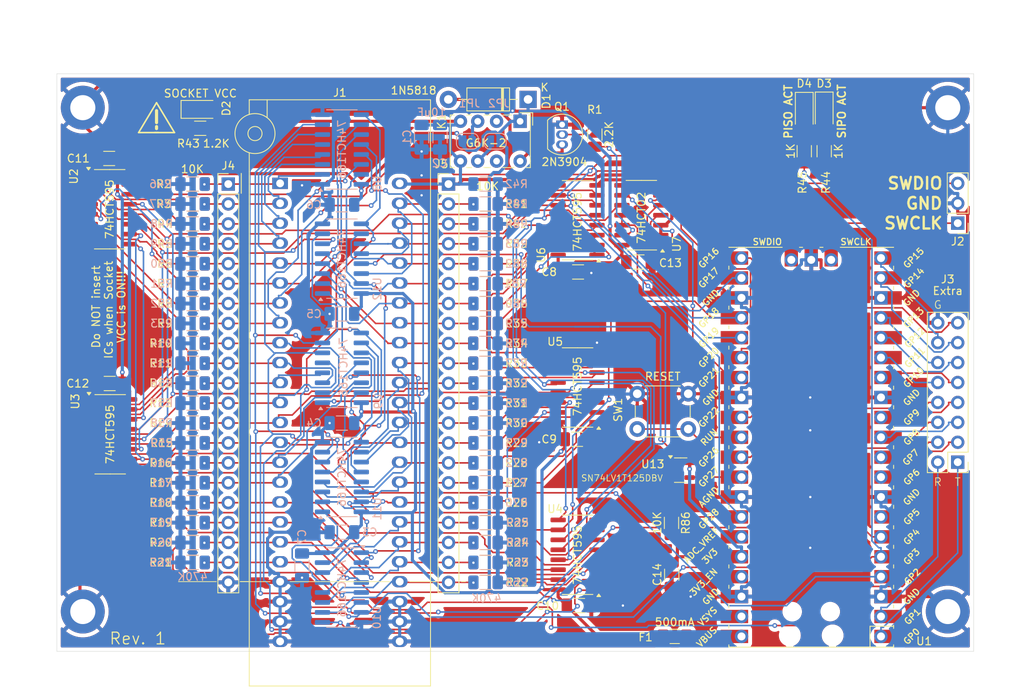
<source format=kicad_pcb>
(kicad_pcb (version 20240108) (generator "pcbnew") (generator_version "8.0")
  (layers (0 "F.Cu" signal) (31 "B.Cu" signal) (34 "B.Paste" user) (35 "F.Paste" user) (36 "B.SilkS" user "B.Silkscreen") (37 "F.SilkS" user "F.Silkscreen") (38 "B.Mask" user) (39 "F.Mask" user) (44 "Edge.Cuts" user))
  (net 0 "")
  (net 1 "GND")
  (net 2 "/SWITCHED_VCC")
  (net 3 "VCC")
  (net 4 "+3V3")
  (net 5 "Net-(D1-A)")
  (net 6 "Net-(D2-K)")
  (net 7 "Net-(D3-A)")
  (net 8 "Net-(D4-A)")
  (net 9 "Net-(U1-VBUS)")
  (net 10 "/ZIF_4")
  (net 11 "/ZIF_2")
  (net 12 "/ZIF_33")
  (net 13 "/ZIF_37")
  (net 14 "/ZIF_26")
  (net 15 "/ZIF_15")
  (net 16 "/ZIF_34")
  (net 17 "/ZIF_11")
  (net 18 "/ZIF_29")
  (net 19 "/ZIF_17")
  (net 20 "/ZIF_22")
  (net 21 "/ZIF_20")
  (net 22 "/ZIF_25")
  (net 23 "/ZIF_3")
  (net 24 "/ZIF_1")
  (net 25 "/ZIF_12")
  (net 26 "/ZIF_31")
  (net 27 "/ZIF_14")
  (net 28 "/ZIF_27")
  (net 29 "/ZIF_8")
  (net 30 "/ZIF_32")
  (net 31 "/ZIF_24")
  (net 32 "/ZIF_41")
  (net 33 "/ZIF_18")
  (net 34 "/ZIF_40")
  (net 35 "/ZIF_13")
  (net 36 "/ZIF_30")
  (net 37 "/ZIF_39")
  (net 38 "/ZIF_7")
  (net 39 "/ZIF_10")
  (net 40 "/ZIF_38")
  (net 41 "/ZIF_23")
  (net 42 "/ZIF_35")
  (net 43 "/ZIF_36")
  (net 44 "/ZIF_6")
  (net 45 "/ZIF_5")
  (net 46 "/ZIF_28")
  (net 47 "/ZIF_16")
  (net 48 "/ZIF_9")
  (net 49 "/ZIF_19")
  (net 50 "Net-(J2-Pin_3)")
  (net 51 "Net-(J2-Pin_1)")
  (net 52 "Net-(JP1-B)")
  (net 53 "Net-(JP2-B)")
  (net 56 "Net-(Q1-B)")
  (net 57 "Net-(R1-Pad1)")
  (net 58 "Net-(U2-QA)")
  (net 59 "Net-(U2-QB)")
  (net 60 "Net-(U2-QC)")
  (net 61 "Net-(U2-QD)")
  (net 62 "Net-(U2-QE)")
  (net 63 "Net-(U2-QF)")
  (net 64 "Net-(U2-QG)")
  (net 65 "Net-(U2-QH)")
  (net 66 "Net-(U3-QA)")
  (net 67 "Net-(U3-QB)")
  (net 68 "Net-(U3-QC)")
  (net 69 "Net-(U3-QD)")
  (net 70 "Net-(U3-QE)")
  (net 71 "Net-(U3-QF)")
  (net 72 "Net-(U3-QG)")
  (net 73 "Net-(U3-QH)")
  (net 74 "Net-(U4-QA)")
  (net 75 "Net-(U4-QB)")
  (net 76 "Net-(U4-QC)")
  (net 77 "Net-(U4-QD)")
  (net 78 "Net-(U4-QE)")
  (net 79 "Net-(U4-QF)")
  (net 80 "Net-(U4-QG)")
  (net 81 "Net-(U4-QH)")
  (net 82 "Net-(U5-QA)")
  (net 83 "Net-(U5-QB)")
  (net 84 "Net-(U5-QC)")
  (net 85 "Net-(U5-QD)")
  (net 86 "Net-(U5-QE)")
  (net 87 "Net-(U5-QF)")
  (net 88 "Net-(U5-QG)")
  (net 89 "Net-(U5-QH)")
  (net 90 "Net-(U6-QA)")
  (net 91 "Net-(U6-QB)")
  (net 92 "Net-(U6-QC)")
  (net 93 "Net-(U6-QD)")
  (net 94 "Net-(U6-QE)")
  (net 95 "Net-(U6-QF)")
  (net 96 "Net-(U6-QG)")
  (net 97 "Net-(U6-QH)")
  (net 98 "/SIPO_CLK")
  (net 99 "/PISO_CLK")
  (net 100 "Net-(U1-RUN)")
  (net 102 "/GPIO13")
  (net 103 "/~{SIPO_OE}")
  (net 105 "/GPIO12")
  (net 106 "/SIPO_SER")
  (net 107 "/GPIO8")
  (net 108 "/GPIO16")
  (net 109 "/GPIO14")
  (net 110 "/GPIO22")
  (net 111 "/GPIO26")
  (net 112 "/SIPO_RCLK")
  (net 113 "/GPIO1")
  (net 114 "/GPIO10")
  (net 115 "/GPIO6")
  (net 116 "/~{SIPO_CLR}")
  (net 117 "/GPIO0")
  (net 118 "/GPIO7")
  (net 120 "/GPIO11")
  (net 121 "/GPIO15")
  (net 122 "/PISO_SH")
  (net 123 "/GPIO9")
  (net 125 "/~{PISO_CLR}")
  (net 126 "/PISO_INH")
  (net 127 "/~{RELAY_ENABLE}")
  (net 128 "/PISO_SER_3V3")
  (net 131 "Net-(U2-QH')")
  (net 132 "Net-(U2-~{OE})")
  (net 133 "Net-(U3-QH')")
  (net 134 "Net-(U4-QH')")
  (net 135 "Net-(U5-QH')")
  (net 137 "Net-(U7-Pad4)")
  (net 138 "Net-(U7-Pad1)")
  (net 139 "Net-(U8-Qh)")
  (net 140 "Net-(U10-Ds)")
  (net 141 "Net-(U10-Qh)")
  (net 142 "Net-(U11-Qh)")
  (net 143 "/PISO_SER")
  (footprint "Resistor_SMD:R_1206_3216Metric_Pad1.30x1.75mm_HandSolder" (layer "F.Cu") (at 148.616 87.719 180)
    (property "Reference" "R29")
    (property "Value" "10K")
  )
  (footprint "Resistor_SMD:R_1206_3216Metric_Pad1.30x1.75mm_HandSolder" (layer "F.Cu") (at 172.309 97.917 -90)
    (property "Reference" "R86")
    (property "Value" "10K")
  )
  (footprint "Resistor_SMD:R_1206_3216Metric_Pad1.30x1.75mm_HandSolder" (layer "F.Cu") (at 111.278 92.799)
    (property "Reference" "R17")
    (property "Value" "10K")
  )
  (footprint "Resistor_SMD:R_1206_3216Metric_Pad1.30x1.75mm_HandSolder" (layer "F.Cu") (at 111.278 62.319)
    (property "Reference" "R5")
    (property "Value" "10K")
  )
  (footprint "Capacitor_SMD:C_1206_3216Metric_Pad1.33x1.80mm_HandSolder" (layer "F.Cu") (at 160.531 108.458)
    (property "Reference" "C10")
    (property "Value" "100nF")
  )
  (footprint "Capacitor_SMD:C_1206_3216Metric_Pad1.33x1.80mm_HandSolder" (layer "F.Cu") (at 168.1125 64.643)
    (property "Reference" "C13")
    (property "Value" "100nF")
  )
  (footprint "Resistor_SMD:R_1206_3216Metric_Pad1.30x1.75mm_HandSolder" (layer "F.Cu") (at 148.616 102.959 180)
    (property "Reference" "R23")
    (property "Value" "10K")
  )
  (footprint "MountingHole:MountingHole_3.2mm_M3_DIN965_Pad" (layer "F.Cu") (at 97.282 109.22)
    (property "Reference" "H4" (hide yes))
    (property "Value" "MountingHole_Pad")
  )
  (footprint "Capacitor_SMD:C_1206_3216Metric_Pad1.33x1.80mm_HandSolder" (layer "F.Cu") (at 160.404 65.913)
    (property "Reference" "C8")
    (property "Value" "100nF")
  )
  (footprint "Capacitor_SMD:C_1206_3216Metric_Pad1.33x1.80mm_HandSolder" (layer "F.Cu") (at 100.708 80.137 180)
    (property "Reference" "C12")
    (property "Value" "100nF")
  )
  (footprint "Diode_THT:D_DO-41_SOD81_P10.16mm_Horizontal" (layer "F.Cu") (at 154.031 43.904 180)
    (property "Reference" "D1")
    (property "Value" "1N5818")
  )
  (footprint "MountingHole:MountingHole_3.2mm_M3_DIN965_Pad" (layer "F.Cu") (at 97.282 44.958)
    (property "Reference" "H3" (hide yes))
    (property "Value" "MountingHole_Pad")
  )
  (footprint "Resistor_SMD:R_1206_3216Metric_Pad1.30x1.75mm_HandSolder" (layer "F.Cu") (at 111.278 69.939)
    (property "Reference" "R8")
    (property "Value" "10K")
  )
  (footprint "Resistor_SMD:R_1206_3216Metric_Pad1.30x1.75mm_HandSolder" (layer "F.Cu") (at 111.278 100.419)
    (property "Reference" "R20")
    (property "Value" "10K")
  )
  (footprint "Resistor_SMD:R_1206_3216Metric_Pad1.30x1.75mm_HandSolder" (layer "F.Cu") (at 111.278 102.959)
    (property "Reference" "R21")
    (property "Value" "10K")
  )
  (footprint "Resistor_SMD:R_1206_3216Metric_Pad1.30x1.75mm_HandSolder" (layer "F.Cu") (at 148.616 95.339 180)
    (property "Reference" "R26")
    (property "Value" "10K")
  )
  (footprint "Resistor_SMD:R_1206_3216Metric_Pad1.30x1.75mm_HandSolder" (layer "F.Cu") (at 148.59 75.019 180)
    (property "Reference" "R34")
    (property "Value" "10K")
  )
  (footprint "Package_SO:SOIC-14_3.9x8.7mm_P1.27mm" (layer "F.Cu") (at 168.47 58.674 180)
    (property "Reference" "U7")
    (property "Value" "74HCT02")
  )
  (footprint "Resistor_SMD:R_1206_3216Metric_Pad1.30x1.75mm_HandSolder" (layer "F.Cu") (at 111.278 64.859)
    (property "Reference" "R6")
    (property "Value" "10K")
  )
  (footprint "Resistor_SMD:R_1206_3216Metric_Pad1.30x1.75mm_HandSolder" (layer "F.Cu") (at 148.616 97.879 180)
    (property "Reference" "R25")
    (property "Value" "10K")
  )
  (footprint "Capacitor_SMD:C_1206_3216Metric_Pad1.33x1.80mm_HandSolder" (layer "F.Cu") (at 100.646 51.435 180)
    (property "Reference" "C11")
    (property "Value" "100nF")
  )
  (footprint "Resistor_SMD:R_1206_3216Metric_Pad1.30x1.75mm_HandSolder" (layer "F.Cu") (at 148.616 80.099 180)
    (property "Reference" "R32")
    (property "Value" "10K")
  )
  (footprint "Resistor_SMD:R_1206_3216Metric_Pad1.30x1.75mm_HandSolder" (layer "F.Cu") (at 148.616 92.799 180)
    (property "Reference" "R27")
    (property "Value" "10K")
  )
  (footprint "Resistor_SMD:R_1206_3216Metric_Pad1.30x1.75mm_HandSolder" (layer "F.Cu") (at 148.616 59.779 180)
    (property "Reference" "R40")
    (property "Value" "10K")
  )
  (footprint "Resistor_SMD:R_1206_3216Metric_Pad1.30x1.75mm_HandSolder" (layer "F.Cu") (at 111.278 72.479)
    (property "Reference" "R9")
    (property "Value" "10K")
  )
  (footprint "Resistor_SMD:R_1206_3216Metric_Pad1.30x1.75mm_HandSolder" (layer "F.Cu") (at 112.2455 47.587)
    (property "Reference" "R43")
    (property "Value" "1.2K")
  )
  (footprint "LED_SMD:LED_1206_3216Metric_Pad1.42x1.75mm_HandSolder" (layer "F.Cu") (at 191.77 45.4295 -90)
    (property "Reference" "D3")
    (property "Value" "SIPO ACT")
  )
  (footprint "Resistor_SMD:R_1206_3216Metric_Pad1.30x1.75mm_HandSolder" (layer "F.Cu") (at 148.616 82.639 180)
    (property "Reference" "R31")
    (property "Value" "10K")
  )
  (footprint "Package_SO:SOIC-16_3.9x9.9mm_P1.27mm" (layer "F.Cu") (at 100.773 86.614)
    (property "Reference" "U3")
    (property "Value" "74HCT595")
  )
  (footprint "LED_SMD:LED_1206_3216Metric_Pad1.42x1.75mm_HandSolder" (layer "F.Cu") (at 112.268 45.174)
    (property "Reference" "D2")
    (property "Value" "SOCKET VCC")
  )
  (footprint "Resistor_SMD:R_1206_3216Metric_Pad1.30x1.75mm_HandSolder" (layer "F.Cu") (at 111.278 75.019)
    (property "Reference" "R10")
    (property "Value" "10K")
  )
  (footprint "Resistor_SMD:R_1206_3216Metric_Pad1.30x1.75mm_HandSolder" (layer "F.Cu") (at 148.616 67.399 180)
    (property "Reference" "R37")
    (property "Value" "10K")
  )
  (footprint "Capacitor_SMD:C_1206_3216Metric_Pad1.33x1.80mm_HandSolder" (layer "F.Cu") (at 172.339 104.521 -90)
    (property "Reference" "C14")
    (property "Value" "100nF")
  )
  (footprint "Resistor_SMD:R_1206_3216Metric_Pad1.30x1.75mm_HandSolder" (layer "F.Cu") (at 111.278 87.719)
    (property "Reference" "R15")
    (property "Value" "10K")
  )
  (footprint "Package_SO:SOIC-16_3.9x9.9mm_P1.27mm" (layer "F.Cu") (at 100.711 57.912)
    (property "Reference" "U2")
    (property "Value" "74HCT595")
  )
  (footprint "Package_TO_SOT_THT:TO-92_Inline" (layer "F.Cu") (at 158.369 47.117 -90)
    (property "Reference" "Q1")
    (property "Value" "2N3904")
  )
  (footprint "Resistor_SMD:R_1206_3216Metric_Pad1.30x1.75mm_HandSolder" (layer "F.Cu") (at 111.278 85.179)
    (property "Reference" "R14")
    (property "Value" "10K")
  )
  (footprint "Resistor_SMD:R_1206_3216Metric_Pad1.30x1.75mm_HandSolder" (layer "F.Cu") (at 148.616 57.239 180)
    (property "Reference" "R41")
    (property "Value" "10K")
  )
  (footprint "Custom_Sockets:DIP_Socket-48" (layer "F.Cu") (at 122.428 54.61)
    (property "Reference" "J1")
    (property "Value" "ZIF Socket")
  )
  (footprint "Resistor_SMD:R_1206_3216Metric_Pad1.30x1.75mm_HandSolder" (layer "F.Cu") (at 148.616 64.859 180)
    (property "Reference" "R38")
    (property "Value" "10K")
  )
  (footprint "Resistor_SMD:R_1206_3216Metric_Pad1.30x1.75mm_HandSolder" (layer "F.Cu") (at 111.278 59.779)
    (property "Reference" "R4")
    (property "Value" "10K")
  )
  (footprint "Resistor_SMD:R_1206_3216Metric_Pad1.30x1.75mm_HandSolder" (layer "F.Cu") (at 111.278 54.699)
    (property "Reference" "R2")
    (property "Value" "10K")
  )
  (footprint "LED_SMD:LED_1206_3216Metric_Pad1.42x1.75mm_HandSolder" (layer "F.Cu") (at 189.23 45.466 -90)
    (property "Reference" "D4")
    (property "Value" "PISO ACT")
  )
  (footprint "Resistor_SMD:R_1206_3216Metric_Pad1.30x1.75mm_HandSolder" (layer "F.Cu") (at 111.278 82.639)
    (property "Reference" "R13")
    (property "Value" "10K")
  )
  (footprint "Package_TO_SOT_SMD:SOT-23-5" (layer "F.Cu") (at 173.482 91.186)
    (property "Reference" "U13")
    (property "Value" "SN74LV1T125DBV")
  )
  (footprint "Relay_THT:Relay_DPDT_Omron_G6K-2P-Y" (layer "F.Cu") (at 153.015 46.698 -90)
    (property "Reference" "K1")
    (property "Value" "G6K-2")
  )
  (footprint "Button_Switch_THT:SW_PUSH_6mm" (layer "F.Cu") (at 174.446 85.943 180)
    (property "Reference" "SW1")
    (property "Value" "RESET")
  )
  (footprint "Resistor_SMD:R_1206_3216Metric_Pad1.30x1.75mm_HandSolder" (layer "F.Cu") (at 191.77 50.5095 90)
    (property "Reference" "R44")
    (property "Value" "1K")
  )
  (footprint "Resistor_SMD:R_1206_3216Metric_Pad1.30x1.75mm_HandSolder" (layer "F.Cu") (at 111.278 80.099)
    (property "Reference" "R12")
    (property "Value" "10K")
  )
  (footprint "Resistor_SMD:R_1206_3216Metric_Pad1.30x1.75mm_HandSolder" (layer "F.Cu") (at 162.539 48.387 90)
    (property "Reference" "R1")
    (property "Value" "2.2K")
  )
  (footprint "MountingHole:MountingHole_3.2mm_M3_DIN965_Pad" (layer "F.Cu") (at 207.518 44.958)
    (property "Reference" "H1" (hide yes))
    (property "Value" "MountingHole_Pad")
  )
  (footprint "Resistor_SMD:R_1206_3216Metric_Pad1.30x1.75mm_HandSolder" (layer "F.Cu") (at 148.616 72.479 180)
    (property "Reference" "R35")
    (property "Value" "10K")
  )
  (footprint "Resistor_SMD:R_1206_3216Metric_Pad1.30x1.75mm_HandSolder" (layer "F.Cu") (at 148.616 69.939 180)
    (property "Reference" "R36")
    (property "Value" "10K")
  )
  (footprint "Package_SO:SOIC-16_3.9x9.9mm_P1.27mm" (layer "F.Cu") (at 160.339 80.645 180)
    (property "Reference" "U5")
    (property "Value" "74HCT595")
  )
  (footprint "Connector_PinHeader_2.54mm:PinHeader_1x03_P2.54mm_Vertical" (layer "F.Cu") (at 208.788 59.69 180)
    (property "Reference" "J2")
    (property "Value" "Debug Header")
  )
  (footprint "Resistor_SMD:R_1206_3216Metric_Pad1.30x1.75mm_HandSolder" (layer "F.Cu") (at 148.616 105.499 180)
    (property "Reference" "R22")
    (property "Value" "10K")
  )
  (footprint "Package_SO:SOIC-16_3.9x9.9mm_P1.27mm" (layer "F.Cu") (at 160.339 101.981 180)
    (property "Reference" "U4")
    (property "Value" "74HCT595")
  )
  (footprint "Fuse:Fuse_1206_3216Metric_Pad1.42x1.75mm_HandSolder" (layer "F.Cu") (at 172.72 112.395 180)
    (property "Reference" "F1")
    (property "Value" "500mA")
  )
  (footprint "MCU_RaspberryPi_and_Boards:RPi_Pico_SMD_TH" (layer "F.Cu") (at 190.119 88.265 180)
    (property "Reference" "U1")
    (property "Value" "Pico")
  )
  (footprint "Resistor_SMD:R_1206_3216Metric_Pad1.30x1.75mm_HandSolder" (layer "F.Cu") (at 148.616 90.259 180)
    (property "Reference" "R28")
    (property "Value" "10K")
  )
  (footprint "Resistor_SMD:R_1206_3216Metric_Pad1.30x1.75mm_HandSolder" (layer "F.Cu") (at 111.278 95.339)
    (property "Reference" "R18")
    (property "Value" "10K")
  )
  (footprint "Resistor_SMD:R_1206_3216Metric_Pad1.30x1.75mm_HandSolder" (layer "F.Cu") (at 111.278 77.559)
    (property "Reference" "R11")
    (property "Value" "10K")
  )
  (footprint "Resistor_SMD:R_1206_3216Metric_Pad1.30x1.75mm_HandSolder" (layer "F.Cu") (at 111.278 90.259)
    (property "Reference" "R16")
    (property "Value" "10K")
  )
  (footprint "Resistor_SMD:R_1206_3216Metric_Pad1.30x1.75mm_HandSolder" (layer "F.Cu") (at 148.616 85.179 180)
    (property "Reference" "R30")
    (property "Value" "10K")
  )
  (footprint "Connector_PinHeader_2.54mm:PinHeader_2x08_P2.54mm_Vertical" (layer "F.Cu") (at 208.788 90.17 180)
    (property "Reference" "J3")
    (property "Value" "Extra")
  )
  (footprint "Package_SO:SOIC-16_3.9x9.9mm_P1.27mm" (layer "F.Cu") (at 160.339 59.309 180)
    (property "Reference" "U6")
    (property "Value" "74HCT595")
  )
  (footprint "Resistor_SMD:R_1206_3216Metric_Pad1.30x1.75mm_HandSolder" (layer "F.Cu") (at 148.616 62.319 180)
    (property "Reference" "R39")
    (property "Value" "10K")
  )
  (footprint "Resistor_SMD:R_1206_3216Metric_Pad1.30x1.75mm_HandSolder" (layer "F.Cu") (at 111.278 67.399)
    (property "Reference" "R7")
    (property "Value" "10K")
  )
  (footprint "Connector_PinHeader_2.54mm:PinHeader_1x21_P2.54mm_Vertical" (layer "F.Cu") (at 115.824 54.699)
    (property "Reference" "J4")
    (property "Value" "Conn_01x21_Pin")
  )
  (footprint "Resistor_SMD:R_1206_3216Metric_Pad1.30x1.75mm_HandSolder" (layer "F.Cu") (at 189.23 50.5095 90)
    (property "Reference" "R45")
    (property "Value" "1K")
  )
  (footprint "Connector_PinHeader_2.54mm:PinHeader_1x21_P2.54mm_Vertical" (layer "F.Cu") (at 143.891 54.699)
    (property "Reference" "J5")
    (property "Value" "Conn_01x21_Pin")
  )
  (footprint "Resistor_SMD:R_1206_3216Metric_Pad1.30x1.75mm_HandSolder" (layer "F.Cu") (at 148.59 77.559 180)
    (property "Reference" "R33")
    (property "Value" "10K")
  )
  (footprint "MountingHole:MountingHole_3.2mm_M3_DIN965_Pad" (layer "F.Cu") (at 207.518 109.22)
    (property "Reference" "H2" (hide yes))
    (property "Value" "MountingHole_Pad")
  )
  (footprint "Resistor_SMD:R_1206_3216Metric_Pad1.30x1.75mm_HandSolder" (layer "F.Cu") (at 148.616 100.419 180)
    (property "Reference" "R24")
    (property "Value" "10K")
  )
  (footprint "Resistor_SMD:R_1206_3216Metric_Pad1.30x1.75mm_HandSolder" (layer "F.Cu") (at 111.278 57.239)
    (property "Reference" "R3")
    (property "Value" "10K")
  )
  (footprint "Capacitor_SMD:C_1206_3216Metric_Pad1.33x1.80mm_HandSolder" (layer "F.Cu") (at 160.277 87.249)
    (property "Reference" "C9")
    (property "Value" "100nF")
  )
  (footprint "Resistor_SMD:R_1206_3216Metric_Pad1.30x1.75mm_HandSolder" (layer "F.Cu") (at 111.278 97.879)
    (property "Reference" "R19")
    (property "Value" "10K")
  )
  (footprint "Resistor_SMD:R_1206_3216Metric_Pad1.30x1.75mm_HandSolder" (layer "B.Cu") (at 111.278 102.959 180)
    (property "Reference" "R65")
    (property "Value" "470K")
  )
  (footprint "Package_SO:SOIC-16_3.9x9.9mm_P1.27mm" (layer "B.Cu") (at 130.302 78.1378)
    (property "Reference" "U9")
    (property "Value" "74HCT166")
  )
  (footprint "Capacitor_SMD:C_1206_3216Metric_Pad1.33x1.80mm_HandSolder" (layer "B.Cu") (at 130.302 57.3384 180)
    (property "Reference" "C6")
    (property "Value" "100nF")
  )
  (footprint "Capacitor_SMD:C_1206_3216Metric_Pad1.33x1.80mm_HandSolder" (layer "B.Cu") (at 130.302 99.1071 180)
    (property "Reference" "C3")
    (property "Value" "100nF")
  )
  (footprint "Resistor_SMD:R_1206_3216Metric_Pad1.30x1.75mm_HandSolder" (layer "B.Cu") (at 148.616 54.699 180)
    (property "Reference" "R42")
    (property "Value" "470K")
  )
  (footprint "Resistor_SMD:R_1206_3216Metric_Pad1.30x1.75mm_HandSolder" (layer "B.Cu") (at 148.616 92.799)
    (property "Reference" "R71")
    (property "Value" "470K")
  )
  (footprint "Resistor_SMD:R_1206_3216Metric_Pad1.30x1.75mm_HandSolder" (layer "B.Cu") (at 111.278 62.319 180)
    (property "Reference" "R49")
    (property "Value" "470K")
  )
  (footprint "Resistor_SMD:R_1206_3216Metric_Pad1.30x1.75mm_HandSolder" (layer "B.Cu") (at 148.616 69.939)
    (property "Reference" "R80")
    (property "Value" "470K")
  )
  (footprint "Capacitor_SMD:C_1206_3216Metric_Pad1.33x1.80mm_HandSolder" (layer "B.Cu") (at 142.813 48.73 -90)
    (property "Reference" "C2")
    (property "Value" "10uF")
  )
  (footprint "Resistor_SMD:R_1206_3216Metric_Pad1.30x1.75mm_HandSolder" (layer "B.Cu") (at 148.616 105.499)
    (property "Reference" "R66")
    (property "Value" "470K")
  )
  (footprint "Resistor_SMD:R_1206_3216Metric_Pad1.30x1.75mm_HandSolder" (layer "B.Cu") (at 148.616 57.239)
    (property "Reference" "R85")
    (property "Value" "470K")
  )
  (footprint "Jumper:SolderJumper-2_P1.3mm_Bridged_RoundedPad1.0x1.5mm" (layer "B.Cu") (at 146.299 49.238)
    (property "Reference" "JP1")
    (property "Value" "Switch 1")
  )
  (footprint "Capacitor_SMD:C_1206_3216Metric_Pad1.33x1.80mm_HandSolder" (layer "B.Cu") (at 130.302 71.2613 180)
    (property "Reference" "C5")
    (property "Value" "100nF")
  )
  (footprint "Package_SO:SOIC-16_3.9x9.9mm_P1.27mm" (layer "B.Cu") (at 130.302 92.0607)
    (property "Reference" "U11")
    (property "Value" "74HCT166")
  )
  (footprint "Resistor_SMD:R_1206_3216Metric_Pad1.30x1.75mm_HandSolder" (layer "B.Cu") (at 111.278 82.639 180)
    (property "Reference" "R57")
    (property "Value" "470K")
  )
  (footprint "Resistor_SMD:R_1206_3216Metric_Pad1.30x1.75mm_HandSolder" (layer "B.Cu") (at 111.278 72.479 180)
    (property "Reference" "R53")
    (property "Value" "470K")
  )
  (footprint "Resistor_SMD:R_1206_3216Metric_Pad1.30x1.75mm_HandSolder" (layer "B.Cu") (at 148.616 59.779)
    (property "Reference" "R84")
    (property "Value" "470K")
  )
  (footprint "Capacitor_SMD:C_1206_3216Metric_Pad1.33x1.80mm_HandSolder" (layer "B.Cu") (at 130.302 85.1842 180)
    (property "Reference" "C4")
    (property "Value" "100nF")
  )
  (footprint "Resistor_SMD:R_1206_3216Metric_Pad1.30x1.75mm_HandSolder" (layer "B.Cu") (at 148.616 102.959)
    (property "Reference" "R67")
    (property "Value" "470K")
  )
  (footprint "Resistor_SMD:R_1206_3216Metric_Pad1.30x1.75mm_HandSolder" (layer "B.Cu") (at 111.278 97.879 180)
    (property "Reference" "R63")
    (property "Value" "470K")
  )
  (footprint "Jumper:SolderJumper-2_P1.3mm_Open_RoundedPad1.0x1.5mm" (layer "B.Cu") (at 149.84 49.238 180)
    (property "Reference" "JP2")
    (property "Value" "Switch 2")
  )
  (footprint "Resistor_SMD:R_1206_3216Metric_Pad1.30x1.75mm_HandSolder" (layer "B.Cu") (at 111.278 90.259 180)
    (property "Reference" "R60")
    (property "Value" "470K")
  )
  (footprint "Package_SO:SOIC-16_3.9x9.9mm_P1.27mm" (layer "B.Cu") (at 130.302 50.292)
    (property "Reference" "U8")
    (property "Value" "74HCT166")
  )
  (footprint "Resistor_SMD:R_1206_3216Metric_Pad1.30x1.75mm_HandSolder" (layer "B.Cu") (at 111.278 64.859 180)
    (property "Reference" "R50")
    (property "Value" "470K")
  )
  (footprint "Resistor_SMD:R_1206_3216Metric_Pad1.30x1.75mm_HandSolder" (layer "B.Cu") (at 111.278 95.339 180)
    (property "Reference" "R62")
    (property "Value" "470K")
  )
  (footprint "Resistor_SMD:R_1206_3216Metric_Pad1.30x1.75mm_HandSolder" (layer "B.Cu") (at 111.278 69.939 180)
    (property "Reference" "R52")
    (property "Value" "470K")
  )
  (footprint "Resistor_SMD:R_1206_3216Metric_Pad1.30x1.75mm_HandSolder" (layer "B.Cu") (at 148.616 72.479)
    (property "Reference" "R79")
    (property "Value" "470K")
  )
  (footprint "Resistor_SMD:R_1206_3216Metric_Pad1.30x1.75mm_HandSolder" (layer "B.Cu") (at 111.278 87.719 180)
    (property "Reference" "R59")
    (property "Value" "470K")
  )
  (footprint "Resistor_SMD:R_1206_3216Metric_Pad1.30x1.75mm_HandSolder" (layer "B.Cu") (at 111.278 54.699 180)
    (property "Reference" "R46")
    (property "Value" "470K" (hide yes))
  )
  (footprint "Resistor_SMD:R_1206_3216Metric_Pad1.30x1.75mm_HandSolder" (layer "B.Cu") (at 148.616 87.719)
    (property "Reference" "R73")
    (property "Value" "470K")
  )
  (footprint "Resistor_SMD:R_1206_3216Metric_Pad1.30x1.75mm_HandSolder" (layer "B.Cu") (at 148.616 85.179)
    (property "Reference" "R74")
    (property "Value" "470K")
  )
  (footprint "Resistor_SMD:R_1206_3216Metric_Pad1.30x1.75mm_HandSolder" (layer "B.Cu") (at 148.59 77.559)
    (property "Reference" "R77")
    (property "Value" "470K")
  )
  (footprint "Resistor_SMD:R_1206_3216Metric_Pad1.30x1.75mm_HandSolder" (layer "B.Cu") (at 148.616 67.399)
    (property "Reference" "R81")
    (property "Value" "470K")
  )
  (footprint "Resistor_SMD:R_1206_3216Metric_Pad1.30x1.75mm_HandSolder" (layer "B.Cu") (at 148.616 100.419)
    (property "Reference" "R68")
    (property "Value" "470K")
  )
  (footprint "Resistor_SMD:R_1206_3216Metric_Pad1.30x1.75mm_HandSolder" (layer "B.Cu") (at 111.278 57.239 180)
    (property "Reference" "R47")
    (property "Value" "470K")
  )
  (footprint "Package_SO:SOIC-16_3.9x9.9mm_P1.27mm" (layer "B.Cu") (at 130.302 106.1536 180)
    (property "Reference" "U10")
    (property "Value" "74HCT166")
  )
  (footprint "Resistor_SMD:R_1206_3216Metric_Pad1.30x1.75mm_HandSolder" (layer "B.Cu") (at 111.278 100.419 180)
    (property "Reference" "R64")
    (property "Value" "470K")
  )
  (footprint "Resistor_SMD:R_1206_3216Metric_Pad1.30x1.75mm_HandSolder" (layer "B.Cu") (at 111.278 92.799 180)
    (property "Reference" "R61")
    (property "Value" "470K")
  )
  (footprint "Capacitor_SMD:C_1206_3216Metric_Pad1.33x1.80mm_HandSolder" (layer "B.Cu") (at 140.462 48.73 -90)
    (property "Reference" "C1")
    (property "Value" "100nF")
  )
  (footprint "Resistor_SMD:R_1206_3216Metric_Pad1.30x1.75mm_HandSolder" (layer "B.Cu") (at 111.278 67.399 180)
    (property "Reference" "R51")
    (property "Value" "470K")
  )
  (footprint "Resistor_SMD:R_1206_3216Metric_Pad1.30x1.75mm_HandSolder" (layer "B.Cu") (at 148.616 62.319)
    (property "Reference" "R83")
    (property "Value" "470K")
  )
  (footprint "Resistor_SMD:R_1206_3216Metric_Pad1.30x1.75mm_HandSolder" (layer "B.Cu") (at 148.616 95.339)
    (property "Reference" "R70")
    (property "Value" "470K")
  )
  (footprint "Package_SO:SOIC-16_3.9x9.9mm_P1.27mm" (layer "B.Cu") (at 130.302 64.2149)
    (property "Reference" "U12")
    (property "Value" "74HCT166")
  )
  (footprint "Capacitor_SMD:C_1206_3216Metric_Pad1.33x1.80mm_HandSolder" (layer "B.Cu") (at 125.222 103.378 -90)
    (property "Reference" "C7")
    (property "Value" "100nF")
  )
  (footprint "Resistor_SMD:R_1206_3216Metric_Pad1.30x1.75mm_HandSolder" (layer "B.Cu") (at 111.278 85.179 180)
    (property "Reference" "R58")
    (property "Value" "470K")
  )
  (footprint "Resistor_SMD:R_1206_3216Metric_Pad1.30x1.75mm_HandSolder" (layer "B.Cu") (at 148.616 64.859)
    (property "Reference" "R82")
    (property "Value" "470K")
  )
  (footprint "Resistor_SMD:R_1206_3216Metric_Pad1.30x1.75mm_HandSolder" (layer "B.Cu") (at 148.616 80.099)
    (property "Reference" "R76")
    (property "Value" "470K")
  )
  (footprint "Resistor_SMD:R_1206_3216Metric_Pad1.30x1.75mm_HandSolder" (layer "B.Cu") (at 148.616 97.879)
    (property "Reference" "R69")
    (property "Value" "470K")
  )
  (footprint "Resistor_SMD:R_1206_3216Metric_Pad1.30x1.75mm_HandSolder" (layer "B.Cu") (at 111.278 75.019 180)
    (property "Reference" "R54")
    (property "Value" "470K")
  )
  (footprint "Resistor_SMD:R_1206_3216Metric_Pad1.30x1.75mm_HandSolder" (layer "B.Cu") (at 148.616 82.639)
    (property "Reference" "R75")
    (property "Value" "470K")
  )
  (footprint "Resistor_SMD:R_1206_3216Metric_Pad1.30x1.75mm_HandSolder" (layer "B.Cu") (at 111.278 80.099 180)
    (property "Reference" "R56")
    (property "Value" "470K")
  )
  (footprint "Resistor_SMD:R_1206_3216Metric_Pad1.30x1.75mm_HandSolder" (layer "B.Cu") (at 148.59 75.019)
    (property "Reference" "R78")
    (property "Value" "470K")
  )
  (footprint "Resistor_SMD:R_1206_3216Metric_Pad1.30x1.75mm_HandSolder" (layer "B.Cu") (at 111.278 59.779 180)
    (property "Reference" "R48")
    (property "Value" "470K")
  )
  (footprint "Resistor_SMD:R_1206_3216Metric_Pad1.30x1.75mm_HandSolder" (layer "B.Cu") (at 148.616 90.259)
    (property "Reference" "R72")
    (property "Value" "470K")
  )
  (footprint "Resistor_SMD:R_1206_3216Metric_Pad1.30x1.75mm_HandSolder" (layer "B.Cu") (at 111.278 77.559 180)
    (property "Reference" "R55")
    (property "Value" "470K")
  )
  (gr_line (start 106.68 44.323) (end 104.394 48.133) (stroke (width 0.2)) (layer "F.SilkS"))
  (gr_line (start 118.364 105.41) (end 117.348 105.41) (stroke (width 0.1)) (layer "F.SilkS"))
  (gr_line (start 141.986 105.41) (end 142.24 105.41) (stroke (width 0.1)) (layer "F.SilkS"))
  (gr_line (start 136.398 105.41) (end 123.698 105.41) (stroke (width 0.1)) (layer "F.SilkS"))
  (gr_line (start 106.68 47.625) (end 106.68 47.371) (stroke (width 0.4)) (layer "F.SilkS"))
  (gr_line (start 141.224 105.41) (end 142.24 105.41) (stroke (width 0.1)) (layer "F.SilkS"))
  (gr_line (start 121.158 105.41) (end 118.872 105.41) (stroke (width 0.1)) (layer "F.SilkS"))
  (gr_line (start 145.542 105.41) (end 146.05 105.41) (stroke (width 0.1)) (layer "F.SilkS"))
  (gr_line (start 106.68 46.863) (end 106.68 45.339) (stroke (width 0.4)) (layer "F.SilkS"))
  (gr_line (start 106.68 44.323) (end 108.966 48.133) (stroke (width 0.2)) (layer "F.SilkS"))
  (gr_line (start 118.872 105.41) (end 117.348 105.41) (stroke (width 0.1)) (layer "F.SilkS"))
  (gr_line (start 141.224 105.41) (end 138.938 105.41) (stroke (width 0.1)) (layer "F.SilkS"))
  (gr_line (start 104.394 48.133) (end 106.934 48.133) (stroke (width 0.2)) (layer "F.SilkS"))
  (gr_line (start 114.3 105.41) (end 109.474 105.41) (stroke (width 0.1)) (layer "F.SilkS"))
  (gr_line (start 108.966 48.133) (end 106.426 48.133) (stroke (width 0.2)) (layer "F.SilkS"))
  (gr_line (start 93.98 114.3) (end 93.98 40.64) (stroke (width 0.05)) (layer "Edge.Cuts"))
  (gr_line (start 93.98 40.64) (end 210.82 40.64) (stroke (width 0.05)) (layer "Edge.Cuts"))
  (gr_line (start 210.82 40.64) (end 210.82 114.3) (stroke (width 0.05)) (layer "Edge.Cuts"))
  (gr_line (start 210.82 114.3) (end 93.98 114.3) (stroke (width 0.05)) (layer "Edge.Cuts"))
  (gr_text "GND" (at 206.988 57.165 0) (layer "F.SilkS") (effects (font (size 1.5 1.5) (thickness 0.3) (bold yes)) (justify right)))
  (gr_text "G" (at 206.248 70.104 0) (layer "F.SilkS") (effects (font (size 1 1) (thickness 0.1))))
  (gr_text "T" (at 208.788 92.71 0) (layer "F.SilkS") (effects (font (size 1 1) (thickness 0.1))))
  (gr_text "R" (at 206.248 92.71 0) (layer "F.SilkS") (effects (font (size 1 1) (thickness 0.1))))
  (gr_text "SWCLK" (at 207.01 59.69 0) (layer "F.SilkS") (effects (font (size 1.5 1.5) (thickness 0.3) (bold yes)) (justify right)))
  (gr_text "Do NOT insert\nICs when Socket \nVCC is ON!!!" (at 100.584 70.358 90) (layer "F.SilkS") (effects (font (size 1 1))))
  (gr_text "Rev. 1" (at 100.584 113.538 0) (layer "F.SilkS") (effects (font (size 1.5 1.5)) (justify left bottom)))
  (gr_text "SWDIO" (at 207.01 54.61 0) (layer "F.SilkS") (effects (font (size 1.5 1.5) (thickness 0.3) (bold yes)) (justify right)))
  (gr_text "SWCLK" (at 195.819 62.065 0) (layer "F.SilkS") (effects (font (size 0.8 0.8))))
  (segment (start 162.429 87.4715) (end 162.429 87.249) (width 0.4) (layer "F.Cu") (net 1))
  (segment (start 162.918 97.536) (end 167.094 93.3604) (width 0.4) (layer "F.Cu") (net 1))
  (segment (start 169.964 108.458) (end 172.339 106.084) (width 0.4) (layer "F.Cu") (net 1))
  (segment (start 166.116 87.249) (end 166.116 91.7321) (width 0.4) (layer "F.Cu") (net 1))
  (segment (start 199.009 81.915) (end 189.992 81.915) (width 0.4) (layer "F.Cu") (net 1))
  (segment (start 204.996 72.39) (end 201.821 69.215) (width 0.4) (layer "F.Cu") (net 1))
  (segment (start 181.229 107.315) (end 174.752 107.315) (width 0.4) (layer "F.Cu") (net 1))
  (segment (start 210.04 58.585) (end 209.856 58.4017) (width 0.4) (layer "F.Cu") (net 1))
  (segment (start 158.369 46.1903) (end 158.369 47.117) (width 0.4) (layer "F.Cu") (net 1))
  (segment (start 168.716 55.9079) (end 168.756 55.8682) (width 0.4) (layer "F.Cu") (net 1))
  (segment (start 98.236 62.357) (end 98.236 79.8751) (width 0.4) (layer "F.Cu") (net 1))
  (segment (start 173.57 107.315) (end 174.752 107.315) (width 0.4) (layer "F.Cu") (net 1))
  (segment (start 171.277 92.136) (end 172.344 92.136) (width 0.4) (layer "F.Cu") (net 1))
  (segment (start 96.8559 61.4691) (end 97.7438 62.357) (width 0.4) (layer "F.Cu") (net 1))
  (segment (start 191.516 57.15) (end 190.119 58.547) (width 0.4) (layer "F.Cu") (net 1))
  (segment (start 171.277 90.7699) (end 171.81 90.236) (width 0.4) (layer "F.Cu") (net 1))
  (segment (start 96.9196 108.858) (end 97.282 109.22) (width 0.4) (layer "F.Cu") (net 1))
  (segment (start 115.824 105.499) (end 122.239 105.499) (width 0.4) (layer "F.Cu") (net 1))
  (segment (start 97.7981 91.059) (end 98.298 91.059) (width 0.4) (layer "F.Cu") (net 1))
  (segment (start 96.9196 90.1805) (end 97.7981 91.059) (width 0.4) (layer "F.Cu") (net 1))
  (segment (start 167.094 92.136) (end 171.277 92.136) (width 0.4) (layer "F.Cu") (net 1))
  (segment (start 98.4593 51.435) (end 96.8559 53.0384) (width 0.4) (layer "F.Cu") (net 1))
  (segment (start 170.092 68.0103) (end 169.611 68.4919) (width 0.4) (layer "F.Cu") (net 1))
  (segment (start 167.946 81.443) (end 174.446 81.443) (width 0.4) (layer "F.Cu") (net 1))
  (segment (start 99.0835 51.435) (end 99.0835 48.8671) (width 0.4) (layer "F.Cu") (net 1))
  (segment (start 98.4979 80.137) (end 96.9196 81.7153) (width 0.4) (layer "F.Cu") (net 1))
  (segment (start 170.945 54.864) (end 169.76 54.864) (width 0.4) (layer "F.Cu") (net 1))
  (segment (start 192.786 44.958) (end 191.77 43.942) (width 0.4) (layer "F.Cu") (net 1))
  (segment (start 174.824 94.615) (end 181.229 94.615) (width 0.4) (layer "F.Cu") (net 1))
  (segment (start 204.343 41.783) (end 207.518 44.958) (width 0.4) (layer "F.Cu") (net 1))
  (segment (start 97.7438 62.357) (end 98.236 62.357) (width 0.4) (layer "F.Cu") (net 1))
  (segment (start 170.092 65.0605) (end 169.675 64.643) (width 0.4) (layer "F.Cu") (net 1))
  (segment (start 162.0935 108.458) (end 162.094 108.458) (width 0.4) (layer "F.Cu") (net 1))
  (segment (start 167.946 81.443) (end 167.946 82.879) (width 0.4) (layer "F.Cu") (net 1))
  (segment (start 162.814 70.2233) (end 164.545 68.4919) (width 0.4) (layer "F.Cu") (net 1))
  (segment (start 167.094 92.71) (end 167.094 92.136) (width 0.4) (layer "F.Cu") (net 1))
  (segment (start 163.53 54.1613) (end 167.049 54.1613) (width 0.4) (layer "F.Cu") (net 1))
  (segment (start 99.1455 80.137) (end 98.4979 80.137) (width 0.4) (layer "F.Cu") (net 1))
  (segment (start 162.094 108.458) (end 166.116 108.458) (width 0.4) (layer "F.Cu") (net 1))
  (segment (start 97.282 44.958) (end 97.282 47.0656) (width 0.4) (layer "F.Cu") (net 1))
  (segment (start 162.814 97.536) (end 162.918 97.536) (width 0.4) (layer "F.Cu") (net 1))
  (segment (start 181.229 94.615) (end 190 94.615) (width 0.4) (layer "F.Cu") (net 1))
  (segment (start 122.328 105.41) (end 122.239 105.499) (width 0.4) (layer "F.Cu") (net 1))
  (segment (start 166.116 91.7321) (end 167.094 92.71) (width 0.4) (layer "F.Cu") (net 1))
  (segment (start 179.505 81.443) (end 179.977 81.915) (width 0.4) (layer "F.Cu") (net 1))
  (segment (start 208.788 58.4017) (end 208.788 57.15) (width 0.4) (layer "F.Cu") (net 1))
  (segment (start 112.515 48.8671) (end 113.7957 47.5872) (width 0.4) (layer "F.Cu") (net 1))
  (segment (start 190.119 64.365) (end 191.371 64.365) (width 0.4) (layer "F.Cu") (net 1))
  (segment (start 190.119 58.547) (end 190.119 64.365) (width 0.4) (layer "F.Cu") (net 1))
  (segment (start 113.7957 47.5872) (end 113.796 47.587) (width 0.4) (layer "F.Cu") (net 1))
  (segment (start 205.613 107.315) (end 207.518 109.22) (width 0.4) (layer "F.Cu") (net 1))
  (segment (start 201.821 69.215) (end 210.04 60.9966) (width 0.4) (layer "F.Cu") (net 1))
  (segment (start 207.518 44.958) (end 192.786 44.958) (width 0.4) (layer "F.Cu") (net 1))
  (segment (start 209.856 58.4017) (end 208.788 58.4017) (width 0.4) (layer "F.Cu") (net 1))
  (segment (start 166.116 84.709) (end 166.116 87.249) (width 0.4) (layer "F.Cu") (net 1))
  (segment (start 169.76 54.864) (end 168.756 55.8682) (width 0.4) (layer "F.Cu") (net 1))
  (segment (start 189.992 81.915) (end 181.229 81.915) (width 0.4) (layer "F.Cu") (net 1))
  (segment (start 97.282 47.0656) (end 99.0835 48.8671) (width 0.4) (layer "F.Cu") (net 1))
  (segment (start 208.788 57.15) (end 191.516 57.15) (width 0.4) (layer "F.Cu") (net 1))
  (segment (start 172.339 106.0835) (end 172.339 106.084) (width 0.4) (layer "F.Cu") (net 1))
  (segment (start 162.429 87.249) (end 166.116 87.249) (width 0.4) (layer "F.Cu") (net 1))
  (segment (start 96.9196 88.392) (end 96.9196 90.1805) (width 0.4) (layer "F.Cu") (net 1))
  (segment (start 140.462 53.594) (end 140.462 56.134) (width 0.4) (layer "F.Cu") (net 1))
  (segment (start 174.446 81.443) (end 179.505 81.443) (width 0.4) (layer "F.Cu") (net 1))
  (segment (start 122.428 105.41) (end 122.328 105.41) (width 0.4) (layer "F.Cu") (net 1))
  (segment (start 199.009 107.315) (end 205.613 107.315) (width 0.4) (layer "F.Cu") (net 1))
  (segment (start 189.23 43.9785) (end 191.734 43.9785) (width 0.4) (layer "F.Cu") (net 1))
  (segment (start 98.236 79.8751) (end 98.4979 80.137) (width 0.4) (layer "F.Cu") (net 1))
  (segment (start 161.8395 87.249) (end 162.429 87.249) (width 0.4) (layer "F.Cu") (net 1))
  (segment (start 167.946 82.879) (end 166.116 84.709) (width 0.4) (layer "F.Cu") (net 1))
  (segment (start 179.977 81.915) (end 181.229 81.915) (width 0.4) (layer "F.Cu") (net 1))
  (segment (start 113.7955 47.587) (end 113.7957 47.5872) (width 0.4) (layer "F.Cu") (net 1))
  (segment (start 166.116 108.458) (end 169.964 108.458) (width 0.4) (layer "F.Cu") (net 1))
  (segment (start 172.339 106.084) (end 173.57 107.315) (width 0.4) (layer "F.Cu") (net 1))
  (segment (start 167.094 93.3604) (end 167.094 92.71) (width 0.4) (layer "F.Cu") (net 1))
  (segment (start 172.3445 90.236) (end 172.344 90.236) (width 0.4) (layer "F.Cu") (net 1))
  (segment (start 206.248 72.39) (end 204.996 72.39) (width 0.4) (layer "F.Cu") (net 1))
  (segment (start 169.675 64.643) (end 168.716 63.6839) (width 0.4) (layer "F.Cu") (net 1))
  (segment (start 97.282 44.196) (end 99.695 41.783) (width 0.4) (layer "F.Cu") (net 1))
  (segment (start 99.695 41.783) (end 204.343 41.783) (width 0.4) (layer "F.Cu") (net 1))
  (segment (start 171.277 92.136) (end 171.277 90.7699) (width 0.4) (layer "F.Cu") (net 1))
  (segment (start 162.814 54.864) (end 162.828 54.864) (width 0.4) (layer "F.Cu") (net 1))
  (segment (start 162.828 54.864) (end 163.53 54.1613) (width 0.4) (layer "F.Cu") (net 1))
  (segment (start 96.9196 81.7153) (end 96.9196 88.392) (width 0.4) (layer "F.Cu") (net 1))
  (segment (start 162.814 74.93) (end 162.814 70.2233) (width 0.4) (layer "F.Cu") (net 1))
  (segment (start 168.716 63.6839) (end 168.716 55.9079) (width 0.4) (layer "F.Cu") (net 1))
  (segment (start 99.0835 51.435) (end 98.4593 51.435) (width 0.4) (layer "F.Cu") (net 1))
  (segment (start 172.3445 92.136) (end 172.344 92.136) (width 0.4) (layer "F.Cu") (net 1))
  (segment (start 162.814 76.2) (end 162.814 74.93) (width 0.4) (layer "F.Cu") (net 1))
  (segment (start 162.094 66.04) (end 164.545 68.4919) (width 0.4) (layer "F.Cu") (net 1))
  (segment (start 99.0835 48.8671) (end 112.515 48.8671) (width 0.4) (layer "F.Cu") (net 1))
  (segment (start 152.11 45.4057) (end 157.584 45.4057) (width 0.4) (layer "F.Cu") (net 1))
  (segment (start 191.371 64.365) (end 191.371 65.382) (width 0.4) (layer "F.Cu") (net 1))
  (segment (start 201.821 69.215) (end 199.009 69.215) (width 0.4) (layer "F.Cu") (net 1))
  (segment (start 157.584 45.4057) (end 158.369 46.1903) (width 0.4) (layer "F.Cu") (net 1))
  (segment (start 172.344 92.136) (end 174.824 94.615) (width 0.4) (layer "F.Cu") (net 1))
  (segment (start 97.282 44.958) (end 97.282 44.196) (width 0.4) (layer "F.Cu") (net 1))
  (segment (start 171.81 90.236) (end 172.344 90.236) (width 0.4) (layer "F.Cu") (net 1))
  (segment (start 178.773 68.0103) (end 170.092 68.0103) (width 0.4) (layer "F.Cu") (net 1))
  (segment (start 190 94.615) (end 199.009 94.615) (width 0.4) (layer "F.Cu") (net 1))
  (segment (start 96.9196 90.1805) (end 96.9196 108.858) (width 0.4) (layer "F.Cu") (net 1))
  (segment (start 191.734 43.9785) (end 191.77 43.942) (width 0.4) (layer "F.Cu") (net 1))
  (segment (start 210.04 60.9966) (end 210.04 58.585) (width 0.4) (layer "F.Cu") (net 1))
  (segment (start 96.8559 53.0384) (end 96.8559 61.4691) (width 0.4) (layer "F.Cu") (net 1))
  (segment (start 161.966 65.913) (end 161.9663 65.9132) (width 0.4) (layer "F.Cu") (net 1))
  (segment (start 195.204 69.215) (end 199.009 69.215) (width 0.4) (layer "F.Cu") (net 1))
  (segment (start 161.9663 65.9132) (end 162.094 66.04) (width 0.4) (layer "F.Cu") (net 1))
  (segment (start 96.9196 88.392) (end 96.9196 90.1805) (width 0.4) (layer "F.Cu") (net 1))
  (segment (start 169.611 68.4919) (end 164.545 68.4919) (width 0.4) (layer "F.Cu") (net 1))
  (segment (start 167.049 54.1613) (end 168.756 55.8682) (width 0.4) (layer "F.Cu") (net 1))
  (segment (start 181.229 69.215) (end 179.977 69.215) (width 0.4) (layer "F.Cu") (net 1))
  (segment (start 152.05 45.3461) (end 152.11 45.4057) (width 0.4) (layer "F.Cu") (net 1))
  (segment (start 191.371 65.382) (end 195.204 69.215) (width 0.4) (layer "F.Cu") (net 1))
  (segment (start 161.9665 65.913) (end 161.9663 65.9132) (width 0.4) (layer "F.Cu") (net 1))
  (segment (start 179.977 69.215) (end 178.773 68.0103) (width 0.4) (layer "F.Cu") (net 1))
  (segment (start 170.092 68.0103) (end 170.092 65.0605) (width 0.4) (layer "F.Cu") (net 1))
  (via (at 128.74 85.1842) (size 0.6) (drill 0.3) (layers "F.Cu" "B.Cu") (net 1))
  (via (at 125.222 104.902) (size 0.6) (drill 0.3) (layers "F.Cu" "B.Cu") (net 1))
  (via (at 162.094 66.04) (size 0.6) (drill 0.3) (layers "F.Cu" "B.Cu") (net 1))
  (via (at 162.814 74.93) (size 0.6) (drill 0.3) (layers "F.Cu" "B.Cu") (net 1))
  (via (at 140.462 50.546) (size 0.6) (drill 0.3) (layers "F.Cu" "B.Cu") (net 1))
  (via (at 166.116 108.458) (size 0.6) (drill 0.3) (layers "F.Cu" "B.Cu") (net 1))
  (via (at 152.05 45.3461) (size 0.6) (drill 0.3) (layers "F.Cu" "B.Cu") (net 1))
  (via (at 128.74 71.2613) (size 0.6) (drill 0.3) (layers "F.Cu" "B.Cu") (net 1))
  (via (at 189.992 81.915) (size 0.6) (drill 0.3) (layers "F.Cu" "B.Cu") (net 1))
  (via (at 125.222 54.864) (size 0.6) (drill 0.3) (layers "F.Cu" "B.Cu") (net 1))
  (via (at 190 94.615) (size 0.6) (drill 0.3) (layers "F.Cu" "B.Cu") (net 1))
  (via (at 140.462 53.594) (size 0.6) (drill 0.3) (layers "F.Cu" "B.Cu") (net 1))
  (via (at 174.752 107.315) (size 0.6) (drill 0.3) (layers "F.Cu" "B.Cu") (net 1))
  (via (at 189.992 86.106) (size 0.6) (drill 0.3) (layers "F.Cu" "B.Cu") (net 1))
  (via (at 140.462 56.134) (size 0.6) (drill 0.3) (layers "F.Cu" "B.Cu") (net 1))
  (via (at 189.992 101.092) (size 0.6) (drill 0.3) (layers "F.Cu" "B.Cu") (net 1))
  (via (at 155.448 87.63) (size 0.6) (drill 0.3) (layers "F.Cu" "B.Cu") (net 1))
  (segment (start 151.95 45.4463) (end 152.05 45.3461) (width 0.4) (layer "B.Cu") (net 1))
  (segment (start 150.166 100.419) (end 150.166 102.959) (width 0.4) (layer "B.Cu") (net 1))
  (segment (start 150.166 72.479) (end 150.166 75.019) (width 0.4) (layer "B.Cu") (net 1))
  (segment (start 150.166 54.9178) (end 150.166 57.239) (width 0.4) (layer "B.Cu") (net 1))
  (segment (start 181.777 70.4667) (end 181.229 70.4667) (width 0.4) (layer "B.Cu") (net 1))
  (segment (start 109.728 90.259) (end 109.728 87.719) (width 0.4) (layer "B.Cu") (net 1))
  (segment (start 125.349 54.737) (end 125.222 54.864) (width 0.4) (layer "B.Cu") (net 1))
  (segment (start 157.217 49.3903) (end 157.217 47.117) (width 0.4) (layer "B.Cu") (net 1))
  (segment (start 109.728 64.859) (end 109.728 62.319) (width 0.4) (layer "B.Cu") (net 1))
  (segment (start 150.166 77.559) (end 150.166 80.099) (width 0.4) (layer "B.Cu") (net 1))
  (segment (start 181.229 81.915) (end 181.229 80.6633) (width 0.4) (layer "B.Cu") (net 1))
  (segment (start 126.181 110.764) (end 126.181 108.04) (width 0.4) (layer "B.Cu") (net 1))
  (segment (start 140.462 50.2925) (end 142.813 50.2925) (width 0.4) (layer "B.Cu") (net 1))
  (segment (start 120.831 103.53) (end 120.831 99.9032) (width 0.4) (layer "B.Cu") (net 1))
  (segment (start 137.889 47.7194) (end 135.314 45.1442) (width 0.4) (layer "B.Cu") (net 1))
  (segment (start 109.728 75.019) (end 109.728 72.479) (width 0.4) (layer "B.Cu") (net 1))
  (segment (start 188.867 64.8882) (end 188.867 64.365) (width 0.4) (layer "B.Cu") (net 1))
  (segment (start 109.728 100.419) (end 109.728 97.879) (width 0.4) (layer "B.Cu") (net 1))
  (segment (start 128.74 71.2613) (end 128.74 72.7803) (width 0.4) (layer "B.Cu") (net 1))
  (segment (start 150.166 62.319) (end 150.166 64.859) (width 0.4) (layer "B.Cu") (net 1))
  (segment (start 128.7395 85.1842) (end 128.74 85.1842) (width 0.4) (layer "B.Cu") (net 1))
  (segment (start 129.218 45.847) (end 129.218 53.879) (width 0.4) (layer "B.Cu") (net 1))
  (segment (start 127.817 86.1069) (end 127.817 87.6055) (width 0.4) (layer "B.Cu") (net 1))
  (segment (start 150.166 82.639) (end 150.166 85.179) (width 0.4) (layer "B.Cu") (net 1))
  (segment (start 150.166 75.019) (end 150.166 77.559) (width 0.4) (layer "B.Cu") (net 1))
  (segment (start 200.261 105.359) (end 199.557 106.063) (width 0.4) (layer "B.Cu") (net 1))
  (segment (start 128.74 58.8574) (end 128.74 57.3384) (width 0.4) (layer "B.Cu") (net 1))
  (segment (start 181.229 95.8667) (end 181.229 94.615) (width 0.4) (layer "B.Cu") (net 1))
  (segment (start 140.162 45.4463) (end 151.95 45.4463) (width 0.4) (layer "B.Cu") (net 1))
  (segment (start 125.222 104.941) (end 124.664 105.499) (width 0.4) (layer "B.Cu") (net 1))
  (segment (start 109.728 69.939) (end 109.728 67.399) (width 0.4) (layer "B.Cu") (net 1))
  (segment (start 128.056 71.2613) (end 126.034 69.2392) (width 0.4) (layer "B.Cu") (net 1))
  (segment (start 122.428 107.95) (end 122.428 105.499) (width 0.4) (layer "B.Cu") (net 1))
  (segment (start 128.7395 71.2613) (end 128.056 71.2613) (width 0.4) (layer "B.Cu") (net 1))
  (segment (start 150.166 54.699) (end 150.166 54.9178) (width 0.4) (layer "B.Cu") (net 1))
  (segment (start 207.518 55.147) (end 208.269 55.8983) (width 0.4) (layer "B.Cu") (net 1))
  (segment (start 137.668 110.49) (end 136.9672 110.49) (width 0.4) (layer "B.Cu") (net 1))
  (segment (start 150.166 81.482) (end 156.972 81.482) (width 0.4) (layer "B.Cu") (net 1))
  (segment (start 150.166 80.099) (end 150.166 81.482) (width 0.4) (layer "B.Cu") (net 1))
  (segment (start 150.166 54.9178) (end 151.69 54.9178) (width 0.4) (layer "B.Cu") (net 1))
  (segment (start 127.827 56.4259) (end 127.827 54.737) (width 0.4) (layer "B.Cu") (net 1))
  (segment (start 109.728 80.099) (end 109.728 77.559) (width 0.4) (layer "B.Cu") (net 1))
  (segment (start 126.448 99.1071) (end 126.448 88.4693) (width 0.4) (layer "B.Cu") (net 1))
  (segment (start 125.222 104.9405) (end 125.222 104.941) (width 0.4) (layer "B.Cu") (net 1))
  (segment (start 128.74 85.1842) (end 127.817 86.1069) (width 0.4) (layer "B.Cu") (net 1))
  (segment (start 126.448 99.1071) (end 128.7395 99.1071) (width 0.4) (layer "B.Cu") (net 1))
  (segment (start 181.229 106.063) (end 181.777 106.063) (width 0.4) (layer "B.Cu") (net 1))
  (segment (start 156.972 81.482) (end 156.972 86.106) (width 0.4) (layer "B.Cu") (net 1))
  (segment (start 109.728 72.479) (end 109.728 69.939) (width 0.4) (layer "B.Cu") (net 1))
  (segment (start 150.166 67.399) (end 150.166 69.939) (width 0.4) (layer "B.Cu") (net 1))
  (segment (start 125.222 104.94) (end 125.222 104.902) (width 0.4) (layer "B.Cu") (net 1))
  (segment (start 126.448 88.4693) (end 127.301 87.6157) (width 0.4) (layer "B.Cu") (net 1))
  (segment (start 156.972 81.482) (end 167.907 81.482) (width 0.4) (layer "B.Cu") (net 1))
  (segment (start 208.788 55.8983) (end 208.788 57.15) (width 0.4) (layer "B.Cu") (net 1))
  (segment (start 109.728 87.719) (end 109.728 85.179) (width 0.4) (layer "B.Cu") (net 1))
  (segment (start 129.921 45.1442) (end 129.218 45.847) (width 0.4) (layer "B.Cu") (net 1))
  (segment (start 126.181 108.04) (end 123.641 105.499) (width 0.4) (layer "B.Cu") (net 1))
  (segment (start 140.462 50.546) (end 140.462 53.594) (width 0.4) (layer "B.Cu") (net 1))
  (segment (start 122.428 113.03) (end 122.428 110.49) (width 0.4) (layer "B.Cu") (net 1))
  (segment (start 199.557 106.063) (end 199.009 106.063) (width 0.4) (layer "B.Cu") (net 1))
  (segment (start 127.817 87.6055) (end 127.827 87.6157) (width 0.4) (layer "B.Cu") (net 1))
  (segment (start 140.462 50.2925) (end 137.889 47.7194) (width 0.4) (layer "B.Cu") (net 1))
  (segment (start 150.166 97.879) (end 150.166 100.419) (width 0.4) (layer "B.Cu") (net 1))
  (segment (start 127.827 54.737) (end 125.349 54.737) (width 0.4) (layer "B.Cu") (net 1))
  (segment (start 181.777 95.8667) (end 181.229 95.8667) (width 0.4) (layer "B.Cu") (net 1))
  (segment (start 129.218 45.847) (end 127.827 45.847) (width 0.4) (layer "B.Cu") (net 1))
  (segment (start 136.9672 110.49) (end 136.2663 110.49) (width 0.4) (layer "B.Cu") (net 1))
  (segment (start 127.312 59.7699) (end 127.827 59.7699) (width 0.4) (layer "B.Cu") (net 1))
  (segment (start 127.827 45.847) (end 117.406 45.847) (width 0.4) (layer "B.Cu") (net 1))
  (segment (start 150.166 81.482) (end 150.166 82.639) (width 0.4) (layer "B.Cu") (net 1))
  (segment (start 109.728 53.5245) (end 105.848 53.5245) (width 0.4) (layer "B.Cu") (net 1))
  (segment (start 150.166 87.719) (end 150.166 90.259) (width 0.4) (layer "B.Cu") (net 1))
  (segment (start 150.166 95.339) (end 150.166 97.879) (width 0.4) (layer "B.Cu") (net 1))
  (segment (start 190 94.615) (end 190 101.084) (width 0.4) (layer "B.Cu") (net 1))
  (segment (start 190 101.084) (end 189.992 101.092) (width 0.4) (layer "B.Cu") (net 1))
  (segment (start 109.728 104.134) (end 102.368 104.134) (width 0.4) (layer "B.Cu") (net 1))
  (segment (start 109.728 57.239) (end 109.728 54.699) (width 0.4) (layer "B.Cu") (net 1))
  (segment (start 109.728 77.559) (end 109.728 75.019) (width 0.4) (layer "B.Cu") (net 1))
  (segment (start 122.428 110.49) (end 122.428 107.95) (width 0.4) (layer "B.Cu") (net 1))
  (segment (start 150.166 77.559) (end 150.14 77.559) (width 0.4) (layer "B.Cu") (net 1))
  (segment (start 128.74 72.7803) (end 127.827 73.6928) (width 0.4) (layer "B.Cu") (net 1))
  (segment (start 150.166 90.259) (end 150.166 92.799) (width 0.4) (layer "B.Cu") (net 1))
  (segment (start 126.034 69.2392) (end 126.034 61.0485) (width 0.4) (layer "B.Cu") (net 1))
  (segment (start 182.481 96.5708) (end 181.777 95.8667) (width 0.4) (layer "B.Cu") (net 1))
  (segment (start 122.428 105.499) (end 122.428 105.41) (width 0.4) (layer "B.Cu") (net 1))
  (segment (start 181.229 70.4667) (end 181.229 69.215) (width 0.4) (layer "B.Cu") (net 1))
  (segment (start 150.166 92.799) (end 150.166 95.339) (width 0.4) (layer "B.Cu") (net 1))
  (segment (start 199.557 95.8667) (end 200.261 96.5708) (width 0.4) (layer "B.Cu") (net 1))
  (segment (start 167.907 81.482) (end 167.946 81.443) (width 0.4) (layer "B.Cu") (net 1))
  (segment (start 150.166 59.779) (end 150.166 62.319) (width 0.4) (layer "B.Cu") (net 1))
  (segment (start 188.867 64.365) (end 190.119 64.365) (width 0.4) (layer "B.Cu") (net 1))
  (segment (start 121.627 99.1071) (end 126.448 99.1071) (width 0.4) (layer "B.Cu") (net 1))
  (segment (start 182.481 105.359) (end 182.481 96.5708) (width 0.4) (layer "B.Cu") (net 1))
  (segment (start 137.668 107.95) (end 137.668 110.49) (width 0.4) (layer "B.Cu") (net 1))
  (segment (start 128.7395 99.1071) (end 128.74 99.1071) (width 0.4) (layer "B.Cu") (net 1))
  (segment (start 140.462 50.2925) (end 140.462 50.546) (width 0.4) (layer "B.Cu") (net 1))
  (segment (start 121.678 104.377) (end 120.831 103.53) (width 0.4) (layer "B.Cu") (net 1))
  (segment (start 181.777 106.063) (end 182.481 105.359) (width 0.4) (layer "B.Cu") (net 1))
  (segment (start 181.229 80.6633) (end 181.777 80.6633) (width 0.4) (layer "B.Cu") (net 1))
  (segment (start 122.239 104.377) (end 121.678 104.377) (width 0.4) (layer "B.Cu") (net 1))
  (segment (start 115.824 105.499) (end 111.094 105.499) (width 0.4) (layer "B.Cu") (net 1))
  (segment (start 109.728 82.639) (end 109.728 80.099) (width 0.4) (layer "B.Cu") (net 1))
  (segment (start 151.69 54.9178) (end 157.217 49.3903) (width 0.4) (layer "B.Cu") (net 1))
  (segment (start 128.74 57.3384) (end 127.827 56.4259) (width 0.4) (layer "B.Cu") (net 1))
  (segment (start 105.848 53.5245) (end 97.282 44.958) (width 0.4) (layer "B.Cu") (net 1))
  (segment (start 137.889 47.7194) (end 140.162 45.4463) (width 0.4) (layer "B.Cu") (net 1))
  (segment (start 109.728 97.879) (end 109.728 95.339) (width 0.4) (layer "B.Cu") (net 1))
  (segment (start 117.406 45.847) (end 109.728 53.5245) (width 0.4) (layer "B.Cu") (net 1))
  (segment (start 120.831 99.9032) (end 121.627 99.1071) (width 0.4) (layer "B.Cu") (net 1))
  (segment (start 109.728 53.5245) (end 109.728 54.699) (width 0.4) (layer "B.Cu") (net 1))
  (segment (start 111.094 105.499) (end 109.728 104.134) (width 0.4) (layer "B.Cu") (net 1))
  (segment (start 181.777 80.6633) (end 182.481 79.9592) (width 0.4) (layer "B.Cu") (net 1))
  (segment (start 150.166 57.239) (end 150.166 59.779) (width 0.4) (layer "B.Cu") (net 1))
  (segment (start 136.9672 110.49) (end 137.668 111.1908) (width 0.4) (layer "B.Cu") (net 1))
  (segment (start 135.314 45.1442) (end 129.921 45.1442) (width 0.4) (layer "B.Cu") (net 1))
  (segment (start 109.728 102.959) (end 109.728 104.134) (width 0.4) (layer "B.Cu") (net 1))
  (segment (start 123.641 105.499) (end 122.428 105.499) (width 0.4) (layer "B.Cu") (net 1))
  (segment (start 200.261 96.5708) (end 200.261 105.359) (width 0.4) (layer "B.Cu") (net 1))
  (segment (start 190 94.615) (end 190 86.114) (width 0.4) (layer "B.Cu") (net 1))
  (segment (start 132.777 110.599) (end 132.777 110.5986) (width 0.4) (layer "B.Cu") (net 1))
  (segment (start 122.428 105.499) (end 122.239 105.499) (width 0.4) (layer "B.Cu") (net 1))
  (segment (start 109.728 92.799) (end 109.728 90.259) (width 0.4) (layer "B.Cu") (net 1))
  (segment (start 109.728 67.399) (end 109.728 64.859) (width 0.4) (layer "B.Cu") (net 1))
  (segment (start 127.301 87.6157) (end 127.827 87.6157) (width 0.4) (layer "B.Cu") (net 1))
  (segment (start 182.481 71.1707) (end 181.777 70.4667) (width 0.4) (layer "B.Cu") (net 1))
  (segment (start 102.368 104.134) (end 97.282 109.22) (width 0.4) (layer "B.Cu") (net 1))
  (segment (start 132.005 111.371) (end 126.788 111.371) (width 0.4) (layer "B.Cu") (net 1))
  (segment (start 156.972 86.106) (end 155.448 87.63) (width 0.4) (layer "B.Cu") (net 1))
  (segment (start 132.777 110.5986) (end 136.1577 110.5986) (width 0.4) (layer "B.Cu") (net 1))
  (segment (start 207.518 44.958) (end 207.518 55.147) (width 0.4) (layer "B.Cu") (net 1))
  (segment (start 150.166 85.179) (end 150.166 87.719) (width 0.4) (layer "B.Cu") (net 1))
  (segment (start 132.777 110.599) (end 132.005 111.371) (width 0.4) (layer "B.Cu") (net 1))
  (segment (start 182.481 79.9592) (end 182.481 71.1707) (width 0.4) (layer "B.Cu") (net 1))
  (segment (start 128.7395 57.3384) (end 128.74 57.3384) (width 0.4) (layer "B.Cu") (net 1))
  (segment (start 128.74 71.2613) (end 128.7395 71.2613) (width 0.4) (layer "B.Cu") (net 1))
  (segment (start 199.009 94.615) (end 199.009 95.8667) (width 0.4) (layer "B.Cu") (net 1))
  (segment (start 150.166 69.939) (end 150.166 72.479) (width 0.4) (layer "B.Cu") (net 1))
  (segment (start 125.222 104.94) (end 125.222 104.9405) (width 0.4) (layer "B.Cu") (net 1))
  (segment (start 190 86.114) (end 189.992 86.106) (width 0.4) (layer "B.Cu") (net 1))
  (segment (start 150.166 64.859) (end 150.166 67.399) (width 0.4) (layer "B.Cu") (net 1))
  (segment (start 128.36 54.737) (end 127.827 54.737) (width 0.4) (layer "B.Cu") (net 1))
  (segment (start 137.668 111.1908) (end 137.668 113.03) (width 0.4) (layer "B.Cu") (net 1))
  (segment (start 181.229 107.315) (end 181.229 106.063) (width 0.4) (layer "B.Cu") (net 1))
  (segment (start 126.788 111.371) (end 126.181 110.764) (width 0.4) (layer "B.Cu") (net 1))
  (segment (start 122.239 105.499) (end 122.239 104.377) (width 0.4) (layer "B.Cu") (net 1))
  (segment (start 199.009 106.063) (end 199.009 107.315) (width 0.4) (layer "B.Cu") (net 1))
  (segment (start 182.481 71.1707) (end 182.585 71.1707) (width 0.4) (layer "B.Cu") (net 1))
  (segment (start 208.269 55.8983) (end 208.788 55.8983) (width 0.4) (layer "B.Cu") (net 1))
  (segment (start 109.728 95.339) (end 109.728 92.799) (width 0.4) (layer "B.Cu") (net 1))
  (segment (start 123.641 105.499) (end 124.664 105.499) (width 0.4) (layer "B.Cu") (net 1))
  (segment (start 109.728 102.959) (end 109.728 100.419) (width 0.4) (layer "B.Cu") (net 1))
  (segment (start 109.728 85.179) (end 109.728 82.639) (width 0.4) (layer "B.Cu") (net 1))
  (segment (start 150.166 75.019) (end 150.14 75.019) (width 0.4) (layer "B.Cu") (net 1))
  (segment (start 182.585 71.1707) (end 188.867 64.8882) (width 0.4) (layer "B.Cu") (net 1))
  (segment (start 109.728 62.319) (end 109.728 59.779) (width 0.4) (layer "B.Cu") (net 1))
  (segment (start 109.728 59.779) (end 109.728 57.239) (width 0.4) (layer "B.Cu") (net 1))
  (segment (start 136.1577 110.5986) (end 136.2663 110.49) (width 0.4) (layer "B.Cu") (net 1))
  (segment (start 127.827 59.7699) (end 128.74 58.8574) (width 0.4) (layer "B.Cu") (net 1))
  (segment (start 199.009 95.8667) (end 199.557 95.8667) (width 0.4) (layer "B.Cu") (net 1))
  (segment (start 189.992 86.106) (end 189.992 81.915) (width 0.4) (layer "B.Cu") (net 1))
  (segment (start 157.217 47.117) (end 158.369 47.117) (width 0.4) (layer "B.Cu") (net 1))
  (segment (start 129.218 53.879) (end 128.36 54.737) (width 0.4) (layer "B.Cu") (net 1))
  (segment (start 150.166 102.959) (end 150.166 105.499) (width 0.4) (layer "B.Cu") (net 1))
  (segment (start 126.034 61.0485) (end 127.312 59.7699) (width 0.4) (layer "B.Cu") (net 1))
  (segment (start 163.094 53.7467) (end 163.298 53.5433) (width 0.4) (layer "F.Cu") (net 2))
  (segment (start 114.474 45.8925) (end 113.7555 45.174) (width 0.4) (layer "F.Cu") (net 2))
  (segment (start 115.28 46.698) (end 114.4745 45.8925) (width 0.4) (layer "F.Cu") (net 2))
  (segment (start 172.356 54.5086) (end 172.356 59.0883) (width 0.4) (layer "F.Cu") (net 2))
  (segment (start 172.356 59.0883) (end 171.501 59.944) (width 0.4) (layer "F.Cu") (net 2))
  (segment (start 163.298 53.5433) (end 171.391 53.5433) (width 0.4) (layer "F.Cu") (net 2))
  (segment (start 171.501 59.944) (end 170.945 59.944) (width 0.4) (layer "F.Cu") (net 2))
  (segment (start 162.5 54.1275) (end 162.881 53.7467) (width 0.4) (layer "F.Cu") (net 2))
  (segment (start 145.714 54.1275) (end 162.5 54.1275) (width 0.4) (layer "F.Cu") (net 2))
  (segment (start 171.391 53.5433) (end 172.356 54.5086) (width 0.4) (layer "F.Cu") (net 2))
  (segment (start 114.4745 45.8925) (end 113.756 45.174) (width 0.4) (layer "F.Cu") (net 2))
  (segment (start 114.4745 45.8925) (end 114.474 45.8925) (width 0.4) (layer "F.Cu") (net 2))
  (segment (start 145.143 54.699) (end 145.714 54.1275) (width 0.4) (layer "F.Cu") (net 2))
  (segment (start 145.415 46.698) (end 115.28 46.698) (width 0.4) (layer "F.Cu") (net 2))
  (segment (start 170.945 59.944) (end 170.945 61.214) (width 0.4) (layer "F.Cu") (net 2))
  (segment (start 162.881 53.7467) (end 163.094 53.7467) (width 0.4) (layer "F.Cu") (net 2))
  (segment (start 143.891 54.699) (end 145.143 54.699) (width 0.4) (layer "F.Cu") (net 2))
  (segment (start 143.88 47.1675) (end 144.946 47.1675) (width 0.4) (layer "B.Cu") (net 2))
  (segment (start 143.88 47.1675) (end 144.116 47.4037) (width 0.4) (layer "B.Cu") (net 2))
  (segment (start 144.946 47.1675) (end 145.415 46.698) (width 0.4) (layer "B.Cu") (net 2))
  (segment (start 142.813 47.1675) (end 140.462 47.1675) (width 0.4) (layer "B.Cu") (net 2))
  (segment (start 144.116 47.4037) (end 144.116 50.4787) (width 0.4) (layer "B.Cu") (net 2))
  (segment (start 142.813 47.1675) (end 143.88 47.1675) (width 0.4) (layer "B.Cu") (net 2))
  (segment (start 137.757 54.699) (end 137.668 54.61) (width 0.4) (layer "B.Cu") (net 2))
  (segment (start 143.891 54.699) (end 137.757 54.699) (width 0.4) (layer "B.Cu") (net 2))
  (segment (start 145.415 54.562) (end 145.415 51.778) (width 0.4) (layer "B.Cu") (net 2))
  (segment (start 147.066 54.699) (end 145.278 54.699) (width 0.4) (layer "B.Cu") (net 2))
  (segment (start 144.116 50.4787) (end 145.415 51.778) (width 0.4) (layer "B.Cu") (net 2))
  (segment (start 137.757 54.699) (end 137.479 54.699) (width 0.4) (layer "B.Cu") (net 2))
  (segment (start 145.278 54.699) (end 145.415 54.562) (width 0.4) (layer "B.Cu") (net 2))
  (segment (start 145.278 54.699) (end 143.891 54.699) (width 0.4) (layer "B.Cu") (net 2))
  (segment (start 158.83 108.32) (end 158.968 108.458) (width 0.4) (layer "F.Cu") (net 3))
  (segment (start 158.416 107.906) (end 158.692 108.182) (width 0.4) (layer "F.Cu") (net 3))
  (segment (start 102.27 80.1372) (end 102.27 80.1371) (width 0.4) (layer "F.Cu") (net 3))
  (segment (start 162.906 112.395) (end 158.968 108.458) (width 0.4) (layer "F.Cu") (net 3))
  (segment (start 102.319 78.7005) (end 102.319 80.0888) (width 0.4) (layer "F.Cu") (net 3))
  (segment (start 157.864 85.09) (end 158.714 85.9405) (width 0.4) (layer "F.Cu") (net 3))
  (segment (start 158.714 87.1242) (end 158.714 88.308) (width 0.4) (layer "F.Cu") (net 3))
  (segment (start 132.848 83.7728) (end 132.777 83.7021) (width 0.4) (layer "F.Cu") (net 3))
  (segment (start 164.479 61.7699) (end 164.479 60.0615) (width 0.4) (layer "F.Cu") (net 3))
  (segment (start 158.83 108.32) (end 158.968 108.458) (width 0.4) (layer "F.Cu") (net 3))
  (segment (start 102.2085 51.435) (end 102.2082 51.4353) (width 0.4) (layer "F.Cu") (net 3))
  (segment (start 155.808 106.155) (end 156.079 106.426) (width 0.4) (layer "F.Cu") (net 3))
  (segment (start 102.27 80.1371) (end 102.27 80.137) (width 0.4) (layer "F.Cu") (net 3))
  (segment (start 165.995 63.286) (end 164.479 61.7699) (width 0.4) (layer "F.Cu") (net 3))
  (segment (start 132.777 55.2367) (end 130.911 53.3704) (width 0.4) (layer "F.Cu") (net 3))
  (segment (start 165.995 62.484) (end 165.995 63.286) (width 0.4) (layer "F.Cu") (net 3))
  (segment (start 144.944 48.2293) (end 139.784 48.2293) (width 0.4) (layer "F.Cu") (net 3))
  (segment (start 101.699 54.3972) (end 101.699 56.0089) (width 0.4) (layer "F.Cu") (net 3))
  (segment (start 102.27 80.137) (end 102.2705 80.137) (width 0.4) (layer "F.Cu") (net 3))
  (segment (start 102.319 80.0888) (end 102.27 80.137) (width 0.4) (layer "F.Cu") (net 3))
  (segment (start 158.416 107.906) (end 158.692 108.182) (width 0.4) (layer "F.Cu") (net 3))
  (segment (start 158.692 108.182) (end 158.83 108.32) (width 0.4) (layer "F.Cu") (net 3))
  (segment (start 103.186 52.4125) (end 102.2082 51.4354) (width 0.4) (layer "F.Cu") (net 3))
  (segment (start 171.232 112.395) (end 171.2325 112.395) (width 0.4) (layer "F.Cu") (net 3))
  (segment (start 158.714 85.9405) (end 158.714 87.1242) (width 0.4) (layer "F.Cu") (net 3))
  (segment (start 102.2082 51.4353) (end 102.2082 51.4354) (width 0.4) (layer "F.Cu") (net 3))
  (segment (start 103.186 52.91) (end 103.186 52.4125) (width 0.4) (layer "F.Cu") (net 3))
  (segment (start 165.995 63.687) (end 165.995 64.088) (width 0.4) (layer "F.Cu") (net 3))
  (segment (start 158.842 65.9128) (end 158.842 65.913) (width 0.4) (layer "F.Cu") (net 3))
  (segment (start 157.864 106.426) (end 157.864 107.354) (width 0.4) (layer "F.Cu") (net 3))
  (segment (start 160.156 64.599) (end 158.842 65.913) (width 0.4) (layer "F.Cu") (net 3))
  (segment (start 158.714 87.1242) (end 158.7145 87.1247) (width 0.4) (layer "F.Cu") (net 3))
  (segment (start 158.692 108.182) (end 158.83 108.32) (width 0.4) (layer "F.Cu") (net 3))
  (segment (start 102.27 80.1371) (end 102.27 80.1372) (width 0.4) (layer "F.Cu") (net 3))
  (segment (start 156.079 106.426) (end 157.864 106.426) (width 0.4) (layer "F.Cu") (net 3))
  (segment (start 103.248 81.1145) (end 102.27 80.1372) (width 0.4) (layer "F.Cu") (net 3))
  (segment (start 139.412 83.668) (end 139.307 83.7728) (width 0.4) (layer "F.Cu") (net 3))
  (segment (start 103.248 82.169) (end 103.248 81.1145) (width 0.4) (layer "F.Cu") (net 3))
  (segment (start 158.714 88.308) (end 158.218 88.8041) (width 0.4) (layer "F.Cu") (net 3))
  (segment (start 164.944 64.7381) (end 162.777 64.7381) (width 0.4) (layer "F.Cu") (net 3))
  (segment (start 165.995 64.088) (end 166.55 64.643) (width 0.4) (layer "F.Cu") (net 3))
  (segment (start 158.7145 87.1247) (end 158.7145 87.249) (width 0.4) (layer "F.Cu") (net 3))
  (segment (start 171.232 112.395) (end 162.906 112.395) (width 0.4) (layer "F.Cu") (net 3))
  (segment (start 162.638 64.599) (end 160.156 64.599) (width 0.4) (layer "F.Cu") (net 3))
  (segment (start 103.186 52.91) (end 101.699 54.3972) (width 0.4) (layer "F.Cu") (net 3))
  (segment (start 103.186 53.467) (end 103.186 52.91) (width 0.4) (layer "F.Cu") (net 3))
  (segment (start 158.8415 65.913) (end 158.842 65.913) (width 0.4) (layer "F.Cu") (net 3))
  (segment (start 157.864 63.754) (end 157.864 64.9355) (width 0.4) (layer "F.Cu") (net 3))
  (segment (start 130.911 53.3704) (end 103.283 53.3704) (width 0.4) (layer "F.Cu") (net 3))
  (segment (start 165.995 63.286) (end 165.995 63.687) (width 0.4) (layer "F.Cu") (net 3))
  (segment (start 158.9685 108.458) (end 158.968 108.458) (width 0.4) (layer "F.Cu") (net 3))
  (segment (start 158.842 65.913) (end 158.842 65.9128) (width 0.4) (layer "F.Cu") (net 3))
  (segment (start 157.864 107.354) (end 158.416 107.906) (width 0.4) (layer "F.Cu") (net 3))
  (segment (start 103.283 53.3704) (end 103.186 53.467) (width 0.4) (layer "F.Cu") (net 3))
  (segment (start 165.995 63.687) (end 164.944 64.7381) (width 0.4) (layer "F.Cu") (net 3))
  (segment (start 139.307 83.7728) (end 132.848 83.7728) (width 0.4) (layer "F.Cu") (net 3))
  (segment (start 139.784 48.2293) (end 132.777 55.2367) (width 0.4) (layer "F.Cu") (net 3))
  (segment (start 162.777 64.7381) (end 162.638 64.599) (width 0.4) (layer "F.Cu") (net 3))
  (segment (start 102.27 80.137) (end 102.27 80.1371) (width 0.4) (layer "F.Cu") (net 3))
  (segment (start 132.777 55.2367) (end 132.777 55.5523) (width 0.4) (layer "F.Cu") (net 3))
  (segment (start 157.864 64.9355) (end 158.842 65.9128) (width 0.4) (layer "F.Cu") (net 3))
  (segment (start 102.2082 51.4354) (end 102.208 51.4352) (width 0.4) (layer "F.Cu") (net 3))
  (via (at 132.777 55.5523) (size 0.6) (drill 0.3) (layers "F.Cu" "B.Cu") (net 3))
  (via (at 164.479 60.0615) (size 0.6) (drill 0.3) (layers "F.Cu" "B.Cu") (net 3))
  (via (at 158.218 88.8041) (size 0.6) (drill 0.3) (layers "F.Cu" "B.Cu") (net 3))
  (via (at 144.944 48.2293) (size 0.6) (drill 0.3) (layers "F.Cu" "B.Cu") (net 3))
  (via (at 155.808 106.155) (size 0.6) (drill 0.3) (layers "F.Cu" "B.Cu") (net 3))
  (via (at 132.777 83.7021) (size 0.6) (drill 0.3) (layers "F.Cu" "B.Cu") (net 3))
  (via (at 101.699 56.0089) (size 0.6) (drill 0.3) (layers "F.Cu" "B.Cu") (net 3))
  (via (at 139.412 83.668) (size 0.6) (drill 0.3) (layers "F.Cu" "B.Cu") (net 3))
  (via (at 102.319 78.7005) (size 0.6) (drill 0.3) (layers "F.Cu" "B.Cu") (net 3))
  (segment (start 151.318 52.2552) (end 150.348 53.2251) (width 0.4) (layer "B.Cu") (net 3))
  (segment (start 150.49 49.238) (end 151.318 50.0657) (width 0.4) (layer "B.Cu") (net 3))
  (segment (start 145.649 49.7634) (end 145.649 49.238) (width 0.4) (layer "B.Cu") (net 3))
  (segment (start 153.99 45.4463) (end 154.031 45.4057) (width 0.4) (layer "B.Cu") (net 3))
  (segment (start 132.777 70.3488) (end 131.864 71.2611) (width 0.4) (layer "B.Cu") (net 3))
  (segment (start 149.654 53.2251) (end 149.087 53.792) (width 0.4) (layer "B.Cu") (net 3))
  (segment (start 139.287 102.676) (end 143.433 106.822) (width 0.4) (layer "B.Cu") (net 3))
  (segment (start 150.161 48.3745) (end 149.863 48.0765) (width 0.4) (layer "B.Cu") (net 3))
  (segment (start 164.479 51.3579) (end 158.527 45.4057) (width 0.4) (layer "B.Cu") (net 3))
  (segment (start 148.282 48.6228) (end 148.282 49.4981) (width 0.4) (layer "B.Cu") (net 3))
  (segment (start 150.49 48.7034) (end 150.161 48.3745) (width 0.4) (layer "B.Cu") (net 3))
  (segment (start 149.087 106.37) (end 149.494 106.777) (width 0.4) (layer "B.Cu") (net 3))
  (segment (start 132.777 83.7021) (end 132.777 84.2717) (width 0.4) (layer "B.Cu") (net 3))
  (segment (start 132.777 68.6599) (end 138.092 68.6599) (width 0.4) (layer "B.Cu") (net 3))
  (segment (start 139.684 96.2218) (end 139.287 96.6189) (width 0.4) (layer "B.Cu") (net 3))
  (segment (start 125.222 101.816) (end 125.2225 101.816) (width 0.4) (layer "B.Cu") (net 3))
  (segment (start 139.412 83.668) (end 139.684 83.9399) (width 0.4) (layer "B.Cu") (net 3))
  (segment (start 138.092 68.6599) (end 139.335 69.9028) (width 0.4) (layer "B.Cu") (net 3))
  (segment (start 132.777 84.2717) (end 131.864 85.184) (width 0.4) (layer "B.Cu") (net 3))
  (segment (start 127.72 101.816) (end 127.827 101.709) (width 0.4) (layer "B.Cu") (net 3))
  (segment (start 139.287 96.6189) (end 132.917 96.6189) (width 0.4) (layer "B.Cu") (net 3))
  (segment (start 148.635 106.822) (end 149.087 106.37) (width 0.4) (layer "B.Cu") (net 3))
  (segment (start 139.287 96.6189) (end 139.287 102.676) (width 0.4) (layer "B.Cu") (net 3))
  (segment (start 144.944 48.2293) (end 145.649 48.9346) (width 0.4) (layer "B.Cu") (net 3))
  (segment (start 151.318 50.0657) (end 151.318 52.2552) (width 0.4) (layer "B.Cu") (net 3))
  (segment (start 131.864 99.1069) (end 131.864 99.1071) (width 0.4) (layer "B.Cu") (net 3))
  (segment (start 139.684 83.9399) (end 139.684 96.2218) (width 0.4) (layer "B.Cu") (net 3))
  (segment (start 139.335 69.9028) (end 139.335 83.5909) (width 0.4) (layer "B.Cu") (net 3))
  (segment (start 151.763 46.698) (end 153.015 46.698) (width 0.4) (layer "B.Cu") (net 3))
  (segment (start 131.864 99.1071) (end 131.864 99.1069) (width 0.4) (layer "B.Cu") (net 3))
  (segment (start 132.777 55.5523) (end 132.777 56.4259) (width 0.4) (layer "B.Cu") (net 3))
  (segment (start 131.8642 57.3384) (end 131.864 57.3382) (width 0.4) (layer "B.Cu") (net 3))
  (segment (start 145.649 48.9346) (end 145.649 49.238) (width 0.4) (layer "B.Cu") (net 3))
  (segment (start 129.262 101.709) (end 131.864 99.1071) (width 0.4) (layer "B.Cu") (net 3))
  (segment (start 132.777 96.5057) (end 132.777 96.7588) (width 0.4) (layer "B.Cu") (net 3))
  (segment (start 127.827 101.709) (end 127.827 101.7086) (width 0.4) (layer "B.Cu") (net 3))
  (segment (start 150.49 49.238) (end 150.49 48.7034) (width 0.4) (layer "B.Cu") (net 3))
  (segment (start 125.2225 101.816) (end 127.72 101.816) (width 0.4) (layer "B.Cu") (net 3))
  (segment (start 146.282 50.3963) (end 145.649 49.7634) (width 0.4) (layer "B.Cu") (net 3))
  (segment (start 148.828 48.0765) (end 148.282 48.6228) (width 0.4) (layer "B.Cu") (net 3))
  (segment (start 150.161 48.3745) (end 151.763 46.7723) (width 0.4) (layer "B.Cu") (net 3))
  (segment (start 153.015 45.4463) (end 153.99 45.4463) (width 0.4) (layer "B.Cu") (net 3))
  (segment (start 131.8642 85.1842) (end 131.864 85.184) (width 0.4) (layer "B.Cu") (net 3))
  (segment (start 149.494 106.777) (end 155.185 106.777) (width 0.4) (layer "B.Cu") (net 3))
  (segment (start 149.087 53.792) (end 149.087 106.37) (width 0.4) (layer "B.Cu") (net 3))
  (segment (start 153.015 46.698) (end 153.015 45.4463) (width 0.4) (layer "B.Cu") (net 3))
  (segment (start 131.8645 99.1071) (end 131.864 99.1071) (width 0.4) (layer "B.Cu") (net 3))
  (segment (start 131.8645 71.2613) (end 131.8642 71.2613) (width 0.4) (layer "B.Cu") (net 3))
  (segment (start 150.348 53.2251) (end 149.654 53.2251) (width 0.4) (layer "B.Cu") (net 3))
  (segment (start 131.8645 57.3384) (end 131.8642 57.3384) (width 0.4) (layer "B.Cu") (net 3))
  (segment (start 127.827 101.709) (end 129.262 101.709) (width 0.4) (layer "B.Cu") (net 3))
  (segment (start 102.319 56.6288) (end 101.699 56.0089) (width 0.4) (layer "B.Cu") (net 3))
  (segment (start 151.763 46.7723) (end 151.763 46.698) (width 0.4) (layer "B.Cu") (net 3))
  (segment (start 132.777 96.7588) (end 132.777 98.1946) (width 0.4) (layer "B.Cu") (net 3))
  (segment (start 164.479 60.0615) (end 164.479 51.3579) (width 0.4) (layer "B.Cu") (net 3))
  (segment (start 131.8645 85.1842) (end 131.8642 85.1842) (width 0.4) (layer "B.Cu") (net 3))
  (segment (start 132.777 98.1946) (end 131.864 99.1069) (width 0.4) (layer "B.Cu") (net 3))
  (segment (start 143.433 106.822) (end 148.635 106.822) (width 0.4) (layer "B.Cu") (net 3))
  (segment (start 132.777 54.737) (end 132.777 55.5523) (width 0.4) (layer "B.Cu") (net 3))
  (segment (start 154.031 43.904) (end 154.031 45.4057) (width 0.4) (layer "B.Cu") (net 3))
  (segment (start 155.185 106.777) (end 155.808 106.155) (width 0.4) (layer "B.Cu") (net 3))
  (segment (start 132.917 96.6189) (end 132.777 96.7588) (width 0.4) (layer "B.Cu") (net 3))
  (segment (start 147.384 50.3963) (end 146.282 50.3963) (width 0.4) (layer "B.Cu") (net 3))
  (segment (start 132.777 56.4259) (end 131.864 57.3382) (width 0.4) (layer "B.Cu") (net 3))
  (segment (start 149.863 48.0765) (end 148.828 48.0765) (width 0.4) (layer "B.Cu") (net 3))
  (segment (start 155.808 91.215) (end 158.218 88.8041) (width 0.4) (layer "B.Cu") (net 3))
  (segment (start 132.777 68.6599) (end 132.777 70.3488) (width 0.4) (layer "B.Cu") (net 3))
  (segment (start 148.282 49.4981) (end 147.384 50.3963) (width 0.4) (layer "B.Cu") (net 3))
  (segment (start 155.808 106.155) (end 155.808 91.215) (width 0.4) (layer "B.Cu") (net 3))
  (segment (start 158.527 45.4057) (end 154.031 45.4057) (width 0.4) (layer "B.Cu") (net 3))
  (segment (start 102.319 78.7005) (end 102.319 56.6288) (width 0.4) (layer "B.Cu") (net 3))
  (segment (start 139.335 83.5909) (end 139.412 83.668) (width 0.4) (layer "B.Cu") (net 3))
  (segment (start 125.2225 101.816) (end 125.222 101.8155) (width 0.4) (layer "B.Cu") (net 3))
  (segment (start 132.777 82.5828) (end 132.777 83.7021) (width 0.4) (layer "B.Cu") (net 3))
  (segment (start 131.8642 71.2613) (end 131.864 71.2611) (width 0.4) (layer "B.Cu") (net 3))
  (segment (start 173.062 102.235) (end 173.062 100.22) (width 0.4) (layer "F.Cu") (net 4))
  (segment (start 172.339 102.958) (end 172.339 102.9585) (width 0.4) (layer "F.Cu") (net 4))
  (segment (start 181.229 102.235) (end 173.062 102.235) (width 0.4) (layer "F.Cu") (net 4))
  (segment (start 174.62 90.64) (end 174.62 90.236) (width 0.4) (layer "F.Cu") (net 4))
  (segment (start 173.062 100.22) (end 172.309 99.467) (width 0.4) (layer "F.Cu") (net 4))
  (segment (start 174.62 91.0441) (end 174.62 90.64) (width 0.4) (layer "F.Cu") (net 4))
  (segment (start 174.62 90.64) (end 174.6195 90.6395) (width 0.4) (layer "F.Cu") (net 4))
  (segment (start 174.6195 90.6395) (end 174.6195 90.236) (width 0.4) (layer "F.Cu") (net 4))
  (segment (start 173.062 102.235) (end 172.339 102.958) (width 0.4) (layer "F.Cu") (net 4))
  (via (at 174.62 91.0441) (size 0.6) (drill 0.3) (layers "F.Cu" "B.Cu") (net 4))
  (segment (start 174.62 94.9214) (end 174.62 91.0441) (width 0.4) (layer "B.Cu") (net 4))
  (segment (start 180.681 100.983) (end 174.62 94.9214) (width 0.4) (layer "B.Cu") (net 4))
  (segment (start 181.229 102.235) (end 181.229 100.983) (width 0.4) (layer "B.Cu") (net 4))
  (segment (start 181.229 100.983) (end 180.681 100.983) (width 0.4) (layer "B.Cu") (net 4))
  (segment (start 154.055 50.7381) (end 154.055 50.738) (width 0.4) (layer "F.Cu") (net 5))
  (segment (start 158.369 50.5837) (end 158.215 50.7381) (width 0.4) (layer "F.Cu") (net 5))
  (segment (start 158.369 49.657) (end 158.369 50.5837) (width 0.4) (layer "F.Cu") (net 5))
  (segment (start 149.013 43.904) (end 143.871 43.904) (width 0.4) (layer "F.Cu") (net 5))
  (segment (start 151.727 46.6181) (end 149.013 43.904) (width 0.4) (layer "F.Cu") (net 5))
  (segment (start 153.015 51.778) (end 154.055 50.738) (width 0.4) (layer "F.Cu") (net 5))
  (segment (start 158.215 50.7381) (end 154.055 50.7381) (width 0.4) (layer "F.Cu") (net 5))
  (segment (start 154.055 50.738) (end 151.727 48.4104) (width 0.4) (layer "F.Cu") (net 5))
  (segment (start 151.727 48.4104) (end 151.727 46.6181) (width 0.4) (layer "F.Cu") (net 5))
  (segment (start 110.738 47.5445) (end 110.78 47.502) (width 0.2) (layer "F.Cu") (net 6))
  (segment (start 110.78 45.1745) (end 110.78 46.338) (width 0.2) (layer "F.Cu") (net 6))
  (segment (start 110.6955 47.587) (end 110.738 47.5445) (width 0.2) (layer "F.Cu") (net 6))
  (segment (start 110.7805 45.174) (end 110.78 45.1745) (width 0.2) (layer "F.Cu") (net 6))
  (segment (start 110.78 47.502) (end 110.78 46.338) (width 0.2) (layer "F.Cu") (net 6))
  (segment (start 191.77 48.9595) (end 191.77 46.917) (width 0.2) (layer "F.Cu") (net 7))
  (segment (start 189.23 48.9595) (end 189.23 46.9535) (width 0.2) (layer "F.Cu") (net 8))
  (segment (start 181.229 112.395) (end 174.208 112.395) (width 0.4) (layer "F.Cu") (net 9))
  (segment (start 174.208 112.395) (end 174.2075 112.395) (width 0.4) (layer "F.Cu") (net 9))
  (segment (start 122.339 62.319) (end 122.428 62.23) (width 0.2) (layer "F.Cu") (net 10))
  (segment (start 122.239 62.319) (end 122.339 62.319) (width 0.2) (layer "F.Cu") (net 10))
  (segment (start 112.866 62.319) (end 115.824 62.319) (width 0.2) (layer "F.Cu") (net 10))
  (segment (start 115.824 62.319) (end 122.239 62.319) (width 0.2) (layer "F.Cu") (net 10))
  (segment (start 112.776 62.357) (end 112.866 62.319) (width 0.2) (layer "F.Cu") (net 10))
  (segment (start 112.79 62.319) (end 112.776 62.357) (width 0.2) (layer "F.Cu") (net 10))
  (segment (start 112.828 62.319) (end 112.79 62.319) (width 0.2) (layer "F.Cu") (net 10))
  (via (at 112.776 62.357) (size 0.6) (drill 0.3) (layers "F.Cu" "B.Cu") (net 10))
  (segment (start 112.776 62.357) (end 112.79 62.357) (width 0.2) (layer "B.Cu") (net 10))
  (segment (start 122.239 61.8081) (end 122.239 61.2973) (width 0.2) (layer "B.Cu") (net 10))
  (segment (start 120.087 53.5674) (end 121.426 52.2288) (width 0.2) (layer "B.Cu") (net 10))
  (segment (start 122.239 61.8081) (end 122.428 61.9971) (width 0.2) (layer "B.Cu") (net 10))
  (segment (start 122.239 62.319) (end 122.239 61.8081) (width 0.2) (layer "B.Cu") (net 10))
  (segment (start 122.239 61.2973) (end 121.984 61.2973) (width 0.2) (layer "B.Cu") (net 10))
  (segment (start 124 49.657) (end 127.827 49.657) (width 0.2) (layer "B.Cu") (net 10))
  (segment (start 120.087 59.4007) (end 120.087 53.5674) (width 0.2) (layer "B.Cu") (net 10))
  (segment (start 121.426 52.2288) (end 121.428 52.2288) (width 0.2) (layer "B.Cu") (net 10))
  (segment (start 121.428 52.2288) (end 124 49.657) (width 0.2) (layer "B.Cu") (net 10))
  (segment (start 122.428 61.9971) (end 122.428 62.23) (width 0.2) (layer "B.Cu") (net 10))
  (segment (start 112.79 62.357) (end 112.828 62.319) (width 0.2) (layer "B.Cu") (net 10))
  (segment (start 121.984 61.2973) (end 120.087 59.4007) (width 0.2) (layer "B.Cu") (net 10))
  (segment (start 115.824 57.239) (end 122.239 57.239) (width 0.2) (layer "F.Cu") (net 11))
  (segment (start 122.239 57.239) (end 122.339 57.239) (width 0.2) (layer "F.Cu") (net 11))
  (segment (start 112.866 57.239) (end 115.824 57.239) (width 0.2) (layer "F.Cu") (net 11))
  (segment (start 122.339 57.239) (end 122.428 57.15) (width 0.2) (layer "F.Cu") (net 11))
  (segment (start 112.828 57.239) (end 112.79 57.239) (width 0.2) (layer "F.Cu") (net 11))
  (segment (start 112.79 57.239) (end 112.776 57.277) (width 0.2) (layer "F.Cu") (net 11))
  (segment (start 112.776 57.277) (end 112.866 57.239) (width 0.2) (layer "F.Cu") (net 11))
  (via (at 112.776 57.277) (size 0.6) (drill 0.3) (layers "F.Cu" "B.Cu") (net 11))
  (segment (start 112.776 57.277) (end 112.79 57.277) (width 0.2) (layer "B.Cu") (net 11))
  (segment (start 112.79 57.277) (end 112.828 57.239) (width 0.2) (layer "B.Cu") (net 11))
  (segment (start 121.76 53.0322) (end 122.596 52.197) (width 0.2) (layer "B.Cu") (net 11))
  (segment (start 121.6 56.2173) (end 120.937 55.5542) (width 0.2) (layer "B.Cu") (net 11))
  (segment (start 122.239 56.2173) (end 121.6 56.2173) (width 0.2) (layer "B.Cu") (net 11))
  (segment (start 120.937 55.5542) (end 120.937 53.854) (width 0.2) (layer "B.Cu") (net 11))
  (segment (start 122.596 52.197) (end 127.827 52.197) (width 0.2) (layer "B.Cu") (net 11))
  (segment (start 121.759 53.0322) (end 121.76 53.0322) (width 0.2) (layer "B.Cu") (net 11))
  (segment (start 122.239 56.7281) (end 122.428 56.9171) (width 0.2) (layer "B.Cu") (net 11))
  (segment (start 120.937 53.854) (end 121.759 53.0322) (width 0.2) (layer "B.Cu") (net 11))
  (segment (start 122.239 57.239) (end 122.239 56.7281) (width 0.2) (layer "B.Cu") (net 11))
  (segment (start 122.239 56.7281) (end 122.239 56.2173) (width 0.2) (layer "B.Cu") (net 11))
  (segment (start 122.428 56.9171) (end 122.428 57.15) (width 0.2) (layer "B.Cu") (net 11))
  (segment (start 143.891 77.559) (end 147.028 77.559) (width 0.2) (layer "F.Cu") (net 12))
  (segment (start 137.479 77.559) (end 137.668 77.559) (width 0.2) (layer "F.Cu") (net 12))
  (segment (start 137.668 77.559) (end 143.891 77.559) (width 0.2) (layer "F.Cu") (net 12))
  (segment (start 147.028 77.559) (end 147.04 77.559) (width 0.2) (layer "F.Cu") (net 12))
  (segment (start 147.028 77.559) (end 147.066 77.597) (width 0.2) (layer "F.Cu") (net 12))
  (segment (start 137.668 77.47) (end 137.668 77.559) (width 0.2) (layer "F.Cu") (net 12))
  (via (at 147.066 77.597) (size 0.6) (drill 0.3) (layers "F.Cu" "B.Cu") (net 12))
  (segment (start 139.182 90.3183) (end 137.972 91.529) (width 0.2) (layer "B.Cu") (net 12))
  (segment (start 137.972 91.529) (end 136.829 91.529) (width 0.2) (layer "B.Cu") (net 12))
  (segment (start 137.479 77.559) (end 137.479 78.5807) (width 0.2) (layer "B.Cu") (net 12))
  (segment (start 136.829 91.529) (end 134.392 93.9657) (width 0.2) (layer "B.Cu") (net 12))
  (segment (start 147.066 77.597) (end 147.04 77.571) (width 0.2) (layer "B.Cu") (net 12))
  (segment (start 138.805 79.6425) (end 138.805 84.0818) (width 0.2) (layer "B.Cu") (net 12))
  (segment (start 137.668 77.47) (end 137.568 77.47) (width 0.2) (layer "B.Cu") (net 12))
  (segment (start 139.182 84.4596) (end 139.182 90.3183) (width 0.2) (layer "B.Cu") (net 12))
  (segment (start 137.568 77.47) (end 137.479 77.559) (width 0.2) (layer "B.Cu") (net 12))
  (segment (start 138.805 84.0818) (end 139.182 84.4596) (width 0.2) (layer "B.Cu") (net 12))
  (segment (start 147.04 77.571) (end 147.04 77.559) (width 0.2) (layer "B.Cu") (net 12))
  (segment (start 134.392 93.9657) (end 132.777 93.9657) (width 0.2) (layer "B.Cu") (net 12))
  (segment (start 137.743 78.5807) (end 138.805 79.6425) (width 0.2) (layer "B.Cu") (net 12))
  (segment (start 137.479 78.5807) (end 137.743 78.5807) (width 0.2) (layer "B.Cu") (net 12))
  (segment (start 147.028 67.399) (end 147.066 67.437) (width 0.2) (layer "F.Cu") (net 13))
  (segment (start 137.479 67.399) (end 137.668 67.399) (width 0.2) (layer "F.Cu") (net 13))
  (segment (start 143.891 67.399) (end 147.028 67.399) (width 0.2) (layer "F.Cu") (net 13))
  (segment (start 147.028 67.399) (end 147.066 67.399) (width 0.2) (layer "F.Cu") (net 13))
  (segment (start 137.668 67.31) (end 137.668 67.399) (width 0.2) (layer "F.Cu") (net 13))
  (segment (start 137.668 67.399) (end 143.891 67.399) (width 0.2) (layer "F.Cu") (net 13))
  (via (at 147.066 67.437) (size 0.6) (drill 0.3) (layers "F.Cu" "B.Cu") (net 13))
  (segment (start 131.753 68.025) (end 134.024 68.025) (width 0.2) (layer "B.Cu") (net 13))
  (segment (start 147.066 67.437) (end 147.066 67.399) (width 0.2) (layer "B.Cu") (net 13))
  (segment (start 137.579 67.399) (end 137.668 67.31) (width 0.2) (layer "B.Cu") (net 13))
  (segment (start 129.564 65.5799) (end 131.281 67.2962) (width 0.2) (layer "B.Cu") (net 13))
  (segment (start 137.479 67.399) (end 137.579 67.399) (width 0.2) (layer "B.Cu") (net 13))
  (segment (start 131.281 67.2962) (end 131.281 67.5525) (width 0.2) (layer "B.Cu") (net 13))
  (segment (start 128.204 63.5799) (end 129.564 64.9409) (width 0.2) (layer "B.Cu") (net 13))
  (segment (start 129.564 64.9409) (end 129.564 65.5799) (width 0.2) (layer "B.Cu") (net 13))
  (segment (start 127.827 63.5799) (end 128.204 63.5799) (width 0.2) (layer "B.Cu") (net 13))
  (segment (start 131.281 67.5525) (end 131.753 68.025) (width 0.2) (layer "B.Cu") (net 13))
  (segment (start 135.447 68.129) (end 136.177 67.399) (width 0.2) (layer "B.Cu") (net 13))
  (segment (start 134.128 68.129) (end 135.447 68.129) (width 0.2) (layer "B.Cu") (net 13))
  (segment (start 134.024 68.025) (end 134.128 68.129) (width 0.2) (layer "B.Cu") (net 13))
  (segment (start 136.177 67.399) (end 137.479 67.399) (width 0.2) (layer "B.Cu") (net 13))
  (segment (start 143.891 95.339) (end 147.028 95.339) (width 0.2) (layer "F.Cu") (net 14))
  (segment (start 137.757 95.339) (end 136.177 95.339) (width 0.2) (layer "F.Cu") (net 14))
  (segment (start 147.028 95.339) (end 147.066 95.339) (width 0.2) (layer "F.Cu") (net 14))
  (segment (start 147.028 95.339) (end 147.066 95.377) (width 0.2) (layer "F.Cu") (net 14))
  (segment (start 136.177 95.339) (end 136.015 95.1764) (width 0.2) (layer "F.Cu") (net 14))
  (segment (start 137.757 95.339) (end 137.668 95.25) (width 0.2) (layer "F.Cu") (net 14))
  (segment (start 143.891 95.339) (end 137.757 95.339) (width 0.2) (layer "F.Cu") (net 14))
  (segment (start 136.015 95.1764) (end 135.524 95.1764) (width 0.2) (layer "F.Cu") (net 14))
  (via (at 147.066 95.377) (size 0.6) (drill 0.3) (layers "F.Cu" "B.Cu") (net 14))
  (via (at 135.524 95.1764) (size 0.6) (drill 0.3) (layers "F.Cu" "B.Cu") (net 14))
  (segment (start 147.066 95.377) (end 147.066 95.339) (width 0.2) (layer "B.Cu") (net 14))
  (segment (start 127.827 95.2357) (end 129.86 95.2357) (width 0.2) (layer "B.Cu") (net 14))
  (segment (start 134.83 95.8706) (end 135.524 95.1764) (width 0.2) (layer "B.Cu") (net 14))
  (segment (start 130.653 96.0285) (end 131.6 96.0285) (width 0.2) (layer "B.Cu") (net 14))
  (segment (start 129.86 95.2357) (end 130.653 96.0285) (width 0.2) (layer "B.Cu") (net 14))
  (segment (start 131.758 95.8706) (end 134.83 95.8706) (width 0.2) (layer "B.Cu") (net 14))
  (segment (start 131.6 96.0285) (end 131.758 95.8706) (width 0.2) (layer "B.Cu") (net 14))
  (segment (start 112.79 90.259) (end 112.776 90.297) (width 0.2) (layer "F.Cu") (net 15))
  (segment (start 112.866 90.259) (end 115.824 90.259) (width 0.2) (layer "F.Cu") (net 15))
  (segment (start 112.828 90.259) (end 112.79 90.259) (width 0.2) (layer "F.Cu") (net 15))
  (segment (start 122.239 90.259) (end 122.339 90.259) (width 0.2) (layer "F.Cu") (net 15))
  (segment (start 112.776 90.297) (end 112.866 90.259) (width 0.2) (layer "F.Cu") (net 15))
  (segment (start 115.824 90.259) (end 122.239 90.259) (width 0.2) (layer "F.Cu") (net 15))
  (segment (start 122.339 90.259) (end 122.428 90.17) (width 0.2) (layer "F.Cu") (net 15))
  (via (at 112.776 90.297) (size 0.6) (drill 0.3) (layers "F.Cu" "B.Cu") (net 15))
  (segment (start 128.865 81.9307) (end 130.417 80.3789) (width 0.2) (layer "B.Cu") (net 15))
  (segment (start 130.417 80.3789) (end 130.417 79.44) (width 0.2) (layer "B.Cu") (net 15))
  (segment (start 126.858 81.9307) (end 128.865 81.9307) (width 0.2) (layer "B.Cu") (net 15))
  (segment (start 122.239 90.259) (end 122.239 89.7481) (width 0.2) (layer "B.Cu") (net 15))
  (segment (start 125.462 83.3269) (end 126.858 81.9307) (width 0.2) (layer "B.Cu") (net 15))
  (segment (start 122.239 89.7481) (end 122.428 89.9371) (width 0.2) (layer "B.Cu") (net 15))
  (segment (start 122.239 89.7481) (end 122.239 89.2373) (width 0.2) (layer "B.Cu") (net 15))
  (segment (start 125.462 86.838) (end 125.462 83.3269) (width 0.2) (layer "B.Cu") (net 15))
  (segment (start 130.417 79.44) (end 132.354 77.5028) (width 0.2) (layer "B.Cu") (net 15))
  (segment (start 112.776 90.297) (end 112.79 90.297) (width 0.2) (layer "B.Cu") (net 15))
  (segment (start 112.79 90.297) (end 112.828 90.259) (width 0.2) (layer "B.Cu") (net 15))
  (segment (start 122.239 89.2373) (end 123.062 89.2373) (width 0.2) (layer "B.Cu") (net 15))
  (segment (start 123.062 89.2373) (end 125.462 86.838) (width 0.2) (layer "B.Cu") (net 15))
  (segment (start 132.354 77.5028) (end 132.777 77.5028) (width 0.2) (layer "B.Cu") (net 15))
  (segment (start 122.428 89.9371) (end 122.428 90.17) (width 0.2) (layer "B.Cu") (net 15))
  (segment (start 136.177 75.019) (end 136.177 74.9737) (width 0.2) (layer "F.Cu") (net 16))
  (segment (start 143.891 75.019) (end 137.757 75.019) (width 0.2) (layer "F.Cu") (net 16))
  (segment (start 136.177 74.9737) (end 130.211 69.0078) (width 0.2) (layer "F.Cu") (net 16))
  (segment (start 147.04 75.031) (end 147.066 75.057) (width 0.2) (layer "F.Cu") (net 16))
  (segment (start 147.028 75.019) (end 147.04 75.031) (width 0.2) (layer "F.Cu") (net 16))
  (segment (start 137.757 75.019) (end 136.177 75.019) (width 0.2) (layer "F.Cu") (net 16))
  (segment (start 147.04 75.031) (end 147.04 75.019) (width 0.2) (layer "F.Cu") (net 16))
  (segment (start 143.891 75.019) (end 147.028 75.019) (width 0.2) (layer "F.Cu") (net 16))
  (segment (start 137.757 75.019) (end 137.668 74.93) (width 0.2) (layer "F.Cu") (net 16))
  (via (at 130.211 69.0078) (size 0.6) (drill 0.3) (layers "F.Cu" "B.Cu") (net 16))
  (via (at 147.066 75.057) (size 0.6) (drill 0.3) (layers "F.Cu" "B.Cu") (net 16))
  (segment (start 147.066 75.045) (end 147.066 75.057) (width 0.2) (layer "B.Cu") (net 16))
  (segment (start 127.827 67.3899) (end 128.594 67.3899) (width 0.2) (layer "B.Cu") (net 16))
  (segment (start 128.594 67.3899) (end 130.211 69.0078) (width 0.2) (layer "B.Cu") (net 16))
  (segment (start 147.04 75.019) (end 147.066 75.045) (width 0.2) (layer "B.Cu") (net 16))
  (segment (start 112.828 80.099) (end 112.79 80.099) (width 0.2) (layer "F.Cu") (net 17))
  (segment (start 112.776 80.137) (end 112.866 80.099) (width 0.2) (layer "F.Cu") (net 17))
  (segment (start 122.339 80.099) (end 122.428 80.01) (width 0.2) (layer "F.Cu") (net 17))
  (segment (start 112.79 80.099) (end 112.776 80.137) (width 0.2) (layer "F.Cu") (net 17))
  (segment (start 115.824 80.099) (end 122.239 80.099) (width 0.2) (layer "F.Cu") (net 17))
  (segment (start 122.239 80.099) (end 122.339 80.099) (width 0.2) (layer "F.Cu") (net 17))
  (segment (start 112.866 80.099) (end 115.824 80.099) (width 0.2) (layer "F.Cu") (net 17))
  (via (at 112.776 80.137) (size 0.6) (drill 0.3) (layers "F.Cu" "B.Cu") (net 17))
  (segment (start 127.522 79.0773) (end 127.827 78.7728) (width 0.2) (layer "B.Cu") (net 17))
  (segment (start 122.239 80.099) (end 122.239 79.5881) (width 0.2) (layer "B.Cu") (net 17))
  (segment (start 122.239 79.0773) (end 127.522 79.0773) (width 0.2) (layer "B.Cu") (net 17))
  (segment (start 112.79 80.137) (end 112.828 80.099) (width 0.2) (layer "B.Cu") (net 17))
  (segment (start 122.428 79.7771) (end 122.428 80.01) (width 0.2) (layer "B.Cu") (net 17))
  (segment (start 112.776 80.137) (end 112.79 80.137) (width 0.2) (layer "B.Cu") (net 17))
  (segment (start 122.239 79.5881) (end 122.428 79.7771) (width 0.2) (layer "B.Cu") (net 17))
  (segment (start 122.239 79.5881) (end 122.239 79.0773) (width 0.2) (layer "B.Cu") (net 17))
  (segment (start 147.028 87.719) (end 147.066 87.757) (width 0.2) (layer "F.Cu") (net 18))
  (segment (start 143.891 87.719) (end 137.757 87.719) (width 0.2) (layer "F.Cu") (net 18))
  (segment (start 143.891 87.719) (end 147.028 87.719) (width 0.2) (layer "F.Cu") (net 18))
  (segment (start 137.757 87.719) (end 137.668 87.63) (width 0.2) (layer "F.Cu") (net 18))
  (segment (start 137.757 87.719) (end 132.913 87.719) (width 0.2) (layer "F.Cu") (net 18))
  (segment (start 147.028 87.719) (end 147.066 87.719) (width 0.2) (layer "F.Cu") (net 18))
  (segment (start 132.913 87.719) (end 130.471 90.1618) (width 0.2) (layer "F.Cu") (net 18))
  (via (at 130.471 90.1618) (size 0.6) (drill 0.3) (layers "F.Cu" "B.Cu") (net 18))
  (via (at 147.066 87.757) (size 0.6) (drill 0.3) (layers "F.Cu" "B.Cu") (net 18))
  (segment (start 127.827 91.4257) (end 129.207 91.4257) (width 0.2) (layer "B.Cu") (net 18))
  (segment (start 129.207 91.4257) (end 130.471 90.1618) (width 0.2) (layer "B.Cu") (net 18))
  (segment (start 147.066 87.757) (end 147.066 87.719) (width 0.2) (layer "B.Cu") (net 18))
  (segment (start 115.824 95.339) (end 122.339 95.339) (width 0.2) (layer "F.Cu") (net 19))
  (segment (start 112.828 95.339) (end 112.79 95.339) (width 0.2) (layer "F.Cu") (net 19))
  (segment (start 112.776 95.377) (end 112.866 95.339) (width 0.2) (layer "F.Cu") (net 19))
  (segment (start 112.866 95.339) (end 115.824 95.339) (width 0.2) (layer "F.Cu") (net 19))
  (segment (start 112.79 95.339) (end 112.776 95.377) (width 0.2) (layer "F.Cu") (net 19))
  (segment (start 127.064 95.339) (end 134.056 102.332) (width 0.2) (layer "F.Cu") (net 19))
  (segment (start 122.339 95.339) (end 127.064 95.339) (width 0.2) (layer "F.Cu") (net 19))
  (segment (start 122.339 95.339) (end 122.428 95.25) (width 0.2) (layer "F.Cu") (net 19))
  (via (at 134.056 102.332) (size 0.6) (drill 0.3) (layers "F.Cu" "B.Cu") (net 19))
  (via (at 112.776 95.377) (size 0.6) (drill 0.3) (layers "F.Cu" "B.Cu") (net 19))
  (segment (start 133.1005 102.6555) (end 133.424 102.332) (width 0.2) (layer "B.Cu") (net 19))
  (segment (start 133.424 102.332) (end 134.056 102.332) (width 0.2) (layer "B.Cu") (net 19))
  (segment (start 133.1001 102.6555) (end 132.777 102.9786) (width 0.2) (layer "B.Cu") (net 19))
  (segment (start 132.777 102.979) (end 133.1005 102.6555) (width 0.2) (layer "B.Cu") (net 19))
  (segment (start 112.776 95.377) (end 112.79 95.377) (width 0.2) (layer "B.Cu") (net 19))
  (segment (start 133.1005 102.6555) (end 133.1001 102.6555) (width 0.2) (layer "B.Cu") (net 19))
  (segment (start 112.79 95.377) (end 112.828 95.339) (width 0.2) (layer "B.Cu") (net 19))
  (segment (start 147.028 105.499) (end 147.066 105.499) (width 0.2) (layer "F.Cu") (net 20))
  (segment (start 137.479 105.499) (end 137.668 105.499) (width 0.2) (layer "F.Cu") (net 20))
  (segment (start 137.668 105.41) (end 137.668 105.499) (width 0.2) (layer "F.Cu") (net 20))
  (segment (start 147.028 105.499) (end 147.066 105.537) (width 0.2) (layer "F.Cu") (net 20))
  (segment (start 137.668 105.499) (end 143.891 105.499) (width 0.2) (layer "F.Cu") (net 20))
  (segment (start 143.891 105.499) (end 147.028 105.499) (width 0.2) (layer "F.Cu") (net 20))
  (via (at 147.066 105.537) (size 0.6) (drill 0.3) (layers "F.Cu" "B.Cu") (net 20))
  (segment (start 127.8274 109.329) (end 127.827 109.3286) (width 0.2) (layer "B.Cu") (net 20))
  (segment (start 137.668 105.918) (end 137.668 105.41) (width 0.2) (layer "B.Cu") (net 20))
  (segment (start 147.066 105.537) (end 147.066 105.499) (width 0.2) (layer "B.Cu") (net 20))
  (segment (start 134.638 107.424) (end 131.76 107.424) (width 0.2) (layer "B.Cu") (net 20))
  (segment (start 127.8274 109.329) (end 127.827 109.329) (width 0.2) (layer "B.Cu") (net 20))
  (segment (start 131.76 107.424) (end 129.855 109.329) (width 0.2) (layer "B.Cu") (net 20))
  (segment (start 136.652 105.41) (end 134.638 107.424) (width 0.2) (layer "B.Cu") (net 20))
  (segment (start 137.668 105.41) (end 136.652 105.41) (width 0.2) (layer "B.Cu") (net 20))
  (segment (start 129.855 109.329) (end 127.8274 109.329) (width 0.2) (layer "B.Cu") (net 20))
  (segment (start 115.824 102.959) (end 122.339 102.959) (width 0.2) (layer "F.Cu") (net 21))
  (segment (start 112.79 102.959) (end 112.776 102.997) (width 0.2) (layer "F.Cu") (net 21))
  (segment (start 112.866 102.959) (end 115.824 102.959) (width 0.2) (layer "F.Cu") (net 21))
  (segment (start 112.776 102.997) (end 112.866 102.959) (width 0.2) (layer "F.Cu") (net 21))
  (segment (start 112.828 102.959) (end 112.79 102.959) (width 0.2) (layer "F.Cu") (net 21))
  (segment (start 126.111 102.959) (end 130.307 107.155) (width 0.2) (layer "F.Cu") (net 21))
  (segment (start 122.339 102.959) (end 126.111 102.959) (width 0.2) (layer "F.Cu") (net 21))
  (segment (start 122.339 102.959) (end 122.428 102.87) (width 0.2) (layer "F.Cu") (net 21))
  (via (at 112.776 102.997) (size 0.6) (drill 0.3) (layers "F.Cu" "B.Cu") (net 21))
  (via (at 130.307 107.155) (size 0.6) (drill 0.3) (layers "F.Cu" "B.Cu") (net 21))
  (segment (start 132.7766 106.789) (end 130.673 106.789) (width 0.2) (layer "B.Cu") (net 21))
  (segment (start 132.7766 106.789) (end 132.777 106.7886) (width 0.2) (layer "B.Cu") (net 21))
  (segment (start 112.776 102.997) (end 112.79 102.997) (width 0.2) (layer "B.Cu") (net 21))
  (segment (start 112.79 102.997) (end 112.828 102.959) (width 0.2) (layer "B.Cu") (net 21))
  (segment (start 130.673 106.789) (end 130.307 107.155) (width 0.2) (layer "B.Cu") (net 21))
  (segment (start 132.777 106.789) (end 132.7766 106.789) (width 0.2) (layer "B.Cu") (net 21))
  (segment (start 137.479 97.879) (end 137.668 97.879) (width 0.2) (layer "F.Cu") (net 22))
  (segment (start 143.891 97.879) (end 147.028 97.879) (width 0.2) (layer "F.Cu") (net 22))
  (segment (start 147.028 97.879) (end 147.066 97.879) (width 0.2) (layer "F.Cu") (net 22))
  (segment (start 137.668 97.79) (end 137.668 97.879) (width 0.2) (layer "F.Cu") (net 22))
  (segment (start 137.668 97.879) (end 143.891 97.879) (width 0.2) (layer "F.Cu") (net 22))
  (segment (start 147.028 97.879) (end 147.066 97.917) (width 0.2) (layer "F.Cu") (net 22))
  (via (at 147.066 97.917) (size 0.6) (drill 0.3) (layers "F.Cu" "B.Cu") (net 22))
  (segment (start 127.8274 104.249) (end 127.827 104.2486) (width 0.2) (layer "B.Cu") (net 22))
  (segment (start 131.9 100.948) (end 128.599 104.249) (width 0.2) (layer "B.Cu") (net 22))
  (segment (start 147.066 97.917) (end 147.066 97.879) (width 0.2) (layer "B.Cu") (net 22))
  (segment (start 134.41 100.948) (end 131.9 100.948) (width 0.2) (layer "B.Cu") (net 22))
  (segment (start 136.457 98.9007) (end 134.41 100.948) (width 0.2) (layer "B.Cu") (net 22))
  (segment (start 128.599 104.249) (end 127.8274 104.249) (width 0.2) (layer "B.Cu") (net 22))
  (segment (start 137.668 97.79) (end 137.568 97.79) (width 0.2) (layer "B.Cu") (net 22))
  (segment (start 127.8274 104.249) (end 127.827 104.249) (width 0.2) (layer "B.Cu") (net 22))
  (segment (start 137.568 97.79) (end 137.479 97.879) (width 0.2) (layer "B.Cu") (net 22))
  (segment (start 137.479 97.879) (end 137.479 98.9007) (width 0.2) (layer "B.Cu") (net 22))
  (segment (start 137.479 98.9007) (end 136.457 98.9007) (width 0.2) (layer "B.Cu") (net 22))
  (segment (start 112.776 59.817) (end 112.866 59.779) (width 0.2) (layer "F.Cu") (net 23))
  (segment (start 112.828 59.779) (end 112.79 59.779) (width 0.2) (layer "F.Cu") (net 23))
  (segment (start 122.339 59.779) (end 122.428 59.69) (width 0.2) (layer "F.Cu") (net 23))
  (segment (start 112.79 59.779) (end 112.776 59.817) (width 0.2) (layer "F.Cu") (net 23))
  (segment (start 122.239 59.779) (end 122.339 59.779) (width 0.2) (layer "F.Cu") (net 23))
  (segment (start 115.824 59.779) (end 122.239 59.779) (width 0.2) (layer "F.Cu") (net 23))
  (segment (start 112.866 59.779) (end 115.824 59.779) (width 0.2) (layer "F.Cu") (net 23))
  (via (at 112.776 59.817) (size 0.6) (drill 0.3) (layers "F.Cu" "B.Cu") (net 23))
  (segment (start 122.239 58.7573) (end 122.015 58.7573) (width 0.2) (layer "B.Cu") (net 23))
  (segment (start 122.934 51.2909) (end 127.463 51.2909) (width 0.2) (layer "B.Cu") (net 23))
  (segment (start 120.489 53.7337) (end 121.592 52.6305) (width 0.2) (layer "B.Cu") (net 23))
  (segment (start 112.79 59.817) (end 112.828 59.779) (width 0.2) (layer "B.Cu") (net 23))
  (segment (start 120.489 57.2306) (end 120.489 53.7337) (width 0.2) (layer "B.Cu") (net 23))
  (segment (start 112.776 59.817) (end 112.79 59.817) (width 0.2) (layer "B.Cu") (net 23))
  (segment (start 122.239 59.2681) (end 122.239 58.7573) (width 0.2) (layer "B.Cu") (net 23))
  (segment (start 122.428 59.4571) (end 122.428 59.69) (width 0.2) (layer "B.Cu") (net 23))
  (segment (start 122.015 58.7573) (end 120.489 57.2306) (width 0.2) (layer "B.Cu") (net 23))
  (segment (start 127.463 51.2909) (end 127.827 50.927) (width 0.2) (layer "B.Cu") (net 23))
  (segment (start 122.239 59.2681) (end 122.428 59.4571) (width 0.2) (layer "B.Cu") (net 23))
  (segment (start 121.594 52.6305) (end 122.934 51.2909) (width 0.2) (layer "B.Cu") (net 23))
  (segment (start 121.592 52.6305) (end 121.594 52.6305) (width 0.2) (layer "B.Cu") (net 23))
  (segment (start 122.239 59.779) (end 122.239 59.2681) (width 0.2) (layer "B.Cu") (net 23))
  (segment (start 112.79 54.699) (end 112.776 54.737) (width 0.2) (layer "F.Cu") (net 24))
  (segment (start 112.776 54.737) (end 112.866 54.699) (width 0.2) (layer "F.Cu") (net 24))
  (segment (start 115.824 54.699) (end 122.239 54.699) (width 0.2) (layer "F.Cu") (net 24))
  (segment (start 122.328 54.61) (end 122.239 54.699) (width 0.2) (layer "F.Cu") (net 24))
  (segment (start 112.828 54.699) (end 112.79 54.699) (width 0.2) (layer "F.Cu") (net 24))
  (segment (start 122.428 54.61) (end 122.328 54.61) (width 0.2) (layer "F.Cu") (net 24))
  (segment (start 112.866 54.699) (end 115.824 54.699) (width 0.2) (layer "F.Cu") (net 24))
  (via (at 112.776 54.737) (size 0.6) (drill 0.3) (layers "F.Cu" "B.Cu") (net 24))
  (segment (start 112.776 54.737) (end 112.79 54.737) (width 0.2) (layer "B.Cu") (net 24))
  (segment (start 122.239 54.699) (end 122.239 54.61) (width 0.2) (layer "B.Cu") (net 24))
  (segment (start 122.239 53.6773) (end 127.617 53.6773) (width 0.2) (layer "B.Cu") (net 24))
  (segment (start 127.617 53.6773) (end 127.827 53.467) (width 0.2) (layer "B.Cu") (net 24))
  (segment (start 122.239 54.61) (end 122.239 53.6773) (width 0.2) (layer "B.Cu") (net 24))
  (segment (start 122.428 54.61) (end 122.239 54.61) (width 0.2) (layer "B.Cu") (net 24))
  (segment (start 112.79 54.737) (end 112.828 54.699) (width 0.2) (layer "B.Cu") (net 24))
  (segment (start 112.866 82.639) (end 115.824 82.639) (width 0.2) (layer "F.Cu") (net 25))
  (segment (start 115.824 82.639) (end 122.239 82.639) (width 0.2) (layer "F.Cu") (net 25))
  (segment (start 122.239 82.639) (end 122.339 82.639) (width 0.2) (layer "F.Cu") (net 25))
  (segment (start 122.339 82.639) (end 122.428 82.55) (width 0.2) (layer "F.Cu") (net 25))
  (segment (start 112.828 82.639) (end 112.79 82.639) (width 0.2) (layer "F.Cu") (net 25))
  (segment (start 112.776 82.677) (end 112.866 82.639) (width 0.2) (layer "F.Cu") (net 25))
  (segment (start 112.79 82.639) (end 112.776 82.677) (width 0.2) (layer "F.Cu") (net 25))
  (via (at 112.776 82.677) (size 0.6) (drill 0.3) (layers "F.Cu" "B.Cu") (net 25))
  (segment (start 124.25 81.6173) (end 122.239 81.6173) (width 0.2) (layer "B.Cu") (net 25))
  (segment (start 128.885 80.65) (end 126.42 80.65) (width 0.2) (layer "B.Cu") (net 25))
  (segment (start 126.068 80.2975) (end 125.57 80.2975) (width 0.2) (layer "B.Cu") (net 25))
  (segment (start 122.428 82.3171) (end 122.428 82.55) (width 0.2) (layer "B.Cu") (net 25))
  (segment (start 129.506 78.2691) (end 129.506 80.029) (width 0.2) (layer "B.Cu") (net 25))
  (segment (start 112.79 82.677) (end 112.828 82.639) (width 0.2) (layer "B.Cu") (net 25))
  (segment (start 125.57 80.2975) (end 124.25 81.6172) (width 0.2) (layer "B.Cu") (net 25))
  (segment (start 128.74 77.5028) (end 129.506 78.2691) (width 0.2) (layer "B.Cu") (net 25))
  (segment (start 122.239 82.1281) (end 122.239 82.639) (width 0.2) (layer "B.Cu") (net 25))
  (segment (start 129.506 80.029) (end 128.885 80.65) (width 0.2) (layer "B.Cu") (net 25))
  (segment (start 126.42 80.65) (end 126.068 80.2975) (width 0.2) (layer "B.Cu") (net 25))
  (segment (start 122.239 81.6173) (end 122.239 82.1281) (width 0.2) (layer "B.Cu") (net 25))
  (segment (start 122.239 82.1281) (end 122.428 82.3171) (width 0.2) (layer "B.Cu") (net 25))
  (segment (start 127.827 77.5028) (end 128.74 77.5028) (width 0.2) (layer "B.Cu") (net 25))
  (segment (start 112.776 82.677) (end 112.79 82.677) (width 0.2) (layer "B.Cu") (net 25))
  (segment (start 124.25 81.6172) (end 124.25 81.6173) (width 0.2) (layer "B.Cu") (net 25))
  (segment (start 137.668 82.55) (end 137.668 82.639) (width 0.2) (layer "F.Cu") (net 26))
  (segment (start 137.668 82.639) (end 143.891 82.639) (width 0.2) (layer "F.Cu") (net 26))
  (segment (start 143.891 82.639) (end 147.028 82.639) (width 0.2) (layer "F.Cu") (net 26))
  (segment (start 137.479 82.639) (end 137.668 82.639) (width 0.2) (layer "F.Cu") (net 26))
  (segment (start 147.047 82.658) (end 147.066 82.677) (width 0.2) (layer "F.Cu") (net 26))
  (segment (start 147.028 82.639) (end 147.047 82.658) (width 0.2) (layer "F.Cu") (net 26))
  (segment (start 147.047 82.658) (end 147.066 82.639) (width 0.2) (layer "F.Cu") (net 26))
  (via (at 147.066 82.677) (size 0.6) (drill 0.3) (layers "F.Cu" "B.Cu") (net 26))
  (segment (start 138.781 85.6065) (end 138.781 84.71) (width 0.2) (layer "B.Cu") (net 26))
  (segment (start 136.737 86.6973) (end 137.69 86.6973) (width 0.2) (layer "B.Cu") (net 26))
  (segment (start 137.479 83.6607) (end 137.479 82.639) (width 0.2) (layer "B.Cu") (net 26))
  (segment (start 132.777 90.1557) (end 133.279 90.1557) (width 0.2) (layer "B.Cu") (net 26))
  (segment (start 137.568 82.55) (end 137.479 82.639) (width 0.2) (layer "B.Cu") (net 26))
  (segment (start 137.69 86.6973) (end 138.781 85.6065) (width 0.2) (layer "B.Cu") (net 26))
  (segment (start 137.731 83.6607) (end 137.479 83.6607) (width 0.2) (layer "B.Cu") (net 26))
  (segment (start 133.279 90.1557) (end 136.737 86.6973) (width 0.2) (layer "B.Cu") (net 26))
  (segment (start 138.781 84.71) (end 137.731 83.6607) (width 0.2) (layer "B.Cu") (net 26))
  (segment (start 147.066 82.677) (end 147.066 82.639) (width 0.2) (layer "B.Cu") (net 26))
  (segment (start 137.668 82.55) (end 137.568 82.55) (width 0.2) (layer "B.Cu") (net 26))
  (segment (start 115.824 87.719) (end 122.339 87.719) (width 0.2) (layer "F.Cu") (net 27))
  (segment (start 123.766 87.9443) (end 130.918 87.9443) (width 0.2) (layer "F.Cu") (net 27))
  (segment (start 112.776 87.757) (end 112.866 87.719) (width 0.2) (layer "F.Cu") (net 27))
  (segment (start 122.339 87.719) (end 123.541 87.719) (width 0.2) (layer "F.Cu") (net 27))
  (segment (start 112.828 87.719) (end 112.79 87.719) (width 0.2) (layer "F.Cu") (net 27))
  (segment (start 112.866 87.719) (end 115.824 87.719) (width 0.2) (layer "F.Cu") (net 27))
  (segment (start 130.918 87.9443) (end 131.08 87.7815) (width 0.2) (layer "F.Cu") (net 27))
  (segment (start 122.339 87.719) (end 122.428 87.63) (width 0.2) (layer "F.Cu") (net 27))
  (segment (start 123.541 87.719) (end 123.766 87.9443) (width 0.2) (layer "F.Cu") (net 27))
  (segment (start 112.79 87.719) (end 112.776 87.757) (width 0.2) (layer "F.Cu") (net 27))
  (via (at 131.08 87.7815) (size 0.6) (drill 0.3) (layers "F.Cu" "B.Cu") (net 27))
  (via (at 112.776 87.757) (size 0.6) (drill 0.3) (layers "F.Cu" "B.Cu") (net 27))
  (segment (start 131.776 86.9576) (end 131.08 87.6534) (width 0.2) (layer "B.Cu") (net 27))
  (segment (start 131.08 87.6534) (end 131.08 87.7815) (width 0.2) (layer "B.Cu") (net 27))
  (segment (start 132.777 76.2328) (end 133.723 76.2328) (width 0.2) (layer "B.Cu") (net 27))
  (segment (start 134.103 81.3705) (end 134.103 84.4346) (width 0.2) (layer "B.Cu") (net 27))
  (segment (start 134.462 76.9711) (end 134.462 81.0116) (width 0.2) (layer "B.Cu") (net 27))
  (segment (start 134.462 81.0116) (end 134.103 81.3705) (width 0.2) (layer "B.Cu") (net 27))
  (segment (start 131.982 86.9575) (end 131.982 86.9576) (width 0.2) (layer "B.Cu") (net 27))
  (segment (start 134.103 84.4346) (end 133.105 85.4323) (width 0.2) (layer "B.Cu") (net 27))
  (segment (start 133.723 76.2328) (end 134.462 76.9711) (width 0.2) (layer "B.Cu") (net 27))
  (segment (start 131.982 86.9576) (end 131.776 86.9576) (width 0.2) (layer "B.Cu") (net 27))
  (segment (start 133.105 85.4323) (end 133.105 85.8349) (width 0.2) (layer "B.Cu") (net 27))
  (segment (start 112.776 87.757) (end 112.79 87.757) (width 0.2) (layer "B.Cu") (net 27))
  (segment (start 133.105 85.8349) (end 131.982 86.9575) (width 0.2) (layer "B.Cu") (net 27))
  (segment (start 112.79 87.757) (end 112.828 87.719) (width 0.2) (layer "B.Cu") (net 27))
  (segment (start 137.479 92.799) (end 137.668 92.799) (width 0.2) (layer "F.Cu") (net 28))
  (segment (start 137.668 92.799) (end 143.891 92.799) (width 0.2) (layer "F.Cu") (net 28))
  (segment (start 147.047 92.818) (end 147.066 92.799) (width 0.2) (layer "F.Cu") (net 28))
  (segment (start 147.047 92.818) (end 147.066 92.837) (width 0.2) (layer "F.Cu") (net 28))
  (segment (start 147.028 92.799) (end 147.047 92.818) (width 0.2) (layer "F.Cu") (net 28))
  (segment (start 143.891 92.799) (end 147.028 92.799) (width 0.2) (layer "F.Cu") (net 28))
  (segment (start 137.668 92.71) (end 137.668 92.799) (width 0.2) (layer "F.Cu") (net 28))
  (via (at 147.066 92.837) (size 0.6) (drill 0.3) (layers "F.Cu" "B.Cu") (net 28))
  (segment (start 133.94 94.6109) (end 128.472 94.6109) (width 0.2) (layer "B.Cu") (net 28))
  (segment (start 137.568 92.71) (end 137.479 92.799) (width 0.2) (layer "B.Cu") (net 28))
  (segment (start 137.479 93.8207) (end 135.344 93.8207) (width 0.2) (layer "B.Cu") (net 28))
  (segment (start 128.472 94.6109) (end 127.827 93.9657) (width 0.2) (layer "B.Cu") (net 28))
  (segment (start 147.066 92.837) (end 147.066 92.799) (width 0.2) (layer "B.Cu") (net 28))
  (segment (start 137.479 92.799) (end 137.479 93.8207) (width 0.2) (layer "B.Cu") (net 28))
  (segment (start 134.05 94.4999) (end 133.94 94.6109) (width 0.2) (layer "B.Cu") (net 28))
  (segment (start 135.344 93.8207) (end 134.665 94.4999) (width 0.2) (layer "B.Cu") (net 28))
  (segment (start 134.665 94.4999) (end 134.05 94.4999) (width 0.2) (layer "B.Cu") (net 28))
  (segment (start 137.668 92.71) (end 137.568 92.71) (width 0.2) (layer "B.Cu") (net 28))
  (segment (start 127.112 55.6539) (end 128.46 54.3058) (width 0.2) (layer "F.Cu") (net 29))
  (segment (start 122.239 72.479) (end 122.339 72.479) (width 0.2) (layer "F.Cu") (net 29))
  (segment (start 112.79 72.479) (end 112.776 72.517) (width 0.2) (layer "F.Cu") (net 29))
  (segment (start 112.776 72.517) (end 112.866 72.479) (width 0.2) (layer "F.Cu") (net 29))
  (segment (start 112.828 72.479) (end 112.79 72.479) (width 0.2) (layer "F.Cu") (net 29))
  (segment (start 122.339 72.479) (end 122.428 72.39) (width 0.2) (layer "F.Cu") (net 29))
  (segment (start 128.46 54.3058) (end 130.723 54.3058) (width 0.2) (layer "F.Cu") (net 29))
  (segment (start 112.866 72.479) (end 115.824 72.479) (width 0.2) (layer "F.Cu") (net 29))
  (segment (start 115.824 72.479) (end 122.239 72.479) (width 0.2) (layer "F.Cu") (net 29))
  (via (at 127.112 55.6539) (size 0.6) (drill 0.3) (layers "F.Cu" "B.Cu") (net 29))
  (via (at 112.776 72.517) (size 0.6) (drill 0.3) (layers "F.Cu" "B.Cu") (net 29))
  (via (at 130.723 54.3058) (size 0.6) (drill 0.3) (layers "F.Cu" "B.Cu") (net 29))
  (segment (start 130.723 53.9058) (end 132.432 52.197) (width 0.2) (layer "B.Cu") (net 29))
  (segment (start 124.718 58.0482) (end 127.112 55.6539) (width 0.2) (layer "B.Cu") (net 29))
  (segment (start 112.776 72.517) (end 112.79 72.517) (width 0.2) (layer "B.Cu") (net 29))
  (segment (start 122.239 71.9681) (end 122.239 71.4573) (width 0.2) (layer "B.Cu") (net 29))
  (segment (start 122.239 71.9681) (end 122.428 72.1571) (width 0.2) (layer "B.Cu") (net 29))
  (segment (start 120.913 70.3871) (end 120.913 66.9629) (width 0.2) (layer "B.Cu") (net 29))
  (segment (start 120.913 66.9629) (end 121.948 65.9288) (width 0.2) (layer "B.Cu") (net 29))
  (segment (start 122.921 65.9288) (end 124.718 64.1323) (width 0.2) (layer "B.Cu") (net 29))
  (segment (start 122.239 72.479) (end 122.239 71.9681) (width 0.2) (layer "B.Cu") (net 29))
  (segment (start 121.948 65.9288) (end 122.921 65.9288) (width 0.2) (layer "B.Cu") (net 29))
  (segment (start 112.79 72.517) (end 112.828 72.479) (width 0.2) (layer "B.Cu") (net 29))
  (segment (start 132.432 52.197) (end 132.777 52.197) (width 0.2) (layer "B.Cu") (net 29))
  (segment (start 121.984 71.4573) (end 120.913 70.3871) (width 0.2) (layer "B.Cu") (net 29))
  (segment (start 122.428 72.1571) (end 122.428 72.39) (width 0.2) (layer "B.Cu") (net 29))
  (segment (start 122.239 71.4573) (end 121.984 71.4573) (width 0.2) (layer "B.Cu") (net 29))
  (segment (start 124.718 64.1323) (end 124.718 58.0482) (width 0.2) (layer "B.Cu") (net 29))
  (segment (start 130.723 54.3058) (end 130.723 53.9058) (width 0.2) (layer "B.Cu") (net 29))
  (segment (start 143.891 80.099) (end 147.028 80.099) (width 0.2) (layer "F.Cu") (net 30))
  (segment (start 137.668 80.01) (end 137.668 80.099) (width 0.2) (layer "F.Cu") (net 30))
  (segment (start 147.047 80.118) (end 147.066 80.099) (width 0.2) (layer "F.Cu") (net 30))
  (segment (start 137.668 80.099) (end 143.891 80.099) (width 0.2) (layer "F.Cu") (net 30))
  (segment (start 147.047 80.118) (end 147.066 80.137) (width 0.2) (layer "F.Cu") (net 30))
  (segment (start 147.028 80.099) (end 147.047 80.118) (width 0.2) (layer "F.Cu") (net 30))
  (segment (start 137.479 80.099) (end 137.668 80.099) (width 0.2) (layer "F.Cu") (net 30))
  (via (at 147.066 80.137) (size 0.6) (drill 0.3) (layers "F.Cu" "B.Cu") (net 30))
  (segment (start 136.176 85.8746) (end 136.176 82.1682) (width 0.2) (layer "B.Cu") (net 30))
  (segment (start 137.568 80.01) (end 137.479 80.099) (width 0.2) (layer "B.Cu") (net 30))
  (segment (start 131.492 88.5532) (end 131.794 88.2507) (width 0.2) (layer "B.Cu") (net 30))
  (segment (start 131.794 88.2507) (end 133.8 88.2507) (width 0.2) (layer "B.Cu") (net 30))
  (segment (start 147.066 80.137) (end 147.066 80.099) (width 0.2) (layer "B.Cu") (net 30))
  (segment (start 137.479 81.1207) (end 137.479 80.099) (width 0.2) (layer "B.Cu") (net 30))
  (segment (start 137.668 80.01) (end 137.568 80.01) (width 0.2) (layer "B.Cu") (net 30))
  (segment (start 132.777 91.4257) (end 132.392 91.4257) (width 0.2) (layer "B.Cu") (net 30))
  (segment (start 133.8 88.2507) (end 136.176 85.8746) (width 0.2) (layer "B.Cu") (net 30))
  (segment (start 136.176 82.1682) (end 137.224 81.1207) (width 0.2) (layer "B.Cu") (net 30))
  (segment (start 137.224 81.1207) (end 137.479 81.1207) (width 0.2) (layer "B.Cu") (net 30))
  (segment (start 132.392 91.4257) (end 131.492 90.5255) (width 0.2) (layer "B.Cu") (net 30))
  (segment (start 131.492 90.5255) (end 131.492 88.5532) (width 0.2) (layer "B.Cu") (net 30))
  (segment (start 147.047 100.438) (end 147.066 100.419) (width 0.2) (layer "F.Cu") (net 31))
  (segment (start 137.668 100.419) (end 143.891 100.419) (width 0.2) (layer "F.Cu") (net 31))
  (segment (start 137.479 100.419) (end 137.668 100.419) (width 0.2) (layer "F.Cu") (net 31))
  (segment (start 147.047 100.438) (end 147.066 100.457) (width 0.2) (layer "F.Cu") (net 31))
  (segment (start 143.891 100.419) (end 147.028 100.419) (width 0.2) (layer "F.Cu") (net 31))
  (segment (start 137.668 100.33) (end 137.668 100.419) (width 0.2) (layer "F.Cu") (net 31))
  (segment (start 147.028 100.419) (end 147.047 100.438) (width 0.2) (layer "F.Cu") (net 31))
  (via (at 147.066 100.457) (size 0.6) (drill 0.3) (layers "F.Cu" "B.Cu") (net 31))
  (segment (start 127.827 106.789) (end 127.8274 106.789) (width 0.2) (layer "B.Cu") (net 31))
  (segment (start 127.8274 106.789) (end 127.827 106.7886) (width 0.2) (layer "B.Cu") (net 31))
  (segment (start 128.29 106.789) (end 131.468 103.61) (width 0.2) (layer "B.Cu") (net 31))
  (segment (start 127.8274 106.789) (end 128.29 106.789) (width 0.2) (layer "B.Cu") (net 31))
  (segment (start 137.668 100.33) (end 137.568 100.33) (width 0.2) (layer "B.Cu") (net 31))
  (segment (start 147.066 100.457) (end 147.066 100.419) (width 0.2) (layer "B.Cu") (net 31))
  (segment (start 137.568 100.33) (end 137.479 100.419) (width 0.2) (layer "B.Cu") (net 31))
  (segment (start 137.194 101.441) (end 137.479 101.441) (width 0.2) (layer "B.Cu") (net 31))
  (segment (start 137.479 101.441) (end 137.479 100.419) (width 0.2) (layer "B.Cu") (net 31))
  (segment (start 135.024 103.61) (end 137.194 101.441) (width 0.2) (layer "B.Cu") (net 31))
  (segment (start 131.468 103.61) (end 135.024 103.61) (width 0.2) (layer "B.Cu") (net 31))
  (segment (start 147.047 57.258) (end 147.066 57.239) (width 0.2) (layer "F.Cu") (net 32))
  (segment (start 137.668 57.15) (end 137.668 57.239) (width 0.2) (layer "F.Cu") (net 32))
  (segment (start 147.047 57.258) (end 147.066 57.277) (width 0.2) (layer "F.Cu") (net 32))
  (segment (start 137.668 57.239) (end 143.891 57.239) (width 0.2) (layer "F.Cu") (net 32))
  (segment (start 137.479 57.239) (end 137.668 57.239) (width 0.2) (layer "F.Cu") (net 32))
  (segment (start 143.891 57.239) (end 147.028 57.239) (width 0.2) (layer "F.Cu") (net 32))
  (segment (start 147.028 57.239) (end 147.047 57.258) (width 0.2) (layer "F.Cu") (net 32))
  (via (at 147.066 57.277) (size 0.6) (drill 0.3) (layers "F.Cu" "B.Cu") (net 32))
  (segment (start 137.479 58.2607) (end 137.734 58.2607) (width 0.2) (layer "B.Cu") (net 32))
  (segment (start 139.204 64.8636) (end 137.947 66.1199) (width 0.2) (layer "B.Cu") (net 32))
  (segment (start 137.734 58.2607) (end 139.204 59.7299) (width 0.2) (layer "B.Cu") (net 32))
  (segment (start 147.066 57.277) (end 147.066 57.239) (width 0.2) (layer "B.Cu") (net 32))
  (segment (start 137.668 57.15) (end 137.568 57.15) (width 0.2) (layer "B.Cu") (net 32))
  (segment (start 137.568 57.15) (end 137.479 57.239) (width 0.2) (layer "B.Cu") (net 32))
  (segment (start 139.204 59.7299) (end 139.204 64.8636) (width 0.2) (layer "B.Cu") (net 32))
  (segment (start 137.479 57.239) (end 137.479 58.2607) (width 0.2) (layer "B.Cu") (net 32))
  (segment (start 137.947 66.1199) (end 132.777 66.1199) (width 0.2) (layer "B.Cu") (net 32))
  (segment (start 112.866 97.879) (end 115.824 97.879) (width 0.2) (layer "F.Cu") (net 33))
  (segment (start 112.79 97.879) (end 112.776 97.917) (width 0.2) (layer "F.Cu") (net 33))
  (segment (start 122.339 97.879) (end 122.428 97.79) (width 0.2) (layer "F.Cu") (net 33))
  (segment (start 112.776 97.917) (end 112.866 97.879) (width 0.2) (layer "F.Cu") (net 33))
  (segment (start 115.824 97.879) (end 122.339 97.879) (width 0.2) (layer "F.Cu") (net 33))
  (segment (start 127.041 97.879) (end 134.05 104.888) (width 0.2) (layer "F.Cu") (net 33))
  (segment (start 112.828 97.879) (end 112.79 97.879) (width 0.2) (layer "F.Cu") (net 33))
  (segment (start 122.339 97.879) (end 127.041 97.879) (width 0.2) (layer "F.Cu") (net 33))
  (via (at 134.05 104.888) (size 0.6) (drill 0.3) (layers "F.Cu" "B.Cu") (net 33))
  (via (at 112.776 97.917) (size 0.6) (drill 0.3) (layers "F.Cu" "B.Cu") (net 33))
  (segment (start 132.7774 104.249) (end 132.777 104.2486) (width 0.2) (layer "B.Cu") (net 33))
  (segment (start 132.7774 104.249) (end 133.41 104.249) (width 0.2) (layer "B.Cu") (net 33))
  (segment (start 112.776 97.917) (end 112.79 97.917) (width 0.2) (layer "B.Cu") (net 33))
  (segment (start 132.777 104.249) (end 132.7774 104.249) (width 0.2) (layer "B.Cu") (net 33))
  (segment (start 112.79 97.917) (end 112.828 97.879) (width 0.2) (layer "B.Cu") (net 33))
  (segment (start 133.41 104.249) (end 134.05 104.888) (width 0.2) (layer "B.Cu") (net 33))
  (segment (start 147.028 59.779) (end 147.047 59.798) (width 0.2) (layer "F.Cu") (net 34))
  (segment (start 147.047 59.798) (end 147.066 59.779) (width 0.2) (layer "F.Cu") (net 34))
  (segment (start 137.668 59.779) (end 143.891 59.779) (width 0.2) (layer "F.Cu") (net 34))
  (segment (start 137.479 59.779) (end 137.668 59.779) (width 0.2) (layer "F.Cu") (net 34))
  (segment (start 143.891 59.779) (end 147.028 59.779) (width 0.2) (layer "F.Cu") (net 34))
  (segment (start 147.047 59.798) (end 147.066 59.817) (width 0.2) (layer "F.Cu") (net 34))
  (segment (start 137.668 59.69) (end 137.668 59.779) (width 0.2) (layer "F.Cu") (net 34))
  (via (at 147.066 59.817) (size 0.6) (drill 0.3) (layers "F.Cu" "B.Cu") (net 34))
  (segment (start 137.668 59.69) (end 137.568 59.69) (width 0.2) (layer "B.Cu") (net 34))
  (segment (start 137.734 60.8007) (end 138.791 61.8569) (width 0.2) (layer "B.Cu") (net 34))
  (segment (start 147.066 59.817) (end 147.066 59.779) (width 0.2) (layer "B.Cu") (net 34))
  (segment (start 138.791 61.8569) (end 138.791 62.7324) (width 0.2) (layer "B.Cu") (net 34))
  (segment (start 137.943 63.5799) (end 132.777 63.5799) (width 0.2) (layer "B.Cu") (net 34))
  (segment (start 137.568 59.69) (end 137.479 59.779) (width 0.2) (layer "B.Cu") (net 34))
  (segment (start 137.479 60.8007) (end 137.734 60.8007) (width 0.2) (layer "B.Cu") (net 34))
  (segment (start 137.479 59.779) (end 137.479 60.8007) (width 0.2) (layer "B.Cu") (net 34))
  (segment (start 138.791 62.7324) (end 137.943 63.5799) (width 0.2) (layer "B.Cu") (net 34))
  (segment (start 122.239 85.179) (end 122.239 84.6681) (width 0.2) (layer "F.Cu") (net 35))
  (segment (start 112.866 85.179) (end 115.824 85.179) (width 0.2) (layer "F.Cu") (net 35))
  (segment (start 112.776 85.217) (end 112.866 85.179) (width 0.2) (layer "F.Cu") (net 35))
  (segment (start 122.239 84.6681) (end 122.428 84.8571) (width 0.2) (layer "F.Cu") (net 35))
  (segment (start 122.428 84.8571) (end 122.428 85.09) (width 0.2) (layer "F.Cu") (net 35))
  (segment (start 122.239 84.6681) (end 122.239 84.1573) (width 0.2) (layer "F.Cu") (net 35))
  (segment (start 112.79 85.179) (end 112.776 85.217) (width 0.2) (layer "F.Cu") (net 35))
  (segment (start 122.239 84.1573) (end 123.979 84.1573) (width 0.2) (layer "F.Cu") (net 35))
  (segment (start 115.824 85.179) (end 122.239 85.179) (width 0.2) (layer "F.Cu") (net 35))
  (segment (start 112.828 85.179) (end 112.79 85.179) (width 0.2) (layer "F.Cu") (net 35))
  (segment (start 126.414 81.7229) (end 134.704 81.7229) (width 0.2) (layer "F.Cu") (net 35))
  (segment (start 123.979 84.1573) (end 126.414 81.7229) (width 0.2) (layer "F.Cu") (net 35))
  (via (at 134.704 81.7229) (size 0.6) (drill 0.3) (layers "F.Cu" "B.Cu") (net 35))
  (via (at 112.776 85.217) (size 0.6) (drill 0.3) (layers "F.Cu" "B.Cu") (net 35))
  (segment (start 134.908 76.6957) (end 133.175 74.9628) (width 0.2) (layer "B.Cu") (net 35))
  (segment (start 133.175 74.9628) (end 132.777 74.9628) (width 0.2) (layer "B.Cu") (net 35))
  (segment (start 112.776 85.217) (end 112.79 85.217) (width 0.2) (layer "B.Cu") (net 35))
  (segment (start 134.908 81.5196) (end 134.908 76.6957) (width 0.2) (layer "B.Cu") (net 35))
  (segment (start 112.79 85.217) (end 112.828 85.179) (width 0.2) (layer "B.Cu") (net 35))
  (segment (start 134.704 81.7229) (end 134.908 81.5196) (width 0.2) (layer "B.Cu") (net 35))
  (segment (start 147.028 85.179) (end 147.066 85.217) (width 0.2) (layer "F.Cu") (net 36))
  (segment (start 137.668 85.09) (end 137.668 85.179) (width 0.2) (layer "F.Cu") (net 36))
  (segment (start 137.479 85.179) (end 137.668 85.179) (width 0.2) (layer "F.Cu") (net 36))
  (segment (start 147.028 85.179) (end 147.066 85.179) (width 0.2) (layer "F.Cu") (net 36))
  (segment (start 137.668 85.179) (end 143.891 85.179) (width 0.2) (layer "F.Cu") (net 36))
  (segment (start 143.891 85.179) (end 147.028 85.179) (width 0.2) (layer "F.Cu") (net 36))
  (via (at 147.066 85.217) (size 0.6) (drill 0.3) (layers "F.Cu" "B.Cu") (net 36))
  (segment (start 147.066 85.217) (end 147.066 85.179) (width 0.2) (layer "B.Cu") (net 36))
  (segment (start 137.668 85.09) (end 137.568 85.09) (width 0.2) (layer "B.Cu") (net 36))
  (segment (start 137.568 85.09) (end 137.479 85.179) (width 0.2) (layer "B.Cu") (net 36))
  (segment (start 136.463 86.2007) (end 137.479 86.2007) (width 0.2) (layer "B.Cu") (net 36))
  (segment (start 137.479 86.2007) (end 137.479 85.179) (width 0.2) (layer "B.Cu") (net 36))
  (segment (start 133.778 88.8857) (end 136.463 86.2007) (width 0.2) (layer "B.Cu") (net 36))
  (segment (start 132.777 88.8857) (end 133.778 88.8857) (width 0.2) (layer "B.Cu") (net 36))
  (segment (start 147.047 62.338) (end 147.066 62.319) (width 0.2) (layer "F.Cu") (net 37))
  (segment (start 137.668 62.319) (end 143.891 62.319) (width 0.2) (layer "F.Cu") (net 37))
  (segment (start 143.891 62.319) (end 147.028 62.319) (width 0.2) (layer "F.Cu") (net 37))
  (segment (start 147.047 62.338) (end 147.066 62.357) (width 0.2) (layer "F.Cu") (net 37))
  (segment (start 137.668 62.23) (end 137.668 62.319) (width 0.2) (layer "F.Cu") (net 37))
  (segment (start 147.028 62.319) (end 147.047 62.338) (width 0.2) (layer "F.Cu") (net 37))
  (segment (start 137.479 62.319) (end 137.668 62.319) (width 0.2) (layer "F.Cu") (net 37))
  (via (at 147.066 62.357) (size 0.6) (drill 0.3) (layers "F.Cu" "B.Cu") (net 37))
  (segment (start 132.792 62.3251) (end 136.171 62.3251) (width 0.2) (layer "B.Cu") (net 37))
  (segment (start 137.479 62.319) (end 137.579 62.319) (width 0.2) (layer "B.Cu") (net 37))
  (segment (start 147.066 62.357) (end 147.066 62.319) (width 0.2) (layer "B.Cu") (net 37))
  (segment (start 132.777 62.3099) (end 132.792 62.3251) (width 0.2) (layer "B.Cu") (net 37))
  (segment (start 136.171 62.3251) (end 136.177 62.319) (width 0.2) (layer "B.Cu") (net 37))
  (segment (start 136.177 62.319) (end 137.479 62.319) (width 0.2) (layer "B.Cu") (net 37))
  (segment (start 137.579 62.319) (end 137.668 62.23) (width 0.2) (layer "B.Cu") (net 37))
  (segment (start 122.339 69.939) (end 122.428 69.85) (width 0.2) (layer "F.Cu") (net 38))
  (segment (start 128.54 57.4403) (end 127.619 58.3611) (width 0.2) (layer "F.Cu") (net 38))
  (segment (start 112.866 69.939) (end 115.824 69.939) (width 0.2) (layer "F.Cu") (net 38))
  (segment (start 122.239 69.939) (end 122.339 69.939) (width 0.2) (layer "F.Cu") (net 38))
  (segment (start 134.031 57.4403) (end 128.54 57.4403) (width 0.2) (layer "F.Cu") (net 38))
  (segment (start 112.776 69.977) (end 112.866 69.939) (width 0.2) (layer "F.Cu") (net 38))
  (segment (start 112.828 69.939) (end 112.79 69.939) (width 0.2) (layer "F.Cu") (net 38))
  (segment (start 115.824 69.939) (end 122.239 69.939) (width 0.2) (layer "F.Cu") (net 38))
  (segment (start 112.79 69.939) (end 112.776 69.977) (width 0.2) (layer "F.Cu") (net 38))
  (via (at 127.619 58.3611) (size 0.6) (drill 0.3) (layers "F.Cu" "B.Cu") (net 38))
  (via (at 134.031 57.4403) (size 0.6) (drill 0.3) (layers "F.Cu" "B.Cu") (net 38))
  (via (at 112.776 69.977) (size 0.6) (drill 0.3) (layers "F.Cu" "B.Cu") (net 38))
  (segment (start 112.776 69.977) (end 112.79 69.977) (width 0.2) (layer "B.Cu") (net 38))
  (segment (start 134.712 56.7597) (end 134.712 51.1821) (width 0.2) (layer "B.Cu") (net 38))
  (segment (start 122.428 69.85) (end 122.239 69.85) (width 0.2) (layer "B.Cu") (net 38))
  (segment (start 134.712 51.1821) (end 133.187 49.657) (width 0.2) (layer "B.Cu") (net 38))
  (segment (start 122.494 68.9173) (end 125.184 66.2276) (width 0.2) (layer "B.Cu") (net 38))
  (segment (start 133.187 49.657) (end 132.777 49.657) (width 0.2) (layer "B.Cu") (net 38))
  (segment (start 125.184 60.7959) (end 127.619 58.3611) (width 0.2) (layer "B.Cu") (net 38))
  (segment (start 125.184 66.2276) (end 125.184 60.7959) (width 0.2) (layer "B.Cu") (net 38))
  (segment (start 112.79 69.977) (end 112.828 69.939) (width 0.2) (layer "B.Cu") (net 38))
  (segment (start 122.239 68.9173) (end 122.494 68.9173) (width 0.2) (layer "B.Cu") (net 38))
  (segment (start 122.239 69.85) (end 122.239 68.9173) (width 0.2) (layer "B.Cu") (net 38))
  (segment (start 122.239 69.939) (end 122.239 69.85) (width 0.2) (layer "B.Cu") (net 38))
  (segment (start 134.031 57.4403) (end 134.712 56.7597) (width 0.2) (layer "B.Cu") (net 38))
  (segment (start 112.776 77.597) (end 112.866 77.559) (width 0.2) (layer "F.Cu") (net 39))
  (segment (start 115.824 77.559) (end 122.239 77.559) (width 0.2) (layer "F.Cu") (net 39))
  (segment (start 112.828 77.559) (end 112.79 77.559) (width 0.2) (layer "F.Cu") (net 39))
  (segment (start 122.339 77.559) (end 122.428 77.47) (width 0.2) (layer "F.Cu") (net 39))
  (segment (start 122.239 77.559) (end 122.339 77.559) (width 0.2) (layer "F.Cu") (net 39))
  (segment (start 112.866 77.559) (end 115.824 77.559) (width 0.2) (layer "F.Cu") (net 39))
  (segment (start 112.79 77.559) (end 112.776 77.597) (width 0.2) (layer "F.Cu") (net 39))
  (via (at 112.776 77.597) (size 0.6) (drill 0.3) (layers "F.Cu" "B.Cu") (net 39))
  (segment (start 122.517 77.559) (end 122.428 77.47) (width 0.2) (layer "B.Cu") (net 39))
  (segment (start 112.776 77.597) (end 112.79 77.597) (width 0.2) (layer "B.Cu") (net 39))
  (segment (start 127.827 80.0428) (end 128.172 80.0428) (width 0.2) (layer "B.Cu") (net 39))
  (segment (start 129.104 79.1102) (end 129.104 78.4354) (width 0.2) (layer "B.Cu") (net 39))
  (segment (start 112.79 77.597) (end 112.828 77.559) (width 0.2) (layer "B.Cu") (net 39))
  (segment (start 128.172 80.0428) (end 129.104 79.1102) (width 0.2) (layer "B.Cu") (net 39))
  (segment (start 129.104 78.4354) (end 128.839 78.1705) (width 0.2) (layer "B.Cu") (net 39))
  (segment (start 128.839 78.1705) (end 124.152 78.1705) (width 0.2) (layer "B.Cu") (net 39))
  (segment (start 124.152 78.1705) (end 123.541 77.559) (width 0.2) (layer "B.Cu") (net 39))
  (segment (start 122.517 77.559) (end 122.239 77.559) (width 0.2) (layer "B.Cu") (net 39))
  (segment (start 123.541 77.559) (end 122.517 77.559) (width 0.2) (layer "B.Cu") (net 39))
  (segment (start 147.028 64.859) (end 147.047 64.878) (width 0.2) (layer "F.Cu") (net 40))
  (segment (start 137.668 64.77) (end 137.668 64.859) (width 0.2) (layer "F.Cu") (net 40))
  (segment (start 137.668 64.859) (end 143.891 64.859) (width 0.2) (layer "F.Cu") (net 40))
  (segment (start 147.047 64.878) (end 147.066 64.859) (width 0.2) (layer "F.Cu") (net 40))
  (segment (start 137.479 64.859) (end 137.668 64.859) (width 0.2) (layer "F.Cu") (net 40))
  (segment (start 143.891 64.859) (end 147.028 64.859) (width 0.2) (layer "F.Cu") (net 40))
  (segment (start 147.047 64.878) (end 147.066 64.897) (width 0.2) (layer "F.Cu") (net 40))
  (via (at 147.066 64.897) (size 0.6) (drill 0.3) (layers "F.Cu" "B.Cu") (net 40))
  (segment (start 137.579 64.859) (end 137.668 64.77) (width 0.2) (layer "B.Cu") (net 40))
  (segment (start 135.533 64.2149) (end 131.794 64.2149) (width 0.2) (layer "B.Cu") (net 40))
  (segment (start 131.494 63.915) (end 131.494 61.9777) (width 0.2) (layer "B.Cu") (net 40))
  (segment (start 131.794 64.2149) (end 131.494 63.915) (width 0.2) (layer "B.Cu") (net 40))
  (segment (start 131.494 61.9777) (end 132.432 61.0399) (width 0.2) (layer "B.Cu") (net 40))
  (segment (start 147.066 64.897) (end 147.066 64.859) (width 0.2) (layer "B.Cu") (net 40))
  (segment (start 136.177 64.859) (end 135.533 64.2149) (width 0.2) (layer "B.Cu") (net 40))
  (segment (start 132.432 61.0399) (end 132.777 61.0399) (width 0.2) (layer "B.Cu") (net 40))
  (segment (start 137.479 64.859) (end 136.177 64.859) (width 0.2) (layer "B.Cu") (net 40))
  (segment (start 137.479 64.859) (end 137.579 64.859) (width 0.2) (layer "B.Cu") (net 40))
  (segment (start 137.479 102.959) (end 137.668 102.959) (width 0.2) (layer "F.Cu") (net 41))
  (segment (start 137.668 102.87) (end 137.668 102.959) (width 0.2) (layer "F.Cu") (net 41))
  (segment (start 147.047 102.978) (end 147.066 102.997) (width 0.2) (layer "F.Cu") (net 41))
  (segment (start 143.891 102.959) (end 147.028 102.959) (width 0.2) (layer "F.Cu") (net 41))
  (segment (start 137.668 102.959) (end 143.891 102.959) (width 0.2) (layer "F.Cu") (net 41))
  (segment (start 147.047 102.978) (end 147.066 102.959) (width 0.2) (layer "F.Cu") (net 41))
  (segment (start 147.028 102.959) (end 147.047 102.978) (width 0.2) (layer "F.Cu") (net 41))
  (via (at 147.066 102.997) (size 0.6) (drill 0.3) (layers "F.Cu" "B.Cu") (net 41))
  (segment (start 134.284 106.154) (end 130.408 106.154) (width 0.2) (layer "B.Cu") (net 41))
  (segment (start 128.503 108.059) (end 127.8274 108.059) (width 0.2) (layer "B.Cu") (net 41))
  (segment (start 136.457 103.981) (end 134.284 106.154) (width 0.2) (layer "B.Cu") (net 41))
  (segment (start 137.568 102.87) (end 137.479 102.959) (width 0.2) (layer "B.Cu") (net 41))
  (segment (start 127.8274 108.059) (end 127.827 108.0586) (width 0.2) (layer "B.Cu") (net 41))
  (segment (start 147.066 102.997) (end 147.066 102.959) (width 0.2) (layer "B.Cu") (net 41))
  (segment (start 127.8274 108.059) (end 127.827 108.059) (width 0.2) (layer "B.Cu") (net 41))
  (segment (start 130.408 106.154) (end 128.503 108.059) (width 0.2) (layer "B.Cu") (net 41))
  (segment (start 137.479 102.959) (end 137.479 103.981) (width 0.2) (layer "B.Cu") (net 41))
  (segment (start 137.479 103.981) (end 136.457 103.981) (width 0.2) (layer "B.Cu") (net 41))
  (segment (start 137.668 102.87) (end 137.568 102.87) (width 0.2) (layer "B.Cu") (net 41))
  (segment (start 143.891 72.479) (end 147.028 72.479) (width 0.2) (layer "F.Cu") (net 42))
  (segment (start 134.605 72.479) (end 137.757 72.479) (width 0.2) (layer "F.Cu") (net 42))
  (segment (start 137.757 72.479) (end 143.891 72.479) (width 0.2) (layer "F.Cu") (net 42))
  (segment (start 147.028 72.479) (end 147.066 72.517) (width 0.2) (layer "F.Cu") (net 42))
  (segment (start 130.212 68.0859) (end 134.605 72.479) (width 0.2) (layer "F.Cu") (net 42))
  (segment (start 137.757 72.479) (end 137.668 72.39) (width 0.2) (layer "F.Cu") (net 42))
  (segment (start 147.028 72.479) (end 147.066 72.479) (width 0.2) (layer "F.Cu") (net 42))
  (via (at 130.212 68.0859) (size 0.6) (drill 0.3) (layers "F.Cu" "B.Cu") (net 42))
  (via (at 147.066 72.517) (size 0.6) (drill 0.3) (layers "F.Cu" "B.Cu") (net 42))
  (segment (start 127.827 66.1199) (end 128.246 66.1199) (width 0.2) (layer "B.Cu") (net 42))
  (segment (start 147.066 72.517) (end 147.066 72.479) (width 0.2) (layer "B.Cu") (net 42))
  (segment (start 128.246 66.1199) (end 130.212 68.0859) (width 0.2) (layer "B.Cu") (net 42))
  (segment (start 137.668 69.939) (end 143.891 69.939) (width 0.2) (layer "F.Cu") (net 43))
  (segment (start 143.891 69.939) (end 147.028 69.939) (width 0.2) (layer "F.Cu") (net 43))
  (segment (start 147.028 69.939) (end 147.066 69.939) (width 0.2) (layer "F.Cu") (net 43))
  (segment (start 147.028 69.939) (end 147.066 69.977) (width 0.2) (layer "F.Cu") (net 43))
  (segment (start 137.668 69.85) (end 137.668 69.939) (width 0.2) (layer "F.Cu") (net 43))
  (segment (start 137.479 69.939) (end 137.668 69.939) (width 0.2) (layer "F.Cu") (net 43))
  (via (at 147.066 69.977) (size 0.6) (drill 0.3) (layers "F.Cu" "B.Cu") (net 43))
  (segment (start 137.479 69.939) (end 137.579 69.939) (width 0.2) (layer "B.Cu") (net 43))
  (segment (start 129.104 65.6876) (end 128.267 64.8499) (width 0.2) (layer "B.Cu") (net 43))
  (segment (start 132.553 72.4654) (end 131.221 72.4654) (width 0.2) (layer "B.Cu") (net 43))
  (segment (start 128.267 64.8499) (end 127.827 64.8499) (width 0.2) (layer "B.Cu") (net 43))
  (segment (start 147.066 69.977) (end 147.066 69.939) (width 0.2) (layer "B.Cu") (net 43))
  (segment (start 137.579 69.939) (end 137.668 69.85) (width 0.2) (layer "B.Cu") (net 43))
  (segment (start 129.104 65.7826) (end 129.104 65.6876) (width 0.2) (layer "B.Cu") (net 43))
  (segment (start 131.221 72.4654) (end 130.831 72.0752) (width 0.2) (layer "B.Cu") (net 43))
  (segment (start 130.831 67.5094) (end 129.104 65.7826) (width 0.2) (layer "B.Cu") (net 43))
  (segment (start 135.079 69.939) (end 132.553 72.4654) (width 0.2) (layer "B.Cu") (net 43))
  (segment (start 137.479 69.939) (end 135.079 69.939) (width 0.2) (layer "B.Cu") (net 43))
  (segment (start 130.831 72.0752) (end 130.831 67.5094) (width 0.2) (layer "B.Cu") (net 43))
  (segment (start 112.79 67.399) (end 112.776 67.437) (width 0.2) (layer "F.Cu") (net 44))
  (segment (start 115.824 67.399) (end 122.339 67.399) (width 0.2) (layer "F.Cu") (net 44))
  (segment (start 125.942 67.399) (end 129.408 63.9326) (width 0.2) (layer "F.Cu") (net 44))
  (segment (start 122.339 67.399) (end 122.428 67.31) (width 0.2) (layer "F.Cu") (net 44))
  (segment (start 122.339 67.399) (end 125.942 67.399) (width 0.2) (layer "F.Cu") (net 44))
  (segment (start 112.828 67.399) (end 112.79 67.399) (width 0.2) (layer "F.Cu") (net 44))
  (segment (start 112.866 67.399) (end 115.824 67.399) (width 0.2) (layer "F.Cu") (net 44))
  (segment (start 112.776 67.437) (end 112.866 67.399) (width 0.2) (layer "F.Cu") (net 44))
  (via (at 129.408 63.9326) (size 0.6) (drill 0.3) (layers "F.Cu" "B.Cu") (net 44))
  (via (at 112.776 67.437) (size 0.6) (drill 0.3) (layers "F.Cu" "B.Cu") (net 44))
  (segment (start 112.79 67.437) (end 112.828 67.399) (width 0.2) (layer "B.Cu") (net 44))
  (segment (start 132.777 48.387) (end 132.327 48.387) (width 0.2) (layer "B.Cu") (net 44))
  (segment (start 130.122 54.5549) (end 130.219 54.6522) (width 0.2) (layer "B.Cu") (net 44))
  (segment (start 132.327 48.387) (end 130.122 50.5925) (width 0.2) (layer "B.Cu") (net 44))
  (segment (start 130.122 50.5925) (end 130.122 54.5549) (width 0.2) (layer "B.Cu") (net 44))
  (segment (start 112.776 67.437) (end 112.79 67.437) (width 0.2) (layer "B.Cu") (net 44))
  (segment (start 130.219 54.6522) (end 130.219 63.1219) (width 0.2) (layer "B.Cu") (net 44))
  (segment (start 130.219 63.1219) (end 129.408 63.9326) (width 0.2) (layer "B.Cu") (net 44))
  (segment (start 112.866 64.859) (end 115.824 64.859) (width 0.2) (layer "F.Cu") (net 45))
  (segment (start 112.776 64.897) (end 112.866 64.859) (width 0.2) (layer "F.Cu") (net 45))
  (segment (start 127.402 64.859) (end 129.212 63.0492) (width 0.2) (layer "F.Cu") (net 45))
  (segment (start 112.828 64.859) (end 112.79 64.859) (width 0.2) (layer "F.Cu") (net 45))
  (segment (start 122.339 64.859) (end 127.402 64.859) (width 0.2) (layer "F.Cu") (net 45))
  (segment (start 115.824 64.859) (end 122.339 64.859) (width 0.2) (layer "F.Cu") (net 45))
  (segment (start 112.79 64.859) (end 112.776 64.897) (width 0.2) (layer "F.Cu") (net 45))
  (segment (start 122.339 64.859) (end 122.428 64.77) (width 0.2) (layer "F.Cu") (net 45))
  (via (at 112.776 64.897) (size 0.6) (drill 0.3) (layers "F.Cu" "B.Cu") (net 45))
  (via (at 129.212 63.0492) (size 0.6) (drill 0.3) (layers "F.Cu" "B.Cu") (net 45))
  (segment (start 132.425 47.117) (end 129.72 49.8217) (width 0.2) (layer "B.Cu") (net 45))
  (segment (start 112.776 64.897) (end 112.79 64.897) (width 0.2) (layer "B.Cu") (net 45))
  (segment (start 129.72 54.7212) (end 129.805 54.8063) (width 0.2) (layer "B.Cu") (net 45))
  (segment (start 129.72 49.8217) (end 129.72 54.7212) (width 0.2) (layer "B.Cu") (net 45))
  (segment (start 112.79 64.897) (end 112.828 64.859) (width 0.2) (layer "B.Cu") (net 45))
  (segment (start 129.805 62.4562) (end 129.212 63.0492) (width 0.2) (layer "B.Cu") (net 45))
  (segment (start 129.805 54.8063) (end 129.805 62.4562) (width 0.2) (layer "B.Cu") (net 45))
  (segment (start 132.777 47.117) (end 132.425 47.117) (width 0.2) (layer "B.Cu") (net 45))
  (segment (start 137.668 90.259) (end 143.891 90.259) (width 0.2) (layer "F.Cu") (net 46))
  (segment (start 137.668 90.17) (end 137.668 90.259) (width 0.2) (layer "F.Cu") (net 46))
  (segment (start 147.028 90.259) (end 147.066 90.259) (width 0.2) (layer "F.Cu") (net 46))
  (segment (start 147.028 90.259) (end 147.066 90.297) (width 0.2) (layer "F.Cu") (net 46))
  (segment (start 137.479 90.259) (end 137.668 90.259) (width 0.2) (layer "F.Cu") (net 46))
  (segment (start 143.891 90.259) (end 147.028 90.259) (width 0.2) (layer "F.Cu") (net 46))
  (via (at 147.066 90.297) (size 0.6) (drill 0.3) (layers "F.Cu" "B.Cu") (net 46))
  (segment (start 137.479 90.259) (end 134.407 93.3307) (width 0.2) (layer "B.Cu") (net 46))
  (segment (start 137.568 90.17) (end 137.479 90.259) (width 0.2) (layer "B.Cu") (net 46))
  (segment (start 147.066 90.297) (end 147.066 90.259) (width 0.2) (layer "B.Cu") (net 46))
  (segment (start 134.407 93.3307) (end 128.462 93.3307) (width 0.2) (layer "B.Cu") (net 46))
  (segment (start 137.668 90.17) (end 137.568 90.17) (width 0.2) (layer "B.Cu") (net 46))
  (segment (start 128.462 93.3307) (end 127.827 92.6957) (width 0.2) (layer "B.Cu") (net 46))
  (segment (start 112.866 92.799) (end 115.824 92.799) (width 0.2) (layer "F.Cu") (net 47))
  (segment (start 122.339 92.799) (end 122.428 92.71) (width 0.2) (layer "F.Cu") (net 47))
  (segment (start 112.79 92.799) (end 112.776 92.837) (width 0.2) (layer "F.Cu") (net 47))
  (segment (start 122.239 92.799) (end 122.339 92.799) (width 0.2) (layer "F.Cu") (net 47))
  (segment (start 112.828 92.799) (end 112.79 92.799) (width 0.2) (layer "F.Cu") (net 47))
  (segment (start 112.776 92.837) (end 112.866 92.799) (width 0.2) (layer "F.Cu") (net 47))
  (segment (start 115.824 92.799) (end 122.239 92.799) (width 0.2) (layer "F.Cu") (net 47))
  (via (at 112.776 92.837) (size 0.6) (drill 0.3) (layers "F.Cu" "B.Cu") (net 47))
  (segment (start 130.206 82.3549) (end 129.556 83.005) (width 0.2) (layer "B.Cu") (net 47))
  (segment (start 131.807 80.0428) (end 130.206 81.6446) (width 0.2) (layer "B.Cu") (net 47))
  (segment (start 122.428 92.4771) (end 122.428 92.71) (width 0.2) (layer "B.Cu") (net 47))
  (segment (start 129.556 83.005) (end 129.06 83.005) (width 0.2) (layer "B.Cu") (net 47))
  (segment (start 132.777 80.0428) (end 131.807 80.0428) (width 0.2) (layer "B.Cu") (net 47))
  (segment (start 122.239 92.2881) (end 122.428 92.4771) (width 0.2) (layer "B.Cu") (net 47))
  (segment (start 129.06 83.005) (end 125.863 86.2011) (width 0.2) (layer "B.Cu") (net 47))
  (segment (start 122.239 92.2881) (end 122.239 92.799) (width 0.2) (layer "B.Cu") (net 47))
  (segment (start 122.239 91.7773) (end 122.239 92.2881) (width 0.2) (layer "B.Cu") (net 47))
  (segment (start 112.79 92.837) (end 112.828 92.799) (width 0.2) (layer "B.Cu") (net 47))
  (segment (start 125.863 86.2011) (end 125.863 88.4083) (width 0.2) (layer "B.Cu") (net 47))
  (segment (start 112.776 92.837) (end 112.79 92.837) (width 0.2) (layer "B.Cu") (net 47))
  (segment (start 130.206 81.6446) (end 130.206 82.3549) (width 0.2) (layer "B.Cu") (net 47))
  (segment (start 122.494 91.7773) (end 122.239 91.7773) (width 0.2) (layer "B.Cu") (net 47))
  (segment (start 125.863 88.4083) (end 122.494 91.7773) (width 0.2) (layer "B.Cu") (net 47))
  (segment (start 112.866 75.019) (end 115.824 75.019) (width 0.2) (layer "F.Cu") (net 48))
  (segment (start 112.79 75.019) (end 112.776 75.057) (width 0.2) (layer "F.Cu") (net 48))
  (segment (start 122.239 75.019) (end 122.339 75.019) (width 0.2) (layer "F.Cu") (net 48))
  (segment (start 115.824 75.019) (end 122.239 75.019) (width 0.2) (layer "F.Cu") (net 48))
  (segment (start 122.339 75.019) (end 122.428 74.93) (width 0.2) (layer "F.Cu") (net 48))
  (segment (start 112.776 75.057) (end 112.866 75.019) (width 0.2) (layer "F.Cu") (net 48))
  (segment (start 112.828 75.019) (end 112.79 75.019) (width 0.2) (layer "F.Cu") (net 48))
  (via (at 112.776 75.057) (size 0.6) (drill 0.3) (layers "F.Cu" "B.Cu") (net 48))
  (segment (start 122.517 75.019) (end 123.541 75.019) (width 0.2) (layer "B.Cu") (net 48))
  (segment (start 122.517 75.019) (end 122.428 74.93) (width 0.2) (layer "B.Cu") (net 48))
  (segment (start 129.908 76.6683) (end 129.908 80.2582) (width 0.2) (layer "B.Cu") (net 48))
  (segment (start 124.121 75.5992) (end 128.839 75.5992) (width 0.2) (layer "B.Cu") (net 48))
  (segment (start 112.79 75.057) (end 112.828 75.019) (width 0.2) (layer "B.Cu") (net 48))
  (segment (start 112.776 75.057) (end 112.79 75.057) (width 0.2) (layer "B.Cu") (net 48))
  (segment (start 128.853 81.3128) (end 127.827 81.3128) (width 0.2) (layer "B.Cu") (net 48))
  (segment (start 129.908 80.2582) (end 128.853 81.3128) (width 0.2) (layer "B.Cu") (net 48))
  (segment (start 122.239 75.019) (end 122.517 75.019) (width 0.2) (layer "B.Cu") (net 48))
  (segment (start 128.839 75.5992) (end 129.908 76.6683) (width 0.2) (layer "B.Cu") (net 48))
  (segment (start 123.541 75.019) (end 124.121 75.5992) (width 0.2) (layer "B.Cu") (net 48))
  (segment (start 112.828 100.419) (end 112.79 100.419) (width 0.2) (layer "F.Cu") (net 49))
  (segment (start 126.428 100.419) (end 130.969 104.96) (width 0.2) (layer "F.Cu") (net 49))
  (segment (start 112.79 100.419) (end 112.776 100.457) (width 0.2) (layer "F.Cu") (net 49))
  (segment (start 112.776 100.457) (end 112.866 100.419) (width 0.2) (layer "F.Cu") (net 49))
  (segment (start 112.866 100.419) (end 115.824 100.419) (width 0.2) (layer "F.Cu") (net 49))
  (segment (start 122.339 100.419) (end 122.428 100.33) (width 0.2) (layer "F.Cu") (net 49))
  (segment (start 122.339 100.419) (end 126.428 100.419) (width 0.2) (layer "F.Cu") (net 49))
  (segment (start 115.824 100.419) (end 122.339 100.419) (width 0.2) (layer "F.Cu") (net 49))
  (via (at 112.776 100.457) (size 0.6) (drill 0.3) (layers "F.Cu" "B.Cu") (net 49))
  (via (at 130.969 104.96) (size 0.6) (drill 0.3) (layers "F.Cu" "B.Cu") (net 49))
  (segment (start 132.219 104.96) (end 132.498 105.2395) (width 0.2) (layer "B.Cu") (net 49))
  (segment (start 112.79 100.457) (end 112.828 100.419) (width 0.2) (layer "B.Cu") (net 49))
  (segment (start 112.776 100.457) (end 112.79 100.457) (width 0.2) (layer "B.Cu") (net 49))
  (segment (start 132.498 105.2395) (end 132.777 105.5185) (width 0.2) (layer "B.Cu") (net 49))
  (segment (start 132.498 105.2395) (end 132.777 105.519) (width 0.2) (layer "B.Cu") (net 49))
  (segment (start 132.777 105.5185) (end 132.777 105.5186) (width 0.2) (layer "B.Cu") (net 49))
  (segment (start 130.969 104.96) (end 132.219 104.96) (width 0.2) (layer "B.Cu") (net 49))
  (segment (start 208.788 54.61) (end 189.103 54.61) (width 0.2) (layer "F.Cu") (net 50))
  (segment (start 187.579 56.134) (end 187.579 64.365) (width 0.2) (layer "F.Cu") (net 50))
  (segment (start 189.103 54.61) (end 187.579 56.134) (width 0.2) (layer "F.Cu") (net 50))
  (segment (start 208.788 59.69) (end 193.548 59.69) (width 0.2) (layer "F.Cu") (net 51))
  (segment (start 193.548 59.69) (end 192.659 60.579) (width 0.2) (layer "F.Cu") (net 51))
  (segment (start 192.659 60.579) (end 192.659 64.365) (width 0.2) (layer "F.Cu") (net 51))
  (segment (start 146.949 49.238) (end 146.949 47.364) (width 0.4) (layer "B.Cu") (net 52))
  (segment (start 146.949 47.364) (end 147.615 46.698) (width 0.4) (layer "B.Cu") (net 52))
  (segment (start 149.19 50.203) (end 149.19 49.238) (width 0.4) (layer "B.Cu") (net 53))
  (segment (start 147.615 51.778) (end 149.19 50.203) (width 0.4) (layer "B.Cu") (net 53))
  (segment (start 162.539 46.837) (end 160.989 48.387) (width 0.2) (layer "F.Cu") (net 56))
  (segment (start 160.989 48.387) (end 158.369 48.387) (width 0.2) (layer "F.Cu") (net 56))
  (segment (start 164.147 49.937) (end 164.369 50.1588) (width 0.2) (layer "F.Cu") (net 57))
  (segment (start 162.539 49.937) (end 164.147 49.937) (width 0.2) (layer "F.Cu") (net 57))
  (segment (start 166.72 61.214) (end 165.995 61.214) (width 0.2) (layer "F.Cu") (net 57))
  (segment (start 167.363 60.5707) (end 166.72 61.214) (width 0.2) (layer "F.Cu") (net 57))
  (via (at 164.369 50.1588) (size 0.6) (drill 0.3) (layers "F.Cu" "B.Cu") (net 57))
  (via (at 167.363 60.5707) (size 0.6) (drill 0.3) (layers "F.Cu" "B.Cu") (net 57))
  (segment (start 164.369 50.1588) (end 165.316 51.1067) (width 0.2) (layer "B.Cu") (net 57))
  (segment (start 165.316 51.1067) (end 165.316 58.5238) (width 0.2) (layer "B.Cu") (net 57))
  (segment (start 165.316 58.5238) (end 167.363 60.5707) (width 0.2) (layer "B.Cu") (net 57))
  (segment (start 103.186 54.737) (end 109.69 54.737) (width 0.2) (layer "F.Cu") (net 58))
  (segment (start 109.69 54.737) (end 109.728 54.699) (width 0.2) (layer "F.Cu") (net 58))
  (segment (start 98.236 53.467) (end 98.6072 53.467) (width 0.2) (layer "F.Cu") (net 59))
  (segment (start 101.498 56.6621) (end 109.151 56.6621) (width 0.2) (layer "F.Cu") (net 59))
  (segment (start 109.151 56.6621) (end 109.728 57.239) (width 0.2) (layer "F.Cu") (net 59))
  (segment (start 99.5192 54.6831) (end 101.498 56.6621) (width 0.2) (layer "F.Cu") (net 59))
  (segment (start 98.6072 53.467) (end 99.5192 54.379) (width 0.2) (layer "F.Cu") (net 59))
  (segment (start 99.5192 54.379) (end 99.5192 54.6831) (width 0.2) (layer "F.Cu") (net 59))
  (segment (start 98.588 54.737) (end 101.796 57.9446) (width 0.2) (layer "F.Cu") (net 60))
  (segment (start 101.796 57.9446) (end 107.894 57.9446) (width 0.2) (layer "F.Cu") (net 60))
  (segment (start 107.894 57.9446) (end 109.728 59.779) (width 0.2) (layer "F.Cu") (net 60))
  (segment (start 98.236 54.737) (end 98.588 54.737) (width 0.2) (layer "F.Cu") (net 60))
  (segment (start 104.545 59.182) (end 107.682 62.319) (width 0.2) (layer "F.Cu") (net 61))
  (segment (start 101.78 59.182) (end 104.545 59.182) (width 0.2) (layer "F.Cu") (net 61))
  (segment (start 107.682 62.319) (end 109.728 62.319) (width 0.2) (layer "F.Cu") (net 61))
  (segment (start 98.236 56.007) (end 98.6052 56.007) (width 0.2) (layer "F.Cu") (net 61))
  (segment (start 98.6052 56.007) (end 101.78 59.182) (width 0.2) (layer "F.Cu") (net 61))
  (segment (start 106.708 63.339) (end 106.708 63.5391) (width 0.2) (layer "F.Cu") (net 62))
  (segment (start 98.236 57.277) (end 98.5958 57.277) (width 0.2) (layer "F.Cu") (net 62))
  (segment (start 101.436 60.1167) (end 101.436 61.0197) (width 0.2) (layer "F.Cu") (net 62))
  (segment (start 102.17 61.7547) (end 104.279 61.7547) (width 0.2) (layer "F.Cu") (net 62))
  (segment (start 108.028 64.859) (end 109.728 64.859) (width 0.2) (layer "F.Cu") (net 62))
  (segment (start 106.708 63.5391) (end 108.028 64.859) (width 0.2) (layer "F.Cu") (net 62))
  (segment (start 104.279 61.7547) (end 104.586 62.0614) (width 0.2) (layer "F.Cu") (net 62))
  (segment (start 104.586 62.0614) (end 105.43 62.0614) (width 0.2) (layer "F.Cu") (net 62))
  (segment (start 98.5958 57.277) (end 101.436 60.1167) (width 0.2) (layer "F.Cu") (net 62))
  (segment (start 101.436 61.0197) (end 102.17 61.7547) (width 0.2) (layer "F.Cu") (net 62))
  (segment (start 105.43 62.0614) (end 106.708 63.339) (width 0.2) (layer "F.Cu") (net 62))
  (segment (start 98.9948 58.547) (end 99.5804 59.1326) (width 0.2) (layer "F.Cu") (net 63))
  (segment (start 109.728 67.399) (end 109.728 67.2347) (width 0.2) (layer "F.Cu") (net 63))
  (segment (start 109.728 67.2347) (end 106.099 63.606) (width 0.2) (layer "F.Cu") (net 63))
  (segment (start 98.236 58.547) (end 98.9948 58.547) (width 0.2) (layer "F.Cu") (net 63))
  (via (at 106.099 63.606) (size 0.6) (drill 0.3) (layers "F.Cu" "B.Cu") (net 63))
  (via (at 99.5804 59.1326) (size 0.6) (drill 0.3) (layers "F.Cu" "B.Cu") (net 63))
  (segment (start 99.5805 59.1326) (end 99.5805 57.23) (width 0.2) (layer "B.Cu") (net 63))
  (segment (start 99.5804 59.1326) (end 99.5805 59.1326) (width 0.2) (layer "B.Cu") (net 63))
  (segment (start 101.454 55.3562) (end 101.942 55.3562) (width 0.2) (layer "B.Cu") (net 63))
  (segment (start 101.942 55.3562) (end 106.099 59.5139) (width 0.2) (layer "B.Cu") (net 63))
  (segment (start 99.5805 57.23) (end 101.454 55.3562) (width 0.2) (layer "B.Cu") (net 63))
  (segment (start 106.099 59.5139) (end 106.099 63.606) (width 0.2) (layer "B.Cu") (net 63))
  (segment (start 98.236 59.817) (end 98.9102 59.817) (width 0.2) (layer "F.Cu") (net 64))
  (segment (start 109.032 69.939) (end 109.728 69.939) (width 0.2) (layer "F.Cu") (net 64))
  (segment (start 98.9102 59.817) (end 109.032 69.939) (width 0.2) (layer "F.Cu") (net 64))
  (segment (start 98.5831 61.087) (end 98.236 61.087) (width 0.2) (layer "F.Cu") (net 65))
  (segment (start 109.728 72.2319) (end 98.5831 61.087) (width 0.2) (layer "F.Cu") (net 65))
  (segment (start 109.728 72.479) (end 109.728 72.2319) (width 0.2) (layer "F.Cu") (net 65))
  (segment (start 109.099 78.9213) (end 104.581 83.439) (width 0.2) (layer "F.Cu") (net 66))
  (segment (start 110.177 78.9213) (end 109.099 78.9213) (width 0.2) (layer "F.Cu") (net 66))
  (segment (start 109.728 75.019) (end 110.71 76.0008) (width 0.2) (layer "F.Cu") (net 66))
  (segment (start 110.71 78.3883) (end 110.177 78.9213) (width 0.2) (layer "F.Cu") (net 66))
  (segment (start 104.581 83.439) (end 103.248 83.439) (width 0.2) (layer "F.Cu") (net 66))
  (segment (start 110.71 76.0008) (end 110.71 78.3883) (width 0.2) (layer "F.Cu") (net 66))
  (segment (start 109.728 77.559) (end 104.483 82.804) (width 0.2) (layer "F.Cu") (net 67))
  (segment (start 104.483 82.804) (end 98.933 82.804) (width 0.2) (layer "F.Cu") (net 67))
  (segment (start 98.933 82.804) (end 98.298 82.169) (width 0.2) (layer "F.Cu") (net 67))
  (segment (start 104.601 84.074) (end 98.933 84.074) (width 0.2) (layer "F.Cu") (net 68))
  (segment (start 108.576 80.099) (end 104.601 84.074) (width 0.2) (layer "F.Cu") (net 68))
  (segment (start 109.728 80.099) (end 108.576 80.099) (width 0.2) (layer "F.Cu") (net 68))
  (segment (start 98.933 84.074) (end 98.298 83.439) (width 0.2) (layer "F.Cu") (net 68))
  (segment (start 100.788 86.5861) (end 98.9106 84.709) (width 0.2) (layer "F.Cu") (net 69))
  (segment (start 98.9106 84.709) (end 98.298 84.709) (width 0.2) (layer "F.Cu") (net 69))
  (segment (start 109.728 82.639) (end 105.781 86.5861) (width 0.2) (layer "F.Cu") (net 69))
  (segment (start 105.781 86.5861) (end 100.788 86.5861) (width 0.2) (layer "F.Cu") (net 69))
  (segment (start 102.236 87.8513) (end 107.056 87.8513) (width 0.2) (layer "F.Cu") (net 70))
  (segment (start 99.9363 87.1074) (end 101.492 87.1074) (width 0.2) (layer "F.Cu") (net 70))
  (segment (start 107.056 87.8513) (end 109.728 85.179) (width 0.2) (layer "F.Cu") (net 70))
  (segment (start 98.8079 85.979) (end 99.9363 87.1074) (width 0.2) (layer "F.Cu") (net 70))
  (segment (start 101.492 87.1074) (end 102.236 87.8513) (width 0.2) (layer "F.Cu") (net 70))
  (segment (start 98.298 85.979) (end 98.8079 85.979) (width 0.2) (layer "F.Cu") (net 70))
  (segment (start 98.298 87.249) (end 98.6997 87.6507) (width 0.2) (layer "F.Cu") (net 71))
  (segment (start 99.9136 87.6507) (end 101.392 89.1296) (width 0.2) (layer "F.Cu") (net 71))
  (segment (start 108.317 89.1296) (end 109.728 87.719) (width 0.2) (layer "F.Cu") (net 71))
  (segment (start 98.6997 87.6507) (end 99.9136 87.6507) (width 0.2) (layer "F.Cu") (net 71))
  (segment (start 101.392 89.1296) (end 108.317 89.1296) (width 0.2) (layer "F.Cu") (net 71))
  (segment (start 109.542 90.4452) (end 109.728 90.259) (width 0.2) (layer "F.Cu") (net 72))
  (segment (start 100.108 88.519) (end 102.034 90.4452) (width 0.2) (layer "F.Cu") (net 72))
  (segment (start 102.034 90.4452) (end 109.542 90.4452) (width 0.2) (layer "F.Cu") (net 72))
  (segment (start 98.298 88.519) (end 100.108 88.519) (width 0.2) (layer "F.Cu") (net 72))
  (segment (start 102.477 92.799) (end 109.728 92.799) (width 0.2) (layer "F.Cu") (net 73))
  (segment (start 99.4667 89.789) (end 102.477 92.799) (width 0.2) (layer "F.Cu") (net 73))
  (segment (start 98.298 89.789) (end 99.4667 89.789) (width 0.2) (layer "F.Cu") (net 73))
  (segment (start 110.998 96.609) (end 126.592 96.609) (width 0.2) (layer "F.Cu") (net 74))
  (segment (start 109.728 95.339) (end 110.998 96.609) (width 0.2) (layer "F.Cu") (net 74))
  (segment (start 126.592 96.609) (end 134.264 104.282) (width 0.2) (layer "F.Cu") (net 74))
  (segment (start 152.478 104.282) (end 153.277 105.081) (width 0.2) (layer "F.Cu") (net 74))
  (segment (start 134.264 104.282) (end 152.478 104.282) (width 0.2) (layer "F.Cu") (net 74))
  (segment (start 157.789 105.081) (end 157.864 105.156) (width 0.2) (layer "F.Cu") (net 74))
  (segment (start 153.277 105.081) (end 157.789 105.081) (width 0.2) (layer "F.Cu") (net 74))
  (segment (start 156.83 107.327) (end 157.303 107.8) (width 0.2) (layer "F.Cu") (net 75))
  (segment (start 155.5917 106.7567) (end 133.9021 106.7567) (width 0.2) (layer "F.Cu") (net 75))
  (segment (start 162.744 106.496) (end 160.596 106.496) (width 0.2) (layer "F.Cu") (net 75))
  (segment (start 126.2944 99.149) (end 126.865 99.149) (width 0.2) (layer "F.Cu") (net 75))
  (segment (start 109.728 97.879) (end 110.998 99.149) (width 0.2) (layer "F.Cu") (net 75))
  (segment (start 162.814 106.426) (end 162.744 106.496) (width 0.2) (layer "F.Cu") (net 75))
  (segment (start 133.9021 106.7567) (end 126.2944 99.149) (width 0.2) (layer "F.Cu") (net 75))
  (segment (start 156.83 107.327) (end 156.162 107.327) (width 0.2) (layer "F.Cu") (net 75))
  (segment (start 110.998 99.149) (end 126.2944 99.149) (width 0.2) (layer "F.Cu") (net 75))
  (segment (start 156.162 107.327) (end 155.5917 106.7567) (width 0.2) (layer "F.Cu") (net 75))
  (via (at 160.596 106.496) (size 0.6) (drill 0.3) (layers "F.Cu" "B.Cu") (net 75))
  (via (at 157.303 107.8) (size 0.6) (drill 0.3) (layers "F.Cu" "B.Cu") (net 75))
  (segment (start 159.293 107.8) (end 160.596 106.496) (width 0.2) (layer "B.Cu") (net 75))
  (segment (start 157.303 107.8) (end 159.293 107.8) (width 0.2) (layer "B.Cu") (net 75))
  (segment (start 108.769 103.825) (end 117.0656 112.1216) (width 0.2) (layer "F.Cu") (net 76))
  (segment (start 162.814 105.156) (end 161.022 105.156) (width 0.2) (layer "F.Cu") (net 76))
  (segment (start 159.994 108.202) (end 160.325 108.534) (width 0.2) (layer "F.Cu") (net 76))
  (segment (start 108.769 101.378) (end 108.769 103.825) (width 0.2) (layer "F.Cu") (net 76))
  (segment (start 159.994 106.184) (end 159.994 108.202) (width 0.2) (layer "F.Cu") (net 76))
  (segment (start 121.6003 112.1216) (end 121.7675 111.9544) (width 0.2) (layer "F.Cu") (net 76))
  (segment (start 117.0656 112.1216) (end 121.6003 112.1216) (width 0.2) (layer "F.Cu") (net 76))
  (segment (start 153.7676 111.9544) (end 156.464 109.258) (width 0.2) (layer "F.Cu") (net 76))
  (segment (start 121.7675 111.9544) (end 153.7676 111.9544) (width 0.2) (layer "F.Cu") (net 76))
  (segment (start 161.022 105.156) (end 159.994 106.184) (width 0.2) (layer "F.Cu") (net 76))
  (segment (start 156.546 109.258) (end 156.464 109.258) (width 0.2) (layer "F.Cu") (net 76))
  (segment (start 109.728 100.419) (end 108.769 101.378) (width 0.2) (layer "F.Cu") (net 76))
  (via (at 160.325 108.534) (size 0.6) (drill 0.3) (layers "F.Cu" "B.Cu") (net 76))
  (via (at 156.464 109.258) (size 0.6) (drill 0.3) (layers "F.Cu" "B.Cu") (net 76))
  (segment (start 156.464 109.258) (end 159.601 109.258) (width 0.2) (layer "B.Cu") (net 76))
  (segment (start 159.601 109.258) (end 160.325 108.534) (width 0.2) (layer "B.Cu") (net 76))
  (segment (start 130.0711 107.77) (end 133.1326 107.77) (width 0.2) (layer "F.Cu") (net 77))
  (segment (start 111.0259 104.2569) (end 126.558 104.2569) (width 0.2) (layer "F.Cu") (net 77))
  (segment (start 161.57 103.886) (end 161.05 104.405) (width 0.2) (layer "F.Cu") (net 77))
  (segment (start 109.728 102.959) (end 111.0259 104.2569) (width 0.2) (layer "F.Cu") (net 77))
  (segment (start 134.3532 108.9906) (end 140.2583 108.9906) (width 0.2) (layer "F.Cu") (net 77))
  (segment (start 126.558 104.2569) (end 130.0711 107.77) (width 0.2) (layer "F.Cu") (net 77))
  (segment (start 140.2583 108.9906) (end 141.2059 108.043) (width 0.2) (layer "F.Cu") (net 77))
  (segment (start 141.2059 108.043) (end 156.181 108.043) (width 0.2) (layer "F.Cu") (net 77))
  (segment (start 133.1326 107.77) (end 134.3532 108.9906) (width 0.2) (layer "F.Cu") (net 77))
  (segment (start 162.814 103.886) (end 161.57 103.886) (width 0.2) (layer "F.Cu") (net 77))
  (via (at 161.05 104.405) (size 0.6) (drill 0.3) (layers "F.Cu" "B.Cu") (net 77))
  (via (at 156.181 108.043) (size 0.6) (drill 0.3) (layers "F.Cu" "B.Cu") (net 77))
  (segment (start 161.05 104.405) (end 159.818 104.405) (width 0.2) (layer "B.Cu") (net 77))
  (segment (start 159.818 104.405) (end 156.181 108.043) (width 0.2) (layer "B.Cu") (net 77))
  (segment (start 160.449 104.087) (end 160.449 104.207) (width 0.2) (layer "F.Cu") (net 78))
  (segment (start 158.865 105.791) (end 156.442 105.791) (width 0.2) (layer "F.Cu") (net 78))
  (segment (start 162.814 102.616) (end 161.92 102.616) (width 0.2) (layer "F.Cu") (net 78))
  (segment (start 156.15 105.499) (end 150.166 105.499) (width 0.2) (layer "F.Cu") (net 78))
  (segment (start 160.449 104.207) (end 158.865 105.791) (width 0.2) (layer "F.Cu") (net 78))
  (segment (start 156.442 105.791) (end 156.15 105.499) (width 0.2) (layer "F.Cu") (net 78))
  (segment (start 161.92 102.616) (end 160.449 104.087) (width 0.2) (layer "F.Cu") (net 78))
  (segment (start 154.591 104.504) (end 153.045 102.959) (width 0.2) (layer "F.Cu") (net 79))
  (segment (start 162.814 101.346) (end 162.38 101.346) (width 0.2) (layer "F.Cu") (net 79))
  (segment (start 162.38 101.346) (end 159.222 104.504) (width 0.2) (layer "F.Cu") (net 79))
  (segment (start 153.045 102.959) (end 150.166 102.959) (width 0.2) (layer "F.Cu") (net 79))
  (segment (start 159.222 104.504) (end 154.591 104.504) (width 0.2) (layer "F.Cu") (net 79))
  (segment (start 159.284 103.251) (end 162.459 100.076) (width 0.2) (layer "F.Cu") (net 80))
  (segment (start 156.119 103.251) (end 159.284 103.251) (width 0.2) (layer "F.Cu") (net 80))
  (segment (start 153.287 100.419) (end 156.119 103.251) (width 0.2) (layer "F.Cu") (net 80))
  (segment (start 162.459 100.076) (end 162.814 100.076) (width 0.2) (layer "F.Cu") (net 80))
  (segment (start 150.166 100.419) (end 153.287 100.419) (width 0.2) (layer "F.Cu") (net 80))
  (segment (start 158.852 101.981) (end 156.875 101.981) (width 0.2) (layer "F.Cu") (net 81))
  (segment (start 152.773 97.879) (end 150.166 97.879) (width 0.2) (layer "F.Cu") (net 81))
  (segment (start 162.814 98.806) (end 162.027 98.806) (width 0.2) (layer "F.Cu") (net 81))
  (segment (start 162.027 98.806) (end 158.852 101.981) (width 0.2) (layer "F.Cu") (net 81))
  (segment (start 156.875 101.981) (end 152.773 97.879) (width 0.2) (layer "F.Cu") (net 81))
  (segment (start 150.391 95.1141) (end 151.388 95.1141) (width 0.2) (layer "F.Cu") (net 82))
  (segment (start 150.166 95.339) (end 150.391 95.1141) (width 0.2) (layer "F.Cu") (net 82))
  (segment (start 157.864 83.82) (end 156.123 83.82) (width 0.2) (layer "F.Cu") (net 82))
  (via (at 156.123 83.82) (size 0.6) (drill 0.3) (layers "F.Cu" "B.Cu") (net 82))
  (via (at 151.388 95.1141) (size 0.6) (drill 0.3) (layers "F.Cu" "B.Cu") (net 82))
  (segment (start 156.123 83.82) (end 151.388 88.5548) (width 0.2) (layer "B.Cu") (net 82))
  (segment (start 151.388 88.5548) (end 151.388 95.1141) (width 0.2) (layer "B.Cu") (net 82))
  (segment (start 160.778 87.6634) (end 160.778 86.4633) (width 0.2) (layer "F.Cu") (net 83))
  (segment (start 160.778 86.4633) (end 162.151 85.09) (width 0.2) (layer "F.Cu") (net 83))
  (segment (start 155.642 92.799) (end 160.778 87.6634) (width 0.2) (layer "F.Cu") (net 83))
  (segment (start 150.166 92.799) (end 155.642 92.799) (width 0.2) (layer "F.Cu") (net 83))
  (segment (start 162.151 85.09) (end 162.814 85.09) (width 0.2) (layer "F.Cu") (net 83))
  (segment (start 158.82 88.9911) (end 160.169 87.6423) (width 0.2) (layer "F.Cu") (net 84))
  (segment (start 162.466 83.82) (end 162.814 83.82) (width 0.2) (layer "F.Cu") (net 84))
  (segment (start 158.82 89.0533) (end 158.82 88.9911) (width 0.2) (layer "F.Cu") (net 84))
  (segment (start 160.169 87.6423) (end 160.169 86.1166) (width 0.2) (layer "F.Cu") (net 84))
  (segment (start 151.019 89.4058) (end 158.468 89.4058) (width 0.2) (layer "F.Cu") (net 84))
  (segment (start 150.166 90.259) (end 151.019 89.4058) (width 0.2) (layer "F.Cu") (net 84))
  (segment (start 158.468 89.4058) (end 158.82 89.0533) (width 0.2) (layer "F.Cu") (net 84))
  (segment (start 160.169 86.1166) (end 162.466 83.82) (width 0.2) (layer "F.Cu") (net 84))
  (segment (start 162.151 82.55) (end 160.279 84.4223) (width 0.2) (layer "F.Cu") (net 85))
  (segment (start 153.463 84.4223) (end 150.166 87.719) (width 0.2) (layer "F.Cu") (net 85))
  (segment (start 162.814 82.55) (end 162.151 82.55) (width 0.2) (layer "F.Cu") (net 85))
  (segment (start 160.279 84.4223) (end 153.463 84.4223) (width 0.2) (layer "F.Cu") (net 85))
  (segment (start 152.17 83.1754) (end 160.109 83.1754) (width 0.2) (layer "F.Cu") (net 86))
  (segment (start 160.109 83.1754) (end 162.004 81.28) (width 0.2) (layer "F.Cu") (net 86))
  (segment (start 150.166 85.179) (end 152.17 83.1754) (width 0.2) (layer "F.Cu") (net 86))
  (segment (start 162.004 81.28) (end 162.814 81.28) (width 0.2) (layer "F.Cu") (net 86))
  (segment (start 162.814 80.01) (end 162.423 80.01) (width 0.2) (layer "F.Cu") (net 87))
  (segment (start 160.518 81.915) (end 150.89 81.915) (width 0.2) (layer "F.Cu") (net 87))
  (segment (start 162.423 80.01) (end 160.518 81.915) (width 0.2) (layer "F.Cu") (net 87))
  (segment (start 150.89 81.915) (end 150.166 82.639) (width 0.2) (layer "F.Cu") (net 87))
  (segment (start 162.814 78.74) (end 162.18 79.3735) (width 0.2) (layer "F.Cu") (net 88))
  (segment (start 162.18 79.3735) (end 150.892 79.3735) (width 0.2) (layer "F.Cu") (net 88))
  (segment (start 150.892 79.3735) (end 150.166 80.099) (width 0.2) (layer "F.Cu") (net 88))
  (segment (start 150.686 78.105) (end 150.14 77.559) (width 0.2) (layer "F.Cu") (net 89))
  (segment (start 162.179 78.105) (end 150.686 78.105) (width 0.2) (layer "F.Cu") (net 89))
  (segment (start 162.814 77.47) (end 162.179 78.105) (width 0.2) (layer "F.Cu") (net 89))
  (segment (start 149.212 69.0208) (end 149.212 74.0911) (width 0.2) (layer "F.Cu") (net 90))
  (segment (start 150.843 68.669) (end 149.564 68.669) (width 0.2) (layer "F.Cu") (net 90))
  (segment (start 149.564 68.669) (end 149.212 69.0208) (width 0.2) (layer "F.Cu") (net 90))
  (segment (start 149.212 74.0911) (end 150.14 75.019) (width 0.2) (layer "F.Cu") (net 90))
  (segment (start 155.089 64.3454) (end 155.089 64.4232) (width 0.2) (layer "F.Cu") (net 90))
  (segment (start 156.95 62.484) (end 155.089 64.3454) (width 0.2) (layer "F.Cu") (net 90))
  (segment (start 155.089 64.4232) (end 150.843 68.669) (width 0.2) (layer "F.Cu") (net 90))
  (segment (start 157.864 62.484) (end 156.95 62.484) (width 0.2) (layer "F.Cu") (net 90))
  (segment (start 150.166 72.479) (end 156.574 66.0714) (width 0.2) (layer "F.Cu") (net 91))
  (segment (start 162.179 63.119) (end 162.814 63.754) (width 0.2) (layer "F.Cu") (net 91))
  (segment (start 156.574 66.0714) (end 156.574 63.4288) (width 0.2) (layer "F.Cu") (net 91))
  (segment (start 156.883 63.119) (end 162.179 63.119) (width 0.2) (layer "F.Cu") (net 91))
  (segment (start 156.574 63.4288) (end 156.883 63.119) (width 0.2) (layer "F.Cu") (net 91))
  (segment (start 163.206 62.484) (end 164.319 63.5966) (width 0.2) (layer "F.Cu") (net 92))
  (segment (start 150.166 69.939) (end 150.996 69.939) (width 0.2) (layer "F.Cu") (net 92))
  (segment (start 150.996 69.939) (end 155.693 65.2428) (width 0.2) (layer "F.Cu") (net 92))
  (segment (start 164.319 63.5966) (end 164.319 63.9967) (width 0.2) (layer "F.Cu") (net 92))
  (segment (start 162.814 62.484) (end 163.206 62.484) (width 0.2) (layer "F.Cu") (net 92))
  (via (at 155.693 65.2428) (size 0.6) (drill 0.3) (layers "F.Cu" "B.Cu") (net 92))
  (via (at 164.319 63.9967) (size 0.6) (drill 0.3) (layers "F.Cu" "B.Cu") (net 92))
  (segment (start 155.693 65.2428) (end 156.939 63.9967) (width 0.2) (layer "B.Cu") (net 92))
  (segment (start 156.939 63.9967) (end 164.319 63.9967) (width 0.2) (layer "B.Cu") (net 92))
  (segment (start 154.682 64.2302) (end 154.682 64.022) (width 0.2) (layer "F.Cu") (net 93))
  (segment (start 162.146 61.8817) (end 162.814 61.214) (width 0.2) (layer "F.Cu") (net 93))
  (segment (start 151.513 67.399) (end 154.682 64.2302) (width 0.2) (layer "F.Cu") (net 93))
  (segment (start 156.822 61.8817) (end 162.146 61.8817) (width 0.2) (layer "F.Cu") (net 93))
  (segment (start 154.682 64.022) (end 156.822 61.8817) (width 0.2) (layer "F.Cu") (net 93))
  (segment (start 150.166 67.399) (end 151.513 67.399) (width 0.2) (layer "F.Cu") (net 93))
  (segment (start 162.814 59.944) (end 162.179 60.5789) (width 0.2) (layer "F.Cu") (net 94))
  (segment (start 162.179 60.5789) (end 156.83 60.5789) (width 0.2) (layer "F.Cu") (net 94))
  (segment (start 152.822 64.859) (end 150.166 64.859) (width 0.2) (layer "F.Cu") (net 94))
  (segment (start 156.83 60.5789) (end 153.748 63.6613) (width 0.2) (layer "F.Cu") (net 94))
  (segment (start 153.748 63.6613) (end 153.748 63.9333) (width 0.2) (layer "F.Cu") (net 94))
  (segment (start 153.748 63.9333) (end 152.822 64.859) (width 0.2) (layer "F.Cu") (net 94))
  (segment (start 159.806 58.674) (end 162.814 58.674) (width 0.2) (layer "F.Cu") (net 95))
  (segment (start 159.172 58.0391) (end 159.806 58.674) (width 0.2) (layer "F.Cu") (net 95))
  (segment (start 150.166 62.319) (end 154.446 58.0391) (width 0.2) (layer "F.Cu") (net 95))
  (segment (start 154.446 58.0391) (end 159.172 58.0391) (width 0.2) (layer "F.Cu") (net 95))
  (segment (start 151.387 59.779) (end 154.397 56.769) (width 0.2) (layer "F.Cu") (net 96))
  (segment (start 162.179 56.769) (end 162.814 57.404) (width 0.2) (layer "F.Cu") (net 96))
  (segment (start 150.166 59.779) (end 151.387 59.779) (width 0.2) (layer "F.Cu") (net 96))
  (segment (start 154.397 56.769) (end 162.179 56.769) (width 0.2) (layer "F.Cu") (net 96))
  (segment (start 162.179 55.4993) (end 151.906 55.4993) (width 0.2) (layer "F.Cu") (net 97))
  (segment (start 162.814 56.134) (end 162.179 55.4993) (width 0.2) (layer "F.Cu") (net 97))
  (segment (start 151.906 55.4993) (end 150.166 57.239) (width 0.2) (layer "F.Cu") (net 97))
  (segment (start 150.834 61.0007) (end 125.374 61.0007) (width 0.2) (layer "F.Cu") (net 98))
  (segment (start 157.945 57.4881) (end 159.471 57.4881) (width 0.2) (layer "F.Cu") (net 98))
  (segment (start 125.374 61.0007) (end 122.875 63.4994) (width 0.2) (layer "F.Cu") (net 98))
  (segment (start 157.864 57.407) (end 157.945 57.4881) (width 0.2) (layer "F.Cu") (net 98))
  (segment (start 157.864 78.74) (end 161.298 78.74) (width 0.2) (layer "F.Cu") (net 98))
  (segment (start 107.432 63.4009) (end 107.432 63.1872) (width 0.2) (layer "F.Cu") (net 98))
  (segment (start 158.483 100.076) (end 159.819 98.7403) (width 0.2) (layer "F.Cu") (net 98))
  (segment (start 122.875 63.4994) (end 107.53 63.4994) (width 0.2) (layer "F.Cu") (net 98))
  (segment (start 157.864 57.407) (end 154.427 57.407) (width 0.2) (layer "F.Cu") (net 98))
  (segment (start 154.427 57.407) (end 150.834 61.0007) (width 0.2) (layer "F.Cu") (net 98))
  (segment (start 157.864 57.407) (end 157.864 57.404) (width 0.2) (layer "F.Cu") (net 98))
  (segment (start 103.248 88.519) (end 103.265 88.5022) (width 0.2) (layer "F.Cu") (net 98))
  (segment (start 163.878 51.0859) (end 190.796 51.0859) (width 0.2) (layer "F.Cu") (net 98))
  (segment (start 161.939 53.0241) (end 163.878 51.0859) (width 0.2) (layer "F.Cu") (net 98))
  (segment (start 107.432 63.1872) (end 104.062 59.817) (width 0.2) (layer "F.Cu") (net 98))
  (segment (start 104.062 59.817) (end 103.186 59.817) (width 0.2) (layer "F.Cu") (net 98))
  (segment (start 107.53 63.4994) (end 107.432 63.4009) (width 0.2) (layer "F.Cu") (net 98))
  (segment (start 103.265 88.5022) (end 104.736 88.5022) (width 0.2) (layer "F.Cu") (net 98))
  (segment (start 190.796 51.0859) (end 191.77 52.0595) (width 0.2) (layer "F.Cu") (net 98))
  (segment (start 157.864 100.076) (end 158.483 100.076) (width 0.2) (layer "F.Cu") (net 98))
  (via (at 159.819 98.7403) (size 0.6) (drill 0.3) (layers "F.Cu" "B.Cu") (net 98))
  (via (at 161.298 78.74) (size 0.6) (drill 0.3) (layers "F.Cu" "B.Cu") (net 98))
  (via (at 159.471 57.4881) (size 0.6) (drill 0.3) (layers "F.Cu" "B.Cu") (net 98))
  (via (at 104.736 88.5022) (size 0.6) (drill 0.3) (layers "F.Cu" "B.Cu") (net 98))
  (via (at 161.939 53.0241) (size 0.6) (drill 0.3) (layers "F.Cu" "B.Cu") (net 98))
  (via (at 107.432 63.4009) (size 0.6) (drill 0.3) (layers "F.Cu" "B.Cu") (net 98))
  (segment (start 168.222 78.74) (end 161.298 78.74) (width 0.2) (layer "B.Cu") (net 98))
  (segment (start 170.076 87.8485) (end 170.076 80.5949) (width 0.2) (layer "B.Cu") (net 98))
  (segment (start 104.49 88.2556) (end 104.736 88.5022) (width 0.2) (layer "B.Cu") (net 98))
  (segment (start 163.064 95.495) (end 159.819 98.7403) (width 0.2) (layer "B.Cu") (net 98))
  (segment (start 171.169 87.8485) (end 170.076 87.8485) (width 0.2) (layer "B.Cu") (net 98))
  (segment (start 159.08 55.883) (end 159.08 56.3844) (width 0.2) (layer "B.Cu") (net 98))
  (segment (start 107.432 82.994) (end 104.49 85.9358) (width 0.2) (layer "B.Cu") (net 98))
  (segment (start 171.533 71.1459) (end 171.533 87.4839) (width 0.2) (layer "B.Cu") (net 98))
  (segment (start 169.504 66.9978) (end 168.774 66.9978) (width 0.2) (layer "B.Cu") (net 98))
  (segment (start 168.774 66.9978) (end 168.703 67.0688) (width 0.2) (layer "B.Cu") (net 98))
  (segment (start 170.076 87.8485) (end 170.076 88.4599) (width 0.2) (layer "B.Cu") (net 98))
  (segment (start 163.064 95.4723) (end 163.064 95.495) (width 0.2) (layer "B.Cu") (net 98))
  (segment (start 168.774 66.9978) (end 159.471 57.6948) (width 0.2) (layer "B.Cu") (net 98))
  (segment (start 107.432 63.4009) (end 107.432 82.994) (width 0.2) (layer "B.Cu") (net 98))
  (segment (start 181.229 74.295) (end 176.802 74.295) (width 0.2) (layer "B.Cu") (net 98))
  (segment (start 161.939 53.0241) (end 159.08 55.883) (width 0.2) (layer "B.Cu") (net 98))
  (segment (start 104.49 85.9358) (end 104.49 88.2556) (width 0.2) (layer "B.Cu") (net 98))
  (segment (start 170.076 80.5949) (end 168.222 78.74) (width 0.2) (layer "B.Cu") (net 98))
  (segment (start 176.802 74.295) (end 169.504 66.9978) (width 0.2) (layer "B.Cu") (net 98))
  (segment (start 171.533 87.4839) (end 171.169 87.8485) (width 0.2) (layer "B.Cu") (net 98))
  (segment (start 170.076 88.4599) (end 163.064 95.4723) (width 0.2) (layer "B.Cu") (net 98))
  (segment (start 168.703 68.316) (end 171.533 71.1459) (width 0.2) (layer "B.Cu") (net 98))
  (segment (start 159.471 56.7753) (end 159.471 57.4881) (width 0.2) (layer "B.Cu") (net 98))
  (segment (start 168.703 67.0688) (end 168.703 68.316) (width 0.2) (layer "B.Cu") (net 98))
  (segment (start 159.08 56.3844) (end 159.471 56.7753) (width 0.2) (layer "B.Cu") (net 98))
  (segment (start 159.471 57.6948) (end 159.471 57.4881) (width 0.2) (layer "B.Cu") (net 98))
  (segment (start 119.37 86.2295) (end 119.326 86.274) (width 0.2) (layer "F.Cu") (net 99))
  (segment (start 128.518 86.6711) (end 128.077 86.2295) (width 0.2) (layer "F.Cu") (net 99))
  (segment (start 197.857 102.235) (end 196.507 103.585) (width 0.2) (layer "F.Cu") (net 99))
  (segment (start 128.077 86.2295) (end 119.37 86.2295) (width 0.2) (layer "F.Cu") (net 99))
  (segment (start 119.326 86.274) (end 119.324 86.274) (width 0.2) (layer "F.Cu") (net 99))
  (segment (start 189.23 53.2337) (end 189.23 52.0595) (width 0.2) (layer "F.Cu") (net 99))
  (segment (start 119.27 73.9787) (end 124.414 73.9787) (width 0.2) (layer "F.Cu") (net 99))
  (segment (start 130.7643 109.4425) (end 120.522 109.4425) (width 0.2) (layer "F.Cu") (net 99))
  (segment (start 199.009 102.235) (end 197.857 102.235) (width 0.2) (layer "F.Cu") (net 99))
  (segment (start 131.1854 109.8636) (end 130.7643 109.4425) (width 0.2) (layer "F.Cu") (net 99))
  (segment (start 196.507 103.585) (end 173.816 103.585) (width 0.2) (layer "F.Cu") (net 99))
  (via (at 119.324 86.274) (size 0.6) (drill 0.3) (layers "F.Cu" "B.Cu") (net 99))
  (via (at 128.518 86.6711) (size 0.6) (drill 0.3) (layers "F.Cu" "B.Cu") (net 99))
  (via (at 131.1854 109.8636) (size 0.6) (drill 0.3) (layers "F.Cu" "B.Cu") (net 99))
  (via (at 120.522 109.4425) (size 0.6) (drill 0.3) (layers "F.Cu" "B.Cu") (net 99))
  (via (at 173.816 103.585) (size 0.6) (drill 0.3) (layers "F.Cu" "B.Cu") (net 99))
  (via (at 119.27 73.9787) (size 0.6) (drill 0.3) (layers "F.Cu" "B.Cu") (net 99))
  (via (at 124.414 73.9787) (size 0.6) (drill 0.3) (layers "F.Cu" "B.Cu") (net 99))
  (via (at 189.23 53.2337) (size 0.6) (drill 0.3) (layers "F.Cu" "B.Cu") (net 99))
  (segment (start 128.176 74.9628) (end 127.827 74.9628) (width 0.2) (layer "B.Cu") (net 99))
  (segment (start 167.4756 109.9254) (end 173.816 103.585) (width 0.2) (layer "B.Cu") (net 99))
  (segment (start 129.361 70.0097) (end 129.713 70.3614) (width 0.2) (layer "B.Cu") (net 99))
  (segment (start 126.542 61.9758) (end 126.542 69.0057) (width 0.2) (layer "B.Cu") (net 99))
  (segment (start 129.106 87.9792) (end 128.199 88.8857) (width 0.2) (layer "B.Cu") (net 99))
  (segment (start 141.5765 109.9254) (end 167.4756 109.9254) (width 0.2) (layer "B.Cu") (net 99))
  (segment (start 199.009 101.083) (end 198.721 101.083) (width 0.2) (layer "B.Cu") (net 99))
  (segment (start 119.27 73.9787) (end 119.27 86.2197) (width 0.2) (layer "B.Cu") (net 99))
  (segment (start 136.1765 106.8915) (end 138.5426 106.8915) (width 0.2) (layer "B.Cu") (net 99))
  (segment (start 127.827 61.0399) (end 127.477 61.0399) (width 0.2) (layer "B.Cu") (net 99))
  (segment (start 129.713 73.4267) (end 128.176 74.9628) (width 0.2) (layer "B.Cu") (net 99))
  (segment (start 132.777 109.3286) (end 132.242 109.8636) (width 0.2) (layer "B.Cu") (net 99))
  (segment (start 129.713 70.3614) (end 129.713 73.4267) (width 0.2) (layer "B.Cu") (net 99))
  (segment (start 128.199 88.8857) (end 127.827 88.8857) (width 0.2) (layer "B.Cu") (net 99))
  (segment (start 127.546 70.0097) (end 129.361 70.0097) (width 0.2) (layer "B.Cu") (net 99))
  (segment (start 127.477 61.0399) (end 126.542 61.9758) (width 0.2) (layer "B.Cu") (net 99))
  (segment (start 129.106 87.2585) (end 129.106 87.9792) (width 0.2) (layer "B.Cu") (net 99))
  (segment (start 132.777 109.329) (end 133.739 109.329) (width 0.2) (layer "B.Cu") (net 99))
  (segment (start 198.721 101.083) (end 197.857 100.22) (width 0.2) (layer "B.Cu") (net 99))
  (segment (start 119.27 86.2197) (end 119.324 86.274) (width 0.2) (layer "B.Cu") (net 99))
  (segment (start 132.242 109.8636) (end 131.1854 109.8636) (width 0.2) (layer "B.Cu") (net 99))
  (segment (start 197.857 100.22) (end 197.857 61.861) (width 0.2) (layer "B.Cu") (net 99))
  (segment (start 128.518 86.6711) (end 129.106 87.2585) (width 0.2) (layer "B.Cu") (net 99))
  (segment (start 132.777 109.3286) (end 132.777 109.329) (width 0.2) (layer "B.Cu") (net 99))
  (segment (start 119.27 53.2146) (end 125.367 47.117) (width 0.2) (layer "B.Cu") (net 99))
  (segment (start 197.857 61.861) (end 189.23 53.2337) (width 0.2) (layer "B.Cu") (net 99))
  (segment (start 125.367 47.117) (end 127.827 47.117) (width 0.2) (layer "B.Cu") (net 99))
  (segment (start 119.324 105.502) (end 119.324 86.274) (width 0.2) (layer "B.Cu") (net 99))
  (segment (start 126.542 69.0057) (end 127.546 70.0097) (width 0.2) (layer "B.Cu") (net 99))
  (segment (start 127.827 74.9628) (end 125.399 74.9628) (width 0.2) (layer "B.Cu") (net 99))
  (segment (start 119.324 105.502) (end 119.324 108.2445) (width 0.2) (layer "B.Cu") (net 99))
  (segment (start 119.324 108.2445) (end 120.522 109.4425) (width 0.2) (layer "B.Cu") (net 99))
  (segment (start 119.27 73.9787) (end 119.27 53.2146) (width 0.2) (layer "B.Cu") (net 99))
  (segment (start 199.009 102.235) (end 199.009 101.083) (width 0.2) (layer "B.Cu") (net 99))
  (segment (start 138.5426 106.8915) (end 141.5765 109.9254) (width 0.2) (layer "B.Cu") (net 99))
  (segment (start 125.399 74.9628) (end 124.414 73.9787) (width 0.2) (layer "B.Cu") (net 99))
  (segment (start 133.739 109.329) (end 136.1765 106.8915) (width 0.2) (layer "B.Cu") (net 99))
  (segment (start 181.229 86.995) (end 175.498 86.995) (width 0.2) (layer "F.Cu") (net 100))
  (segment (start 167.946 85.943) (end 174.446 85.943) (width 0.2) (layer "F.Cu") (net 100))
  (segment (start 175.498 86.995) (end 174.446 85.943) (width 0.2) (layer "F.Cu") (net 100))
  (segment (start 200.161 71.755) (end 199.009 71.755) (width 0.2) (layer "B.Cu") (net 102))
  (segment (start 205.096 77.47) (end 200.161 72.5344) (width 0.2) (layer "B.Cu") (net 102))
  (segment (start 200.161 72.5344) (end 200.161 71.755) (width 0.2) (layer "B.Cu") (net 102))
  (segment (start 206.248 77.47) (end 205.096 77.47) (width 0.2) (layer "B.Cu") (net 102))
  (segment (start 181.229 79.375) (end 179.754 79.375) (width 0.2) (layer "F.Cu") (net 103))
  (segment (start 169.628 56.795) (end 170.284 56.795) (width 0.2) (layer "F.Cu") (net 103))
  (segment (start 175.023 74.6439) (end 175.023 70.2444) (width 0.2) (layer "F.Cu") (net 103))
  (segment (start 179.754 79.375) (end 175.023 74.6439) (width 0.2) (layer "F.Cu") (net 103))
  (segment (start 170.284 56.795) (end 170.945 56.134) (width 0.2) (layer "F.Cu") (net 103))
  (via (at 175.023 70.2444) (size 0.6) (drill 0.3) (layers "F.Cu" "B.Cu") (net 103))
  (via (at 169.628 56.795) (size 0.6) (drill 0.3) (layers "F.Cu" "B.Cu") (net 103))
  (segment (start 175.023 62.1896) (end 175.023 70.2444) (width 0.2) (layer "B.Cu") (net 103))
  (segment (start 169.628 56.795) (end 175.023 62.1896) (width 0.2) (layer "B.Cu") (net 103))
  (segment (start 208.788 77.47) (end 207.636 77.47) (width 0.2) (layer "B.Cu") (net 105))
  (segment (start 200.161 74.295) (end 199.009 74.295) (width 0.2) (layer "B.Cu") (net 105))
  (segment (start 204.492 78.6262) (end 200.161 74.295) (width 0.2) (layer "B.Cu") (net 105))
  (segment (start 207.636 77.47) (end 207.636 77.7579) (width 0.2) (layer "B.Cu") (net 105))
  (segment (start 206.768 78.6262) (end 204.492 78.6262) (width 0.2) (layer "B.Cu") (net 105))
  (segment (start 207.636 77.7579) (end 206.768 78.6262) (width 0.2) (layer "B.Cu") (net 105))
  (segment (start 182.384 65.7022) (end 182.384 75.32) (width 0.2) (layer "F.Cu") (net 106))
  (segment (start 134.138 54.9253) (end 136.232 52.832) (width 0.2) (layer "F.Cu") (net 106))
  (segment (start 144.526 53.4775) (end 161.542 53.4775) (width 0.2) (layer "F.Cu") (net 106))
  (segment (start 161.69 53.6258) (end 162.188 53.6258) (width 0.2) (layer "F.Cu") (net 106))
  (segment (start 123.698 56.007) (end 123.956 56.2658) (width 0.2) (layer "F.Cu") (net 106))
  (segment (start 136.232 52.832) (end 143.88 52.832) (width 0.2) (layer "F.Cu") (net 106))
  (segment (start 162.889 53.029) (end 171.589 53.029) (width 0.2) (layer "F.Cu") (net 106))
  (segment (start 133.798 54.9253) (end 134.138 54.9253) (width 0.2) (layer "F.Cu") (net 106))
  (segment (start 182.384 75.32) (end 182.021 75.6833) (width 0.2) (layer "F.Cu") (net 106))
  (segment (start 162.337 53.4775) (end 162.44 53.4775) (width 0.2) (layer "F.Cu") (net 106))
  (segment (start 182.205 65.5233) (end 182.384 65.7022) (width 0.2) (layer "F.Cu") (net 106))
  (segment (start 162.188 53.6258) (end 162.337 53.4775) (width 0.2) (layer "F.Cu") (net 106))
  (segment (start 103.186 56.007) (end 123.698 56.007) (width 0.2) (layer "F.Cu") (net 106))
  (segment (start 162.44 53.4775) (end 162.889 53.029) (width 0.2) (layer "F.Cu") (net 106))
  (segment (start 161.542 53.4775) (end 161.69 53.6258) (width 0.2) (layer "F.Cu") (net 106))
  (segment (start 171.589 53.029) (end 173.538 54.9779) (width 0.2) (layer "F.Cu") (net 106))
  (segment (start 182.021 75.6833) (end 181.229 75.6833) (width 0.2) (layer "F.Cu") (net 106))
  (segment (start 123.956 56.2658) (end 133.004 56.2658) (width 0.2) (layer "F.Cu") (net 106))
  (segment (start 133.445 55.8246) (end 133.445 55.2779) (width 0.2) (layer "F.Cu") (net 106))
  (segment (start 173.538 54.9779) (end 173.538 60.3787) (width 0.2) (layer "F.Cu") (net 106))
  (segment (start 133.004 56.2658) (end 133.445 55.8246) (width 0.2) (layer "F.Cu") (net 106))
  (segment (start 133.445 55.2779) (end 133.798 54.9253) (width 0.2) (layer "F.Cu") (net 106))
  (segment (start 143.88 52.832) (end 144.526 53.4775) (width 0.2) (layer "F.Cu") (net 106))
  (segment (start 178.683 65.5233) (end 182.205 65.5233) (width 0.2) (layer "F.Cu") (net 106))
  (segment (start 173.538 60.3787) (end 178.683 65.5233) (width 0.2) (layer "F.Cu") (net 106))
  (segment (start 181.229 75.6833) (end 181.229 76.835) (width 0.2) (layer "F.Cu") (net 106))
  (segment (start 207.636 85.09) (end 207.636 85.378) (width 0.2) (layer "B.Cu") (net 107))
  (segment (start 206.773 86.2417) (end 200.914 86.2417) (width 0.2) (layer "B.Cu") (net 107))
  (segment (start 200.161 86.995) (end 199.009 86.995) (width 0.2) (layer "B.Cu") (net 107))
  (segment (start 200.914 86.2417) (end 200.161 86.995) (width 0.2) (layer "B.Cu") (net 107))
  (segment (start 208.788 85.09) (end 207.636 85.09) (width 0.2) (layer "B.Cu") (net 107))
  (segment (start 207.636 85.378) (end 206.773 86.2417) (width 0.2) (layer "B.Cu") (net 107))
  (segment (start 208.788 72.39) (end 207.636 72.39) (width 0.2) (layer "F.Cu") (net 108))
  (segment (start 181.229 64.135) (end 182.381 64.135) (width 0.2) (layer "F.Cu") (net 108))
  (segment (start 201.722 70.4849) (end 204.818 73.5806) (width 0.2) (layer "F.Cu") (net 108))
  (segment (start 182.381 64.135) (end 188.731 70.4849) (width 0.2) (layer "F.Cu") (net 108))
  (segment (start 206.714 73.5806) (end 207.636 72.6585) (width 0.2) (layer "F.Cu") (net 108))
  (segment (start 207.636 72.6585) (end 207.636 72.39) (width 0.2) (layer "F.Cu") (net 108))
  (segment (start 188.731 70.4849) (end 201.722 70.4849) (width 0.2) (layer "F.Cu") (net 108))
  (segment (start 204.818 73.5806) (end 206.714 73.5806) (width 0.2) (layer "F.Cu") (net 108))
  (segment (start 208.788 72.39) (end 207.636 72.39) (width 0.2) (layer "F.Cu") (net 108))
  (segment (start 199.824 67.8267) (end 199.009 67.8267) (width 0.2) (layer "B.Cu") (net 109))
  (segment (start 205.794 76.1138) (end 200.399 70.7188) (width 0.2) (layer "B.Cu") (net 109))
  (segment (start 207.636 74.93) (end 207.636 75.2179) (width 0.2) (layer "B.Cu") (net 109))
  (segment (start 206.74 76.1138) (end 205.794 76.1138) (width 0.2) (layer "B.Cu") (net 109))
  (segment (start 200.399 70.7188) (end 200.399 68.402) (width 0.2) (layer "B.Cu") (net 109))
  (segment (start 200.399 68.402) (end 199.824 67.8267) (width 0.2) (layer "B.Cu") (net 109))
  (segment (start 208.788 74.93) (end 207.636 74.93) (width 0.2) (layer "B.Cu") (net 109))
  (segment (start 199.009 67.8267) (end 199.009 66.675) (width 0.2) (layer "B.Cu") (net 109))
  (segment (start 207.636 75.2179) (end 206.74 76.1138) (width 0.2) (layer "B.Cu") (net 109))
  (segment (start 183.532 83.3033) (end 182.381 84.455) (width 0.2) (layer "F.Cu") (net 110))
  (segment (start 204.343 83.3033) (end 183.532 83.3033) (width 0.2) (layer "F.Cu") (net 110))
  (segment (start 182.381 84.455) (end 181.229 84.455) (width 0.2) (layer "F.Cu") (net 110))
  (segment (start 205.096 82.55) (end 204.343 83.3033) (width 0.2) (layer "F.Cu") (net 110))
  (segment (start 206.248 82.55) (end 205.096 82.55) (width 0.2) (layer "F.Cu") (net 110))
  (segment (start 201.803 88.3833) (end 183.532 88.3833) (width 0.2) (layer "F.Cu") (net 111))
  (segment (start 183.532 88.3833) (end 182.381 89.535) (width 0.2) (layer "F.Cu") (net 111))
  (segment (start 182.381 89.535) (end 181.229 89.535) (width 0.2) (layer "F.Cu") (net 111))
  (segment (start 205.096 85.09) (end 201.803 88.3833) (width 0.2) (layer "F.Cu") (net 111))
  (segment (start 206.248 85.09) (end 205.096 85.09) (width 0.2) (layer "F.Cu") (net 111))
  (segment (start 108.663 61.049) (end 108.01 61.7023) (width 0.2) (layer "F.Cu") (net 112))
  (segment (start 158.261 101.346) (end 157.864 101.346) (width 0.2) (layer "F.Cu") (net 112))
  (segment (start 105.092 87.2187) (end 103.278 87.2187) (width 0.2) (layer "F.Cu") (net 112))
  (segment (start 157.864 58.674) (end 156.488 58.674) (width 0.2) (layer "F.Cu") (net 112))
  (segment (start 151.303 58.5808) (end 136.326 58.5808) (width 0.2) (layer "F.Cu") (net 112))
  (segment (start 161.515 98.0916) (end 158.261 101.346) (width 0.2) (layer "F.Cu") (net 112))
  (segment (start 157.608 80.2657) (end 156.107 80.2657) (width 0.2) (layer "F.Cu") (net 112))
  (segment (start 108.01 61.7023) (end 104.855 58.547) (width 0.2) (layer "F.Cu") (net 112))
  (segment (start 151.518 58.7964) (end 151.303 58.5808) (width 0.2) (layer "F.Cu") (net 112))
  (segment (start 122.694 61.049) (end 108.663 61.049) (width 0.2) (layer "F.Cu") (net 112))
  (segment (start 104.855 58.547) (end 103.186 58.547) (width 0.2) (layer "F.Cu") (net 112))
  (segment (start 157.864 80.01) (end 157.608 80.2657) (width 0.2) (layer "F.Cu") (net 112))
  (segment (start 136.326 58.5808) (end 134.308 60.599) (width 0.2) (layer "F.Cu") (net 112))
  (segment (start 134.308 60.599) (end 123.144 60.599) (width 0.2) (layer "F.Cu") (net 112))
  (segment (start 103.278 87.2187) (end 103.248 87.249) (width 0.2) (layer "F.Cu") (net 112))
  (segment (start 161.515 96.1932) (end 161.515 98.0916) (width 0.2) (layer "F.Cu") (net 112))
  (segment (start 123.144 60.599) (end 122.694 61.049) (width 0.2) (layer "F.Cu") (net 112))
  (segment (start 156.488 58.674) (end 156.107 59.0552) (width 0.2) (layer "F.Cu") (net 112))
  (via (at 161.515 96.1932) (size 0.6) (drill 0.3) (layers "F.Cu" "B.Cu") (net 112))
  (via (at 105.092 87.2187) (size 0.6) (drill 0.3) (layers "F.Cu" "B.Cu") (net 112))
  (via (at 151.518 58.7964) (size 0.6) (drill 0.3) (layers "F.Cu" "B.Cu") (net 112))
  (via (at 156.107 80.2657) (size 0.6) (drill 0.3) (layers "F.Cu" "B.Cu") (net 112))
  (via (at 156.107 59.0552) (size 0.6) (drill 0.3) (layers "F.Cu" "B.Cu") (net 112))
  (via (at 108.01 61.7023) (size 0.6) (drill 0.3) (layers "F.Cu" "B.Cu") (net 112))
  (segment (start 156.107 80.2657) (end 156.644 79.7288) (width 0.2) (layer "B.Cu") (net 112))
  (segment (start 169.973 66.1944) (end 169.75 66.1944) (width 0.2) (layer "B.Cu") (net 112))
  (segment (start 152.544 76.7028) (end 156.107 80.2657) (width 0.2) (layer "B.Cu") (net 112))
  (segment (start 181.229 66.675) (end 180.077 66.675) (width 0.2) (layer "B.Cu") (net 112))
  (segment (start 161.677 52.4108) (end 156.107 57.9809) (width 0.2) (layer "B.Cu") (net 112))
  (segment (start 156.644 79.7288) (end 168.642 79.7288) (width 0.2) (layer "B.Cu") (net 112))
  (segment (start 162.701 59.1457) (end 162.701 52.9022) (width 0.2) (layer "B.Cu") (net 112))
  (segment (start 154.436 59.4568) (end 154.436 60.4387) (width 0.2) (layer "B.Cu") (net 112))
  (segment (start 108.084 84.226) (end 105.092 87.2187) (width 0.2) (layer "B.Cu") (net 112))
  (segment (start 162.21 52.4108) (end 161.677 52.4108) (width 0.2) (layer "B.Cu") (net 112))
  (segment (start 169.75 66.1944) (end 162.701 59.1457) (width 0.2) (layer "B.Cu") (net 112))
  (segment (start 154.837 59.0552) (end 154.436 59.4568) (width 0.2) (layer "B.Cu") (net 112))
  (segment (start 156.107 57.9809) (end 156.107 59.0552) (width 0.2) (layer "B.Cu") (net 112))
  (segment (start 108.084 61.7766) (end 108.084 84.226) (width 0.2) (layer "B.Cu") (net 112))
  (segment (start 169.672 80.7582) (end 169.672 88.0364) (width 0.2) (layer "B.Cu") (net 112))
  (segment (start 154.436 59.4568) (end 152.179 59.4568) (width 0.2) (layer "B.Cu") (net 112))
  (segment (start 174.624 70.8463) (end 169.973 66.1944) (width 0.2) (layer "B.Cu") (net 112))
  (segment (start 180.077 66.675) (end 175.906 70.8463) (width 0.2) (layer "B.Cu") (net 112))
  (segment (start 175.906 70.8463) (end 174.624 70.8463) (width 0.2) (layer "B.Cu") (net 112))
  (segment (start 154.436 60.4387) (end 152.544 62.3301) (width 0.2) (layer "B.Cu") (net 112))
  (segment (start 162.701 52.9022) (end 162.21 52.4108) (width 0.2) (layer "B.Cu") (net 112))
  (segment (start 152.544 62.3301) (end 152.544 76.7028) (width 0.2) (layer "B.Cu") (net 112))
  (segment (start 168.642 79.7288) (end 169.672 80.7582) (width 0.2) (layer "B.Cu") (net 112))
  (segment (start 152.179 59.4568) (end 151.518 58.7964) (width 0.2) (layer "B.Cu") (net 112))
  (segment (start 108.01 61.7023) (end 108.084 61.7766) (width 0.2) (layer "B.Cu") (net 112))
  (segment (start 169.672 88.0364) (end 161.515 96.1932) (width 0.2) (layer "B.Cu") (net 112))
  (segment (start 156.107 59.0552) (end 154.837 59.0552) (width 0.2) (layer "B.Cu") (net 112))
  (segment (start 206.248 102.209) (end 199.754 108.703) (width 0.2) (layer "B.Cu") (net 113))
  (segment (start 199.009 108.703) (end 199.009 109.855) (width 0.2) (layer "B.Cu") (net 113))
  (segment (start 206.248 90.17) (end 206.248 102.209) (width 0.2) (layer "B.Cu") (net 113))
  (segment (start 199.754 108.703) (end 199.009 108.703) (width 0.2) (layer "B.Cu") (net 113))
  (segment (start 200.161 79.375) (end 200.716 78.8194) (width 0.2) (layer "F.Cu") (net 114))
  (segment (start 207.636 79.7221) (end 207.636 80.01) (width 0.2) (layer "F.Cu") (net 114))
  (segment (start 199.009 79.375) (end 200.161 79.375) (width 0.2) (layer "F.Cu") (net 114))
  (segment (start 200.716 78.8194) (end 206.734 78.8194) (width 0.2) (layer "F.Cu") (net 114))
  (segment (start 206.734 78.8194) (end 207.636 79.7221) (width 0.2) (layer "F.Cu") (net 114))
  (segment (start 207.636 80.01) (end 208.788 80.01) (width 0.2) (layer "F.Cu") (net 114))
  (segment (start 208.788 87.63) (end 207.636 87.63) (width 0.2) (layer "F.Cu") (net 115))
  (segment (start 206.773 88.7817) (end 205.432 88.7817) (width 0.2) (layer "F.Cu") (net 115))
  (segment (start 205.432 88.7817) (end 202.139 92.075) (width 0.2) (layer "F.Cu") (net 115))
  (segment (start 202.139 92.075) (end 199.009 92.075) (width 0.2) (layer "F.Cu") (net 115))
  (segment (start 207.636 87.63) (end 207.636 87.918) (width 0.2) (layer "F.Cu") (net 115))
  (segment (start 207.636 87.918) (end 206.773 88.7817) (width 0.2) (layer "F.Cu") (net 115))
  (segment (start 164.592 76.0376) (end 164.31 76.32) (width 0.2) (layer "F.Cu") (net 116))
  (segment (start 177.384 71.755) (end 175.272 69.6427) (width 0.2) (layer "F.Cu") (net 116))
  (segment (start 152.7 96.609) (end 133.849 96.609) (width 0.2) (layer "F.Cu") (net 116))
  (segment (start 164.31 76.8349) (end 158.499 76.8349) (width 0.2) (layer "F.Cu") (net 116))
  (segment (start 126.307 89.0667) (end 109.031 89.0667) (width 0.2) (layer "F.Cu") (net 116))
  (segment (start 158.303 98.806) (end 159.715 97.3944) (width 0.2) (layer "F.Cu") (net 116))
  (segment (start 164.592 70.866) (end 164.592 76.0376) (width 0.2) (layer "F.Cu") (net 116))
  (segment (start 103.186 61.087) (end 104.462 61.087) (width 0.2) (layer "F.Cu") (net 116))
  (segment (start 157.864 98.806) (end 154.897 98.806) (width 0.2) (layer "F.Cu") (net 116))
  (segment (start 165.815 69.6427) (end 164.592 70.866) (width 0.2) (layer "F.Cu") (net 116))
  (segment (start 109.031 89.0667) (end 108.309 89.7889) (width 0.2) (layer "F.Cu") (net 116))
  (segment (start 157.864 98.806) (end 158.303 98.806) (width 0.2) (layer "F.Cu") (net 116))
  (segment (start 159.715 97.3944) (end 159.715 95.5651) (width 0.2) (layer "F.Cu") (net 116))
  (segment (start 104.904 89.7889) (end 104.904 89.789) (width 0.2) (layer "F.Cu") (net 116))
  (segment (start 158.499 76.8349) (end 157.864 77.47) (width 0.2) (layer "F.Cu") (net 116))
  (segment (start 164.31 82.1411) (end 164.31 76.8349) (width 0.2) (layer "F.Cu") (net 116))
  (segment (start 104.904 89.789) (end 103.248 89.789) (width 0.2) (layer "F.Cu") (net 116))
  (segment (start 164.368 82.1993) (end 164.31 82.1411) (width 0.2) (layer "F.Cu") (net 116))
  (segment (start 108.309 89.7889) (end 104.904 89.7889) (width 0.2) (layer "F.Cu") (net 116))
  (segment (start 154.897 98.806) (end 152.7 96.609) (width 0.2) (layer "F.Cu") (net 116))
  (segment (start 133.849 96.609) (end 126.307 89.0667) (width 0.2) (layer "F.Cu") (net 116))
  (segment (start 164.31 76.32) (end 164.31 76.8349) (width 0.2) (layer "F.Cu") (net 116))
  (segment (start 157.865 56.1353) (end 157.864 56.134) (width 0.2) (layer "F.Cu") (net 116))
  (segment (start 159.682 56.1353) (end 157.865 56.1353) (width 0.2) (layer "F.Cu") (net 116))
  (segment (start 104.462 61.087) (end 104.672 61.2966) (width 0.2) (layer "F.Cu") (net 116))
  (segment (start 175.272 69.6427) (end 165.815 69.6427) (width 0.2) (layer "F.Cu") (net 116))
  (segment (start 181.229 71.755) (end 177.384 71.755) (width 0.2) (layer "F.Cu") (net 116))
  (via (at 104.904 89.7889) (size 0.6) (drill 0.3) (layers "F.Cu" "B.Cu") (net 116))
  (via (at 104.672 61.2966) (size 0.6) (drill 0.3) (layers "F.Cu" "B.Cu") (net 116))
  (via (at 159.715 95.5651) (size 0.6) (drill 0.3) (layers "F.Cu" "B.Cu") (net 116))
  (via (at 164.368 82.1993) (size 0.6) (drill 0.3) (layers "F.Cu" "B.Cu") (net 116))
  (via (at 159.682 56.1353) (size 0.6) (drill 0.3) (layers "F.Cu" "B.Cu") (net 116))
  (segment (start 160.129 56.5821) (end 159.682 56.1353) (width 0.2) (layer "B.Cu") (net 116))
  (segment (start 104.035 88.9197) (end 104.904 89.7889) (width 0.2) (layer "B.Cu") (net 116))
  (segment (start 181.229 71.755) (end 174.884 71.755) (width 0.2) (layer "B.Cu") (net 116))
  (segment (start 169.726 66.5961) (end 169.564 66.5961) (width 0.2) (layer "B.Cu") (net 116))
  (segment (start 174.884 71.755) (end 169.726 66.5961) (width 0.2) (layer "B.Cu") (net 116))
  (segment (start 169.564 66.5961) (end 160.129 57.1609) (width 0.2) (layer "B.Cu") (net 116))
  (segment (start 160.129 57.1609) (end 160.129 56.5821) (width 0.2) (layer "B.Cu") (net 116))
  (segment (start 159.715 86.8521) (end 159.715 95.5651) (width 0.2) (layer "B.Cu") (net 116))
  (segment (start 104.672 61.2966) (end 104.035 61.9337) (width 0.2) (layer "B.Cu") (net 116))
  (segment (start 104.035 61.9337) (end 104.035 88.9197) (width 0.2) (layer "B.Cu") (net 116))
  (segment (start 164.368 82.1993) (end 159.715 86.8521) (width 0.2) (layer "B.Cu") (net 116))
  (segment (start 199.009 111.243) (end 199.009 112.395) (width 0.2) (layer "B.Cu") (net 117))
  (segment (start 199.278 111.243) (end 199.009 111.243) (width 0.2) (layer "B.Cu") (net 117))
  (segment (start 208.788 90.17) (end 208.788 101.733) (width 0.2) (layer "B.Cu") (net 117))
  (segment (start 208.788 101.733) (end 199.278 111.243) (width 0.2) (layer "B.Cu") (net 117))
  (segment (start 203.191 89.535) (end 199.009 89.535) (width 0.2) (layer "F.Cu") (net 118))
  (segment (start 205.096 87.63) (end 203.191 89.535) (width 0.2) (layer "F.Cu") (net 118))
  (segment (start 206.248 87.63) (end 205.096 87.63) (width 0.2) (layer "F.Cu") (net 118))
  (segment (start 203.336 80.01) (end 206.248 80.01) (width 0.2) (layer "B.Cu") (net 120))
  (segment (start 199.009 76.835) (end 200.161 76.835) (width 0.2) (layer "B.Cu") (net 120))
  (segment (start 200.161 76.835) (end 203.336 80.01) (width 0.2) (layer "B.Cu") (net 120))
  (segment (start 205.96 73.7783) (end 205.096 72.9146) (width 0.2) (layer "B.Cu") (net 121))
  (segment (start 206.248 73.7783) (end 205.96 73.7783) (width 0.2) (layer "B.Cu") (net 121))
  (segment (start 205.096 72.9146) (end 205.096 71.1055) (width 0.2) (layer "B.Cu") (net 121))
  (segment (start 205.096 71.1055) (end 199.278 65.2867) (width 0.2) (layer "B.Cu") (net 121))
  (segment (start 199.278 65.2867) (end 199.009 65.2867) (width 0.2) (layer "B.Cu") (net 121))
  (segment (start 206.248 74.93) (end 206.248 73.7783) (width 0.2) (layer "B.Cu") (net 121))
  (segment (start 199.009 65.2867) (end 199.009 64.135) (width 0.2) (layer "B.Cu") (net 121))
  (segment (start 165.134 94.0753) (end 165.223 94.1644) (width 0.2) (layer "F.Cu") (net 122))
  (segment (start 133.572 94.163) (end 134.287 94.163) (width 0.2) (layer "F.Cu") (net 122))
  (segment (start 133.279 85.513) (end 133.279 86.5027) (width 0.2) (layer "F.Cu") (net 122))
  (segment (start 133.279 86.5027) (end 129.869 89.9127) (width 0.2) (layer "F.Cu") (net 122))
  (segment (start 135.883 69.0326) (end 134.378 67.5273) (width 0.2) (layer "F.Cu") (net 122))
  (segment (start 134.375 94.0753) (end 165.134 94.0753) (width 0.2) (layer "F.Cu") (net 122))
  (segment (start 131.288 95.5858) (end 131.288 95.4209) (width 0.2) (layer "F.Cu") (net 122))
  (segment (start 133.279 85.513) (end 131.546 83.7797) (width 0.2) (layer "F.Cu") (net 122))
  (segment (start 129.869 89.9127) (end 129.869 90.4601) (width 0.2) (layer "F.Cu") (net 122))
  (segment (start 135.013 85.513) (end 133.279 85.513) (width 0.2) (layer "F.Cu") (net 122))
  (segment (start 133.479 97.777) (end 131.288 95.5858) (width 0.2) (layer "F.Cu") (net 122))
  (segment (start 129.869 90.4601) (end 133.572 94.163) (width 0.2) (layer "F.Cu") (net 122))
  (segment (start 135.883 70.5578) (end 135.883 69.0326) (width 0.2) (layer "F.Cu") (net 122))
  (segment (start 134.287 95.1173) (end 134.287 94.163) (width 0.2) (layer "F.Cu") (net 122))
  (segment (start 134.287 94.163) (end 134.375 94.0753) (width 0.2) (layer "F.Cu") (net 122))
  (via (at 131.546 83.7797) (size 0.6) (drill 0.3) (layers "F.Cu" "B.Cu") (net 122))
  (via (at 135.883 70.5578) (size 0.6) (drill 0.3) (layers "F.Cu" "B.Cu") (net 122))
  (via (at 131.288 95.4209) (size 0.6) (drill 0.3) (layers "F.Cu" "B.Cu") (net 122))
  (via (at 134.287 95.1173) (size 0.6) (drill 0.3) (layers "F.Cu" "B.Cu") (net 122))
  (via (at 135.013 85.513) (size 0.6) (drill 0.3) (layers "F.Cu" "B.Cu") (net 122))
  (via (at 133.479 97.777) (size 0.6) (drill 0.3) (layers "F.Cu" "B.Cu") (net 122))
  (via (at 134.378 67.5273) (size 0.6) (drill 0.3) (layers "F.Cu" "B.Cu") (net 122))
  (via (at 165.223 94.1644) (size 0.6) (drill 0.3) (layers "F.Cu" "B.Cu") (net 122))
  (segment (start 132.592 95.4209) (end 132.777 95.2357) (width 0.2) (layer "B.Cu") (net 122))
  (segment (start 135.749 84.7771) (end 135.749 70.6917) (width 0.2) (layer "B.Cu") (net 122))
  (segment (start 132.777 81.3128) (end 132.418 81.3128) (width 0.2) (layer "B.Cu") (net 122))
  (segment (start 131.288 95.4209) (end 132.592 95.4209) (width 0.2) (layer "B.Cu") (net 122))
  (segment (start 131.38 100.546) (end 132.285 100.546) (width 0.2) (layer "B.Cu") (net 122))
  (segment (start 190.667 104.775) (end 186.975 108.467) (width 0.2) (layer "B.Cu") (net 122))
  (segment (start 131.486 83.7205) (end 131.546 83.7797) (width 0.2) (layer "B.Cu") (net 122))
  (segment (start 165.246 94.1644) (end 165.223 94.1644) (width 0.2) (layer "B.Cu") (net 122))
  (segment (start 133.479 99.3519) (end 133.479 97.777) (width 0.2) (layer "B.Cu") (net 122))
  (segment (start 186.975 108.467) (end 179.549 108.467) (width 0.2) (layer "B.Cu") (net 122))
  (segment (start 132.408 53.467) (end 131.434 54.4414) (width 0.2) (layer "B.Cu") (net 122))
  (segment (start 134.169 95.2357) (end 134.287 95.1173) (width 0.2) (layer "B.Cu") (net 122))
  (segment (start 131.434 54.4414) (end 131.434 54.9355) (width 0.2) (layer "B.Cu") (net 122))
  (segment (start 134.378 67.5273) (end 132.914 67.5273) (width 0.2) (layer "B.Cu") (net 122))
  (segment (start 132.285 100.546) (end 133.479 99.3519) (width 0.2) (layer "B.Cu") (net 122))
  (segment (start 179.549 108.467) (end 165.246 94.1644) (width 0.2) (layer "B.Cu") (net 122))
  (segment (start 130.886 65.8561) (end 132.42 67.3899) (width 0.2) (layer "B.Cu") (net 122))
  (segment (start 131.486 82.244) (end 131.486 83.7205) (width 0.2) (layer "B.Cu") (net 122))
  (segment (start 132.42 67.3899) (end 132.777 67.3899) (width 0.2) (layer "B.Cu") (net 122))
  (segment (start 131.434 54.9355) (end 130.886 55.4831) (width 0.2) (layer "B.Cu") (net 122))
  (segment (start 128.947 102.979) (end 131.38 100.546) (width 0.2) (layer "B.Cu") (net 122))
  (segment (start 132.914 67.5273) (end 132.777 67.3899) (width 0.2) (layer "B.Cu") (net 122))
  (segment (start 135.749 70.6917) (end 135.883 70.5578) (width 0.2) (layer "B.Cu") (net 122))
  (segment (start 135.013 85.513) (end 135.749 84.7771) (width 0.2) (layer "B.Cu") (net 122))
  (segment (start 132.777 95.2357) (end 134.169 95.2357) (width 0.2) (layer "B.Cu") (net 122))
  (segment (start 132.777 53.467) (end 132.408 53.467) (width 0.2) (layer "B.Cu") (net 122))
  (segment (start 127.827 102.979) (end 127.8274 102.979) (width 0.2) (layer "B.Cu") (net 122))
  (segment (start 127.8274 102.979) (end 128.947 102.979) (width 0.2) (layer "B.Cu") (net 122))
  (segment (start 199.009 104.775) (end 190.667 104.775) (width 0.2) (layer "B.Cu") (net 122))
  (segment (start 127.8274 102.979) (end 127.827 102.9786) (width 0.2) (layer "B.Cu") (net 122))
  (segment (start 132.418 81.3128) (end 131.486 82.244) (width 0.2) (layer "B.Cu") (net 122))
  (segment (start 130.886 55.4831) (end 130.886 65.8561) (width 0.2) (layer "B.Cu") (net 122))
  (segment (start 206.654 83.82) (end 200.796 83.82) (width 0.2) (layer "F.Cu") (net 123))
  (segment (start 200.796 83.82) (end 200.161 84.455) (width 0.2) (layer "F.Cu") (net 123))
  (segment (start 208.788 82.55) (end 207.636 82.55) (width 0.2) (layer "F.Cu") (net 123))
  (segment (start 200.161 84.455) (end 199.009 84.455) (width 0.2) (layer "F.Cu") (net 123))
  (segment (start 207.636 82.8379) (end 206.654 83.82) (width 0.2) (layer "F.Cu") (net 123))
  (segment (start 207.636 82.55) (end 207.636 82.8379) (width 0.2) (layer "F.Cu") (net 123))
  (segment (start 129.2378 111.5117) (end 121.3593 111.5117) (width 0.2) (layer "F.Cu") (net 125))
  (segment (start 129.598 73.2281) (end 131.335 73.2281) (width 0.2) (layer "F.Cu") (net 125))
  (segment (start 125.819 77.007) (end 129.598 73.2281) (width 0.2) (layer "F.Cu") (net 125))
  (segment (start 201.991 98.6618) (end 201.991 105.766) (width 0.2) (layer "F.Cu") (net 125))
  (segment (start 156.972 111.252) (end 157.1233 111.1007) (width 0.2) (layer "F.Cu") (net 125))
  (segment (start 200.484 97.155) (end 201.991 98.6618) (width 0.2) (layer "F.Cu") (net 125))
  (segment (start 199.009 97.155) (end 200.484 97.155) (width 0.2) (layer "F.Cu") (net 125))
  (segment (start 152.1892 111.5117) (end 130.968 111.5117) (width 0.2) (layer "F.Cu") (net 125))
  (segment (start 201.991 105.766) (end 201.74 106.017) (width 0.2) (layer "F.Cu") (net 125))
  (segment (start 129.598 66.4237) (end 134.298 61.7229) (width 0.2) (layer "F.Cu") (net 125))
  (segment (start 156.7172 108.6563) (end 155.0446 108.6563) (width 0.2) (layer "F.Cu") (net 125))
  (segment (start 155.0446 108.6563) (end 152.1892 111.5117) (width 0.2) (layer "F.Cu") (net 125))
  (segment (start 188.775 111.005) (end 185.469 111.005) (width 0.2) (layer "F.Cu") (net 125))
  (segment (start 157.1233 109.0624) (end 156.7172 108.6563) (width 0.2) (layer "F.Cu") (net 125))
  (segment (start 130.968 111.5117) (end 130.1029 110.6466) (width 0.2) (layer "F.Cu") (net 125))
  (segment (start 193.763 106.017) (end 188.775 111.005) (width 0.2) (layer "F.Cu") (net 125))
  (segment (start 125.819 80.8992) (end 125.819 77.007) (width 0.2) (layer "F.Cu") (net 125))
  (segment (start 130.1029 110.6466) (end 129.2378 111.5117) (width 0.2) (layer "F.Cu") (net 125))
  (segment (start 201.74 106.017) (end 193.763 106.017) (width 0.2) (layer "F.Cu") (net 125))
  (segment (start 129.598 73.2281) (end 129.598 66.4237) (width 0.2) (layer "F.Cu") (net 125))
  (segment (start 157.1233 111.1007) (end 157.1233 109.0624) (width 0.2) (layer "F.Cu") (net 125))
  (via (at 156.972 111.252) (size 0.6) (drill 0.3) (layers "F.Cu" "B.Cu") (net 125))
  (via (at 130.1029 110.6466) (size 0.6) (drill 0.3) (layers "F.Cu" "B.Cu") (net 125))
  (via (at 125.819 80.8992) (size 0.6) (drill 0.3) (layers "F.Cu" "B.Cu") (net 125))
  (via (at 185.469 111.005) (size 0.6) (drill 0.3) (layers "F.Cu" "B.Cu") (net 125))
  (via (at 131.335 73.2281) (size 0.6) (drill 0.3) (layers "F.Cu" "B.Cu") (net 125))
  (via (at 121.3593 111.5117) (size 0.6) (drill 0.3) (layers "F.Cu" "B.Cu") (net 125))
  (via (at 134.298 61.7229) (size 0.6) (drill 0.3) (layers "F.Cu" "B.Cu") (net 125))
  (segment (start 130.0553 110.599) (end 130.1029 110.6466) (width 0.2) (layer "B.Cu") (net 125))
  (segment (start 132.777 59.7699) (end 133.153 59.7699) (width 0.2) (layer "B.Cu") (net 125))
  (segment (start 122.942 88.7407) (end 122.968 88.7149) (width 0.2) (layer "B.Cu") (net 125))
  (segment (start 121.1237 111.2761) (end 121.1237 105.9295) (width 0.2) (layer "B.Cu") (net 125))
  (segment (start 134.298 61.7229) (end 134.298 60.9155) (width 0.2) (layer "B.Cu") (net 125))
  (segment (start 135.144 47.8556) (end 133.136 45.847) (width 0.2) (layer "B.Cu") (net 125))
  (segment (start 122.968 88.7149) (end 123.017 88.7149) (width 0.2) (layer "B.Cu") (net 125))
  (segment (start 134.298 60.9155) (end 133.153 59.7699) (width 0.2) (layer "B.Cu") (net 125))
  (segment (start 127.8274 110.599) (end 130 110.599) (width 0.2) (layer "B.Cu") (net 125))
  (segment (start 120.328 90.3826) (end 121.97 88.7407) (width 0.2) (layer "B.Cu") (net 125))
  (segment (start 185.469 111.005) (end 169.411 111.005) (width 0.2) (layer "B.Cu") (net 125))
  (segment (start 120.328 105.1338) (end 120.328 90.3826) (width 0.2) (layer "B.Cu") (net 125))
  (segment (start 135.329 75.8818) (end 133.14 73.6928) (width 0.2) (layer "B.Cu") (net 125))
  (segment (start 121.97 88.7407) (end 122.942 88.7407) (width 0.2) (layer "B.Cu") (net 125))
  (segment (start 132.777 86.7308) (end 135.329 84.1787) (width 0.2) (layer "B.Cu") (net 125))
  (segment (start 133.14 73.6928) (end 132.777 73.6928) (width 0.2) (layer "B.Cu") (net 125))
  (segment (start 127.827 110.599) (end 127.8274 110.599) (width 0.2) (layer "B.Cu") (net 125))
  (segment (start 121.1237 105.9295) (end 120.328 105.1338) (width 0.2) (layer "B.Cu") (net 125))
  (segment (start 131.335 73.2281) (end 132.312 73.2281) (width 0.2) (layer "B.Cu") (net 125))
  (segment (start 123.017 88.7149) (end 125.06 86.6717) (width 0.2) (layer "B.Cu") (net 125))
  (segment (start 130 110.599) (end 130.0553 110.599) (width 0.2) (layer "B.Cu") (net 125))
  (segment (start 125.06 86.6717) (end 125.06 81.6578) (width 0.2) (layer "B.Cu") (net 125))
  (segment (start 130 110.599) (end 130.016 110.615) (width 0.2) (layer "B.Cu") (net 125))
  (segment (start 121.3593 111.5117) (end 121.1237 111.2761) (width 0.2) (layer "B.Cu") (net 125))
  (segment (start 120.328 105.327) (end 120.328 105.1338) (width 0.2) (layer "B.Cu") (net 125))
  (segment (start 135.144 57.7784) (end 135.144 47.8556) (width 0.2) (layer "B.Cu") (net 125))
  (segment (start 169.164 111.252) (end 156.972 111.252) (width 0.2) (layer "B.Cu") (net 125))
  (segment (start 133.153 59.7699) (end 135.144 57.7784) (width 0.2) (layer "B.Cu") (net 125))
  (segment (start 132.777 87.6157) (end 132.777 86.7308) (width 0.2) (layer "B.Cu") (net 125))
  (segment (start 127.8274 110.599) (end 127.827 110.5986) (width 0.2) (layer "B.Cu") (net 125))
  (segment (start 169.411 111.005) (end 169.164 111.252) (width 0.2) (layer "B.Cu") (net 125))
  (segment (start 125.06 81.6578) (end 125.819 80.8992) (width 0.2) (layer "B.Cu") (net 125))
  (segment (start 133.136 45.847) (end 132.777 45.847) (width 0.2) (layer "B.Cu") (net 125))
  (segment (start 135.329 84.1787) (end 135.329 75.8818) (width 0.2) (layer "B.Cu") (net 125))
  (segment (start 132.312 73.2281) (end 132.777 73.6928) (width 0.2) (layer "B.Cu") (net 125))
  (segment (start 125.513 61.7534) (end 129.186 61.7534) (width 0.2) (layer "F.Cu") (net 126))
  (segment (start 131.2437 109.041) (end 130.879 108.6763) (width 0.2) (layer "F.Cu") (net 126))
  (segment (start 130.879 108.6763) (end 126.4194 108.6763) (width 0.2) (layer "F.Cu") (net 126))
  (segment (start 124.505 87.3315) (end 129.709 87.3315) (width 0.2) (layer "F.Cu") (net 126))
  (segment (start 197.857 99.695) (end 196.674 98.5114) (width 0.2) (layer "F.Cu") (net 126))
  (segment (start 199.009 99.695) (end 197.857 99.695) (width 0.2) (layer "F.Cu") (net 126))
  (segment (start 126.4194 108.6763) (end 124.6458 106.9027) (width 0.2) (layer "F.Cu") (net 126))
  (segment (start 124.6458 106.9027) (end 119.9395 106.9027) (width 0.2) (layer "F.Cu") (net 126))
  (segment (start 196.674 98.5114) (end 164.853 98.5114) (width 0.2) (layer "F.Cu") (net 126))
  (segment (start 124.024 86.8513) (end 124.505 87.3315) (width 0.2) (layer "F.Cu") (net 126))
  (segment (start 142.4489 109.4128) (end 131.6155 109.4128) (width 0.2) (layer "F.Cu") (net 126))
  (segment (start 131.6155 109.4128) (end 131.2437 109.041) (width 0.2) (layer "F.Cu") (net 126))
  (segment (start 142.5842 109.2775) (end 142.4489 109.4128) (width 0.2) (layer "F.Cu") (net 126))
  (segment (start 124.097 63.1691) (end 125.513 61.7534) (width 0.2) (layer "F.Cu") (net 126))
  (via (at 119.9395 106.9027) (size 0.6) (drill 0.3) (layers "F.Cu" "B.Cu") (net 126))
  (via (at 142.5842 109.2775) (size 0.6) (drill 0.3) (layers "F.Cu" "B.Cu") (net 126))
  (via (at 164.853 98.5114) (size 0.6) (drill 0.3) (layers "F.Cu" "B.Cu") (net 126))
  (via (at 129.186 61.7534) (size 0.6) (drill 0.3) (layers "F.Cu" "B.Cu") (net 126))
  (via (at 129.709 87.3315) (size 0.6) (drill 0.3) (layers "F.Cu" "B.Cu") (net 126))
  (via (at 124.024 86.8513) (size 0.6) (drill 0.3) (layers "F.Cu" "B.Cu") (net 126))
  (via (at 124.097 63.1691) (size 0.6) (drill 0.3) (layers "F.Cu" "B.Cu") (net 126))
  (via (at 131.2437 109.041) (size 0.6) (drill 0.3) (layers "F.Cu" "B.Cu") (net 126))
  (segment (start 120.488 63.3504) (end 123.916 63.3504) (width 0.2) (layer "B.Cu") (net 126))
  (segment (start 123.916 63.3504) (end 124.097 63.1691) (width 0.2) (layer "B.Cu") (net 126))
  (segment (start 124.699 48.387) (end 119.685 53.4011) (width 0.2) (layer "B.Cu") (net 126))
  (segment (start 132.777 108.059) (end 132.777 108.0586) (width 0.2) (layer "B.Cu") (net 126))
  (segment (start 119.926 105.494) (end 119.926 106.8892) (width 0.2) (layer "B.Cu") (net 126))
  (segment (start 121.53 86.5905) (end 120.931 85.9909) (width 0.2) (layer "B.Cu") (net 126))
  (segment (start 119.926 88.1949) (end 119.926 105.494) (width 0.2) (layer "B.Cu") (net 126))
  (segment (start 129.709 88.6452) (end 129.709 87.3315) (width 0.2) (layer "B.Cu") (net 126))
  (segment (start 120.488 75.0666) (end 121.74 76.3187) (width 0.2) (layer "B.Cu") (net 126))
  (segment (start 127.827 48.387) (end 124.699 48.387) (width 0.2) (layer "B.Cu") (net 126))
  (segment (start 119.926 106.8892) (end 119.9395 106.9027) (width 0.2) (layer "B.Cu") (net 126))
  (segment (start 121.53 86.5905) (end 119.926 88.1949) (width 0.2) (layer "B.Cu") (net 126))
  (segment (start 132.2257 108.059) (end 132.413 108.059) (width 0.2) (layer "B.Cu") (net 126))
  (segment (start 128.199 90.1557) (end 129.709 88.6452) (width 0.2) (layer "B.Cu") (net 126))
  (segment (start 127.827 62.3099) (end 128.63 62.3099) (width 0.2) (layer "B.Cu") (net 126))
  (segment (start 132.413 108.059) (end 132.777 108.059) (width 0.2) (layer "B.Cu") (net 126))
  (segment (start 119.685 62.5473) (end 120.488 63.3504) (width 0.2) (layer "B.Cu") (net 126))
  (segment (start 155.306 108.059) (end 164.853 98.5114) (width 0.2) (layer "B.Cu") (net 126))
  (segment (start 121.74 76.3187) (end 121.826 76.2328) (width 0.2) (layer "B.Cu") (net 126))
  (segment (start 120.488 63.3504) (end 120.488 75.0666) (width 0.2) (layer "B.Cu") (net 126))
  (segment (start 123.764 86.5905) (end 121.53 86.5905) (width 0.2) (layer "B.Cu") (net 126))
  (segment (start 127.827 90.1557) (end 128.199 90.1557) (width 0.2) (layer "B.Cu") (net 126))
  (segment (start 121.826 76.2328) (end 127.827 76.2328) (width 0.2) (layer "B.Cu") (net 126))
  (segment (start 131.2437 109.041) (end 132.2257 108.059) (width 0.2) (layer "B.Cu") (net 126))
  (segment (start 154.0875 109.2775) (end 155.306 108.059) (width 0.2) (layer "B.Cu") (net 126))
  (segment (start 124.024 86.8513) (end 123.764 86.5905) (width 0.2) (layer "B.Cu") (net 126))
  (segment (start 120.931 77.1285) (end 121.74 76.3187) (width 0.2) (layer "B.Cu") (net 126))
  (segment (start 119.685 53.4011) (end 119.685 62.5473) (width 0.2) (layer "B.Cu") (net 126))
  (segment (start 128.63 62.3099) (end 129.186 61.7534) (width 0.2) (layer "B.Cu") (net 126))
  (segment (start 120.931 85.9909) (end 120.931 77.1285) (width 0.2) (layer "B.Cu") (net 126))
  (segment (start 142.5842 109.2775) (end 154.0875 109.2775) (width 0.2) (layer "B.Cu") (net 126))
  (segment (start 181.229 97.155) (end 173.097 97.155) (width 0.2) (layer "F.Cu") (net 127))
  (segment (start 167.588 59.944) (end 165.995 59.944) (width 0.2) (layer "F.Cu") (net 127))
  (segment (start 173.097 97.155) (end 172.309 96.367) (width 0.2) (layer "F.Cu") (net 127))
  (segment (start 169.305 67.698) (end 167.965 66.358) (width 0.2) (layer "F.Cu") (net 127))
  (segment (start 167.965 66.358) (end 167.965 60.3215) (width 0.2) (layer "F.Cu") (net 127))
  (segment (start 165.995 59.944) (end 165.995 58.674) (width 0.2) (layer "F.Cu") (net 127))
  (segment (start 167.965 60.3215) (end 167.588 59.944) (width 0.2) (layer "F.Cu") (net 127))
  (via (at 169.305 67.698) (size 0.6) (drill 0.3) (layers "F.Cu" "B.Cu") (net 127))
  (segment (start 181.229 97.155) (end 178.393 94.3193) (width 0.2) (layer "B.Cu") (net 127))
  (segment (start 178.393 94.3193) (end 178.393 76.7862) (width 0.2) (layer "B.Cu") (net 127))
  (segment (start 178.393 76.7862) (end 169.305 67.698) (width 0.2) (layer "B.Cu") (net 127))
  (segment (start 181.229 92.075) (end 174.68 92.075) (width 0.2) (layer "F.Cu") (net 128))
  (segment (start 174.65 92.1055) (end 174.6195 92.136) (width 0.2) (layer "F.Cu") (net 128))
  (segment (start 174.68 92.075) (end 174.65 92.1055) (width 0.2) (layer "F.Cu") (net 128))
  (segment (start 174.65 92.1055) (end 174.62 92.136) (width 0.2) (layer "F.Cu") (net 128))
  (segment (start 103.186 62.357) (end 104.051 62.357) (width 0.2) (layer "F.Cu") (net 131))
  (segment (start 104.051 62.357) (end 104.648 62.954) (width 0.2) (layer "F.Cu") (net 131))
  (segment (start 103.248 84.709) (end 103.446 84.5107) (width 0.2) (layer "F.Cu") (net 131))
  (segment (start 103.446 84.5107) (end 105.016 84.5107) (width 0.2) (layer "F.Cu") (net 131))
  (via (at 105.016 84.5107) (size 0.6) (drill 0.3) (layers "F.Cu" "B.Cu") (net 131))
  (via (at 104.648 62.954) (size 0.6) (drill 0.3) (layers "F.Cu" "B.Cu") (net 131))
  (segment (start 105.016 84.5107) (end 105.016 63.3215) (width 0.2) (layer "B.Cu") (net 131))
  (segment (start 105.016 63.3215) (end 104.648 62.954) (width 0.2) (layer "B.Cu") (net 131))
  (segment (start 108.874 81.5816) (end 108.759 81.4663) (width 0.2) (layer "F.Cu") (net 132))
  (segment (start 164.404 58.7376) (end 163.833 59.309) (width 0.2) (layer "F.Cu") (net 132))
  (segment (start 109.024 81.4313) (end 108.874 81.5816) (width 0.2) (layer "F.Cu") (net 132))
  (segment (start 157.864 102.616) (end 159.068 102.616) (width 0.2) (layer "F.Cu") (net 132))
  (segment (start 126.448 81.1207) (end 126.068 81.5009) (width 0.2) (layer "F.Cu") (net 132))
  (segment (start 125.5 81.4313) (end 109.024 81.4313) (width 0.2) (layer "F.Cu") (net 132))
  (segment (start 159.068 102.616) (end 159.343 102.342) (width 0.2) (layer "F.Cu") (net 132))
  (segment (start 138.503 80.8002) (end 138.182 81.1207) (width 0.2) (layer "F.Cu") (net 132))
  (segment (start 165.995 57.404) (end 165.572 57.404) (width 0.2) (layer "F.Cu") (net 132))
  (segment (start 159.683 80.7664) (end 159.17 81.28) (width 0.2) (layer "F.Cu") (net 132))
  (segment (start 157.864 81.28) (end 142.652 81.28) (width 0.2) (layer "F.Cu") (net 132))
  (segment (start 108.874 81.5816) (end 104.477 85.979) (width 0.2) (layer "F.Cu") (net 132))
  (segment (start 126.068 81.5009) (end 125.569 81.5009) (width 0.2) (layer "F.Cu") (net 132))
  (segment (start 125.569 81.5009) (end 125.5 81.4313) (width 0.2) (layer "F.Cu") (net 132))
  (segment (start 138.182 81.1207) (end 126.448 81.1207) (width 0.2) (layer "F.Cu") (net 132))
  (segment (start 159.17 81.28) (end 157.864 81.28) (width 0.2) (layer "F.Cu") (net 132))
  (segment (start 164.404 58.5715) (end 164.404 58.7376) (width 0.2) (layer "F.Cu") (net 132))
  (segment (start 103.186 57.277) (end 104.872 57.277) (width 0.2) (layer "F.Cu") (net 132))
  (segment (start 142.652 81.28) (end 142.172 80.8002) (width 0.2) (layer "F.Cu") (net 132))
  (segment (start 158.499 59.309) (end 157.864 59.944) (width 0.2) (layer "F.Cu") (net 132))
  (segment (start 104.477 85.979) (end 103.248 85.979) (width 0.2) (layer "F.Cu") (net 132))
  (segment (start 154.079 59.944) (end 153.824 60.1991) (width 0.2) (layer "F.Cu") (net 132))
  (segment (start 142.172 80.8002) (end 138.503 80.8002) (width 0.2) (layer "F.Cu") (net 132))
  (segment (start 163.833 59.309) (end 158.499 59.309) (width 0.2) (layer "F.Cu") (net 132))
  (segment (start 157.864 59.944) (end 154.079 59.944) (width 0.2) (layer "F.Cu") (net 132))
  (segment (start 165.572 57.404) (end 164.404 58.5715) (width 0.2) (layer "F.Cu") (net 132))
  (via (at 104.872 57.277) (size 0.6) (drill 0.3) (layers "F.Cu" "B.Cu") (net 132))
  (via (at 159.683 80.7664) (size 0.6) (drill 0.3) (layers "F.Cu" "B.Cu") (net 132))
  (via (at 159.343 102.342) (size 0.6) (drill 0.3) (layers "F.Cu" "B.Cu") (net 132))
  (via (at 153.824 60.1991) (size 0.6) (drill 0.3) (layers "F.Cu" "B.Cu") (net 132))
  (via (at 108.759 81.4663) (size 0.6) (drill 0.3) (layers "F.Cu" "B.Cu") (net 132))
  (segment (start 108.759 81.4663) (end 108.759 61.1643) (width 0.2) (layer "B.Cu") (net 132))
  (segment (start 169.27 80.9245) (end 169.27 86.8955) (width 0.2) (layer "B.Cu") (net 132))
  (segment (start 108.759 61.1643) (end 104.872 57.277) (width 0.2) (layer "B.Cu") (net 132))
  (segment (start 159.525 80.9246) (end 159.683 80.7664) (width 0.2) (layer "B.Cu") (net 132))
  (segment (start 168.476 80.1307) (end 169.27 80.9245) (width 0.2) (layer "B.Cu") (net 132))
  (segment (start 160.319 80.1307) (end 168.476 80.1307) (width 0.2) (layer "B.Cu") (net 132))
  (segment (start 169.27 86.8955) (end 159.209 96.9566) (width 0.2) (layer "B.Cu") (net 132))
  (segment (start 152.143 77.1773) (end 155.89 80.9246) (width 0.2) (layer "B.Cu") (net 132))
  (segment (start 152.143 61.8802) (end 152.143 77.1773) (width 0.2) (layer "B.Cu") (net 132))
  (segment (start 155.89 80.9246) (end 159.525 80.9246) (width 0.2) (layer "B.Cu") (net 132))
  (segment (start 153.824 60.1991) (end 152.143 61.8802) (width 0.2) (layer "B.Cu") (net 132))
  (segment (start 159.209 102.208) (end 159.343 102.342) (width 0.2) (layer "B.Cu") (net 132))
  (segment (start 159.209 96.9566) (end 159.209 102.208) (width 0.2) (layer "B.Cu") (net 132))
  (segment (start 159.683 80.7664) (end 160.319 80.1307) (width 0.2) (layer "B.Cu") (net 132))
  (segment (start 149.562 101.689) (end 148.522 100.649) (width 0.2) (layer "F.Cu") (net 133))
  (segment (start 103.712 91.523) (end 103.248 91.059) (width 0.2) (layer "F.Cu") (net 133))
  (segment (start 148.522 100.649) (end 148.522 99.9928) (width 0.2) (layer "F.Cu") (net 133))
  (segment (start 157.864 103.886) (end 154.633 103.886) (width 0.2) (layer "F.Cu") (net 133))
  (segment (start 154.633 103.886) (end 152.436 101.689) (width 0.2) (layer "F.Cu") (net 133))
  (segment (start 124.322 91.523) (end 103.712 91.523) (width 0.2) (layer "F.Cu") (net 133))
  (segment (start 148.522 99.9928) (end 147.726 99.197) (width 0.2) (layer "F.Cu") (net 133))
  (segment (start 147.726 99.197) (end 131.996 99.197) (width 0.2) (layer "F.Cu") (net 133))
  (segment (start 131.996 99.197) (end 124.322 91.523) (width 0.2) (layer "F.Cu") (net 133))
  (segment (start 152.436 101.689) (end 149.562 101.689) (width 0.2) (layer "F.Cu") (net 133))
  (segment (start 157.875 82.5611) (end 159.344 82.5611) (width 0.2) (layer "F.Cu") (net 134))
  (segment (start 157.864 82.55) (end 157.875 82.5611) (width 0.2) (layer "F.Cu") (net 134))
  (segment (start 158.829 96.5712) (end 158.829 96.0526) (width 0.2) (layer "F.Cu") (net 134))
  (segment (start 157.864 97.536) (end 158.829 96.5712) (width 0.2) (layer "F.Cu") (net 134))
  (via (at 158.829 96.0526) (size 0.6) (drill 0.3) (layers "F.Cu" "B.Cu") (net 134))
  (via (at 159.344 82.5611) (size 0.6) (drill 0.3) (layers "F.Cu" "B.Cu") (net 134))
  (segment (start 159.344 82.5611) (end 158.829 83.076) (width 0.2) (layer "B.Cu") (net 134))
  (segment (start 158.829 83.076) (end 158.829 96.0526) (width 0.2) (layer "B.Cu") (net 134))
  (segment (start 154.28 64.0133) (end 154.28 63.8241) (width 0.2) (layer "F.Cu") (net 135))
  (segment (start 149.435 76.2) (end 148.798 75.5634) (width 0.2) (layer "F.Cu") (net 135))
  (segment (start 152.072 66.2213) (end 154.28 64.0133) (width 0.2) (layer "F.Cu") (net 135))
  (segment (start 157.864 76.2) (end 149.435 76.2) (width 0.2) (layer "F.Cu") (net 135))
  (segment (start 148.798 75.5634) (end 148.798 66.9603) (width 0.2) (layer "F.Cu") (net 135))
  (segment (start 148.798 66.9603) (end 149.537 66.2213) (width 0.2) (layer "F.Cu") (net 135))
  (segment (start 154.28 63.8241) (end 156.89 61.214) (width 0.2) (layer "F.Cu") (net 135))
  (segment (start 149.537 66.2213) (end 152.072 66.2213) (width 0.2) (layer "F.Cu") (net 135))
  (segment (start 156.89 61.214) (end 157.864 61.214) (width 0.2) (layer "F.Cu") (net 135))
  (segment (start 171.986 61.849) (end 169.952 61.849) (width 0.2) (layer "F.Cu") (net 137))
  (segment (start 166.72 56.134) (end 167.312 56.7264) (width 0.2) (layer "F.Cu") (net 137))
  (segment (start 170.55 58.674) (end 170.945 58.674) (width 0.2) (layer "F.Cu") (net 137))
  (segment (start 165.995 56.134) (end 165.995 54.864) (width 0.2) (layer "F.Cu") (net 137))
  (segment (start 165.995 56.134) (end 166.72 56.134) (width 0.2) (layer "F.Cu") (net 137))
  (segment (start 169.644 61.5406) (end 169.644 59.5803) (width 0.2) (layer "F.Cu") (net 137))
  (segment (start 172.397 61.4383) (end 171.986 61.849) (width 0.2) (layer "F.Cu") (net 137))
  (segment (start 169.952 61.849) (end 169.644 61.5406) (width 0.2) (layer "F.Cu") (net 137))
  (segment (start 172.397 60.6928) (end 172.397 61.4383) (width 0.2) (layer "F.Cu") (net 137))
  (segment (start 169.644 59.5803) (end 170.55 58.674) (width 0.2) (layer "F.Cu") (net 137))
  (via (at 172.397 60.6928) (size 0.6) (drill 0.3) (layers "F.Cu" "B.Cu") (net 137))
  (via (at 167.312 56.7264) (size 0.6) (drill 0.3) (layers "F.Cu" "B.Cu") (net 137))
  (segment (start 171.279 60.6928) (end 167.312 56.7264) (width 0.2) (layer "B.Cu") (net 137))
  (segment (start 172.397 60.6928) (end 171.279 60.6928) (width 0.2) (layer "B.Cu") (net 137))
  (segment (start 170.567 57.404) (end 170.945 57.404) (width 0.2) (layer "F.Cu") (net 138))
  (segment (start 169.219 61.6971) (end 169.219 58.7518) (width 0.2) (layer "F.Cu") (net 138))
  (segment (start 170.006 62.484) (end 169.219 61.6971) (width 0.2) (layer "F.Cu") (net 138))
  (segment (start 169.219 58.7518) (end 170.567 57.404) (width 0.2) (layer "F.Cu") (net 138))
  (segment (start 170.945 62.484) (end 170.006 62.484) (width 0.2) (layer "F.Cu") (net 138))
  (segment (start 140.509 81.4019) (end 140.293 81.6173) (width 0.2) (layer "F.Cu") (net 139))
  (segment (start 134.946 82.4033) (end 129.304 82.4033) (width 0.2) (layer "F.Cu") (net 139))
  (segment (start 135.732 81.6173) (end 134.946 82.4033) (width 0.2) (layer "F.Cu") (net 139))
  (segment (start 135.856 55.5274) (end 134.08 55.5274) (width 0.2) (layer "F.Cu") (net 139))
  (segment (start 140.293 81.6173) (end 135.732 81.6173) (width 0.2) (layer "F.Cu") (net 139))
  (via (at 140.509 81.4019) (size 0.6) (drill 0.3) (layers "F.Cu" "B.Cu") (net 139))
  (via (at 129.304 82.4033) (size 0.6) (drill 0.3) (layers "F.Cu" "B.Cu") (net 139))
  (via (at 135.856 55.5274) (size 0.6) (drill 0.3) (layers "F.Cu" "B.Cu") (net 139))
  (via (at 134.08 55.5274) (size 0.6) (drill 0.3) (layers "F.Cu" "B.Cu") (net 139))
  (segment (start 140.659 81.2515) (end 140.659 58.6576) (width 0.2) (layer "B.Cu") (net 139))
  (segment (start 137.97 55.969) (end 136.298 55.969) (width 0.2) (layer "B.Cu") (net 139))
  (segment (start 136.298 55.969) (end 135.856 55.5274) (width 0.2) (layer "B.Cu") (net 139))
  (segment (start 127.827 82.5828) (end 128.006 82.4033) (width 0.2) (layer "B.Cu") (net 139))
  (segment (start 132.777 50.927) (end 133.229 50.927) (width 0.2) (layer "B.Cu") (net 139))
  (segment (start 134.08 51.7779) (end 134.08 55.5274) (width 0.2) (layer "B.Cu") (net 139))
  (segment (start 128.006 82.4033) (end 129.304 82.4033) (width 0.2) (layer "B.Cu") (net 139))
  (segment (start 140.509 81.4019) (end 140.659 81.2515) (width 0.2) (layer "B.Cu") (net 139))
  (segment (start 133.229 50.927) (end 134.08 51.7779) (width 0.2) (layer "B.Cu") (net 139))
  (segment (start 140.659 58.6576) (end 137.97 55.969) (width 0.2) (layer "B.Cu") (net 139))
  (segment (start 131.648 79.0678) (end 139.632 79.0678) (width 0.2) (layer "F.Cu") (net 140))
  (segment (start 139.632 79.0678) (end 140.037 79.4731) (width 0.2) (layer "F.Cu") (net 140))
  (segment (start 134.589 101.566) (end 134.672 101.483) (width 0.2) (layer "F.Cu") (net 140))
  (segment (start 131.41 79.3067) (end 131.648 79.0678) (width 0.2) (layer "F.Cu") (net 140))
  (segment (start 134.672 101.483) (end 140.047 101.483) (width 0.2) (layer "F.Cu") (net 140))
  (via (at 131.41 79.3067) (size 0.6) (drill 0.3) (layers "F.Cu" "B.Cu") (net 140))
  (via (at 140.037 79.4731) (size 0.6) (drill 0.3) (layers "F.Cu" "B.Cu") (net 140))
  (via (at 140.047 101.483) (size 0.6) (drill 0.3) (layers "F.Cu" "B.Cu") (net 140))
  (via (at 134.589 101.566) (size 0.6) (drill 0.3) (layers "F.Cu" "B.Cu") (net 140))
  (segment (start 132.7774 101.709) (end 134.446 101.709) (width 0.2) (layer "B.Cu") (net 140))
  (segment (start 140.221 101.309) (end 140.047 101.483) (width 0.2) (layer "B.Cu") (net 140))
  (segment (start 132.243 79.3067) (end 132.777 78.7728) (width 0.2) (layer "B.Cu") (net 140))
  (segment (start 132.777 101.709) (end 132.7774 101.709) (width 0.2) (layer "B.Cu") (net 140))
  (segment (start 132.7774 101.709) (end 132.777 101.7086) (width 0.2) (layer "B.Cu") (net 140))
  (segment (start 134.446 101.709) (end 134.589 101.566) (width 0.2) (layer "B.Cu") (net 140))
  (segment (start 131.41 79.3067) (end 132.243 79.3067) (width 0.2) (layer "B.Cu") (net 140))
  (segment (start 139.907 81.651) (end 140.221 81.9653) (width 0.2) (layer "B.Cu") (net 140))
  (segment (start 140.221 81.9653) (end 140.221 101.309) (width 0.2) (layer "B.Cu") (net 140))
  (segment (start 140.037 79.4731) (end 139.907 79.603) (width 0.2) (layer "B.Cu") (net 140))
  (segment (start 139.907 79.603) (end 139.907 81.651) (width 0.2) (layer "B.Cu") (net 140))
  (segment (start 124.4 100.784) (end 123.974 101.21) (width 0.2) (layer "B.Cu") (net 141))
  (segment (start 129.72 100.043) (end 128.979 100.784) (width 0.2) (layer "B.Cu") (net 141))
  (segment (start 125.074 102.876) (end 126.537 104.34) (width 0.2) (layer "B.Cu") (net 141))
  (segment (start 127.827 96.5057) (end 128.003 96.5057) (width 0.2) (layer "B.Cu") (net 141))
  (segment (start 123.974 101.21) (end 123.974 102.414) (width 0.2) (layer "B.Cu") (net 141))
  (segment (start 128.003 96.5057) (end 129.72 98.2233) (width 0.2) (layer "B.Cu") (net 141))
  (segment (start 126.537 104.34) (end 126.537 104.634) (width 0.2) (layer "B.Cu") (net 141))
  (segment (start 127.421 105.519) (end 127.8266 105.519) (width 0.2) (layer "B.Cu") (net 141))
  (segment (start 123.974 102.414) (end 124.436 102.876) (width 0.2) (layer "B.Cu") (net 141))
  (segment (start 127.8266 105.519) (end 127.827 105.5186) (width 0.2) (layer "B.Cu") (net 141))
  (segment (start 127.8266 105.519) (end 127.827 105.519) (width 0.2) (layer "B.Cu") (net 141))
  (segment (start 126.537 104.634) (end 127.421 105.519) (width 0.2) (layer "B.Cu") (net 141))
  (segment (start 124.436 102.876) (end 125.074 102.876) (width 0.2) (layer "B.Cu") (net 141))
  (segment (start 128.979 100.784) (end 124.4 100.784) (width 0.2) (layer "B.Cu") (net 141))
  (segment (start 129.72 98.2233) (end 129.72 100.043) (width 0.2) (layer "B.Cu") (net 141))
  (segment (start 130.68 86.1852) (end 130.466 86.3993) (width 0.2) (layer "B.Cu") (net 142))
  (segment (start 131.082 89.093) (end 131.082 91.4036) (width 0.2) (layer "B.Cu") (net 142))
  (segment (start 130.466 88.4772) (end 131.082 89.093) (width 0.2) (layer "B.Cu") (net 142))
  (segment (start 131.082 91.4036) (end 132.374 92.6957) (width 0.2) (layer "B.Cu") (net 142))
  (segment (start 132.374 92.6957) (end 132.777 92.6957) (width 0.2) (layer "B.Cu") (net 142))
  (segment (start 133.772 76.8678) (end 134.054 77.1497) (width 0.2) (layer "B.Cu") (net 142))
  (segment (start 130.342 70.4225) (end 130.342 75.4219) (width 0.2) (layer "B.Cu") (net 142))
  (segment (start 131.788 76.8678) (end 133.772 76.8678) (width 0.2) (layer "B.Cu") (net 142))
  (segment (start 130.466 86.3993) (end 130.466 88.4772) (width 0.2) (layer "B.Cu") (net 142))
  (segment (start 130.342 75.4219) (end 131.788 76.8678) (width 0.2) (layer "B.Cu") (net 142))
  (segment (start 127.827 68.6599) (end 128.58 68.6599) (width 0.2) (layer "B.Cu") (net 142))
  (segment (start 128.58 68.6599) (end 130.342 70.4225) (width 0.2) (layer "B.Cu") (net 142))
  (segment (start 131.745 80.6778) (end 130.68 81.7423) (width 0.2) (layer "B.Cu") (net 142))
  (segment (start 134.054 80.3856) (end 133.762 80.6778) (width 0.2) (layer "B.Cu") (net 142))
  (segment (start 134.054 77.1497) (end 134.054 80.3856) (width 0.2) (layer "B.Cu") (net 142))
  (segment (start 130.68 81.7423) (end 130.68 86.1852) (width 0.2) (layer "B.Cu") (net 142))
  (segment (start 133.762 80.6778) (end 131.745 80.6778) (width 0.2) (layer "B.Cu") (net 142))
  (segment (start 172.739 91.186) (end 172.3445 91.186) (width 0.2) (layer "F.Cu") (net 143))
  (segment (start 173.329 89.6565) (end 173.329 90.5954) (width 0.2) (layer "F.Cu") (net 143))
  (segment (start 173.329 90.5954) (end 172.739 91.186) (width 0.2) (layer "F.Cu") (net 143))
  (segment (start 172.3445 91.186) (end 172.344 91.186) (width 0.2) (layer "F.Cu") (net 143))
  (segment (start 170.92 87.2468) (end 173.329 89.6565) (width 0.2) (layer "F.Cu") (net 143))
  (segment (start 135.684 63.6804) (end 134.543 64.8216) (width 0.2) (layer "F.Cu") (net 143))
  (segment (start 153.146 63.6804) (end 135.684 63.6804) (width 0.2) (layer "F.Cu") (net 143))
  (via (at 153.146 63.6804) (size 0.6) (drill 0.3) (layers "F.Cu" "B.Cu") (net 143))
  (via (at 134.543 64.8216) (size 0.6) (drill 0.3) (layers "F.Cu" "B.Cu") (net 143))
  (via (at 170.92 87.2468) (size 0.6) (drill 0.3) (layers "F.Cu" "B.Cu") (net 143))
  (segment (start 134.515 64.8499) (end 134.543 64.8216) (width 0.2) (layer "B.Cu") (net 143))
  (segment (start 169.672 72.898) (end 170.942 74.168) (width 0.2) (layer "B.Cu") (net 143))
  (segment (start 162.982 72.898) (end 169.672 72.898) (width 0.2) (layer "B.Cu") (net 143))
  (segment (start 160.02 72.898) (end 162.982 72.898) (width 0.2) (layer "B.Cu") (net 143))
  (segment (start 153.146 71.866) (end 154.178 72.898) (width 0.2) (layer "B.Cu") (net 143))
  (segment (start 160.02 72.898) (end 162.982 72.898) (width 0.2) (layer "B.Cu") (net 143))
  (segment (start 154.178 72.898) (end 160.02 72.898) (width 0.2) (layer "B.Cu") (net 143))
  (segment (start 170.92 74.6985) (end 170.92 80.8352) (width 0.2) (layer "B.Cu") (net 143))
  (segment (start 170.942 74.168) (end 170.942 74.676) (width 0.2) (layer "B.Cu") (net 143))
  (segment (start 170.92 87.2468) (end 170.92 80.8352) (width 0.2) (layer "B.Cu") (net 143))
  (segment (start 132.777 64.8499) (end 134.515 64.8499) (width 0.2) (layer "B.Cu") (net 143))
  (segment (start 170.942 74.676) (end 170.92 74.6985) (width 0.2) (layer "B.Cu") (net 143))
  (segment (start 162.982 72.898) (end 162.989 72.905) (width 0.2) (layer "B.Cu") (net 143))
  (segment (start 170.92 80.8352) (end 170.92 87.2468) (width 0.2) (layer "B.Cu") (net 143))
  (segment (start 153.146 63.6804) (end 153.146 71.866) (width 0.2) (layer "B.Cu") (net 143))
  (zone (net 1) (net_name "GND") (layers "F&B.Cu") (connect_pads (clearance 0.5)) (min_thickness 0.25) (fill yes (thermal_gap 0.5) (thermal_bridge_width 0.5))
    (polygon (pts (xy 88.9 35.56) (xy 215.9 35.56) (xy 215.9 119.38) (xy 88.9 119.38)))
  )
)
</source>
